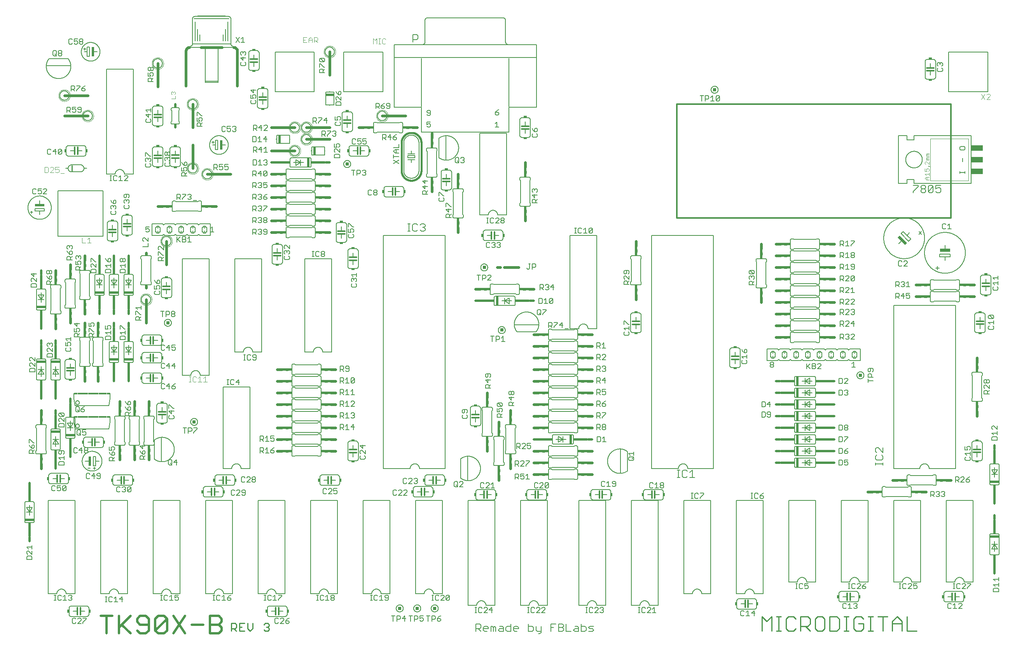
<source format=gto>
G75*
%MOIN*%
%OFA0B0*%
%FSLAX25Y25*%
%IPPOS*%
%LPD*%
%AMOC8*
5,1,8,0,0,1.08239X$1,22.5*
%
%ADD10C,0.02000*%
%ADD11C,0.01100*%
%ADD12C,0.00600*%
%ADD13C,0.01200*%
%ADD14R,0.09000X0.02500*%
%ADD15C,0.00500*%
%ADD16R,0.03000X0.01500*%
%ADD17R,0.01500X0.03000*%
%ADD18R,0.02500X0.09000*%
%ADD19R,0.02000X0.08000*%
%ADD20R,0.08000X0.02000*%
%ADD21R,0.12000X0.02000*%
%ADD22R,0.02000X0.12000*%
%ADD23R,0.02000X0.07000*%
%ADD24R,0.07000X0.02000*%
%ADD25C,0.01000*%
%ADD26C,0.00400*%
%ADD27C,0.00200*%
%ADD28R,0.03500X0.05000*%
%ADD29R,0.06500X0.05000*%
%ADD30C,0.00700*%
%ADD31C,0.00800*%
%ADD32C,0.02400*%
%ADD33R,0.02400X0.01000*%
%ADD34R,0.02000X0.01500*%
%ADD35R,0.07000X0.01500*%
%ADD36R,0.03400X0.02400*%
%ADD37R,0.02400X0.03400*%
%ADD38R,0.01000X0.02000*%
%ADD39R,0.02600X0.02600*%
%ADD40C,0.01600*%
%ADD41R,0.02000X0.01000*%
D10*
X0083600Y0026113D02*
X0093609Y0026113D01*
X0088604Y0026113D02*
X0088604Y0011100D01*
X0099253Y0011100D02*
X0099253Y0026113D01*
X0101755Y0018606D02*
X0109262Y0011100D01*
X0114907Y0013602D02*
X0117409Y0011100D01*
X0122413Y0011100D01*
X0124915Y0013602D01*
X0124915Y0023611D01*
X0122413Y0026113D01*
X0117409Y0026113D01*
X0114907Y0023611D01*
X0114907Y0021109D01*
X0117409Y0018606D01*
X0124915Y0018606D01*
X0130560Y0013602D02*
X0140569Y0023611D01*
X0140569Y0013602D01*
X0138067Y0011100D01*
X0133062Y0011100D01*
X0130560Y0013602D01*
X0130560Y0023611D01*
X0133062Y0026113D01*
X0138067Y0026113D01*
X0140569Y0023611D01*
X0146213Y0026113D02*
X0156222Y0011100D01*
X0161867Y0018606D02*
X0171875Y0018606D01*
X0177520Y0018606D02*
X0185027Y0018606D01*
X0187529Y0016104D01*
X0187529Y0013602D01*
X0185027Y0011100D01*
X0177520Y0011100D01*
X0177520Y0026113D01*
X0185027Y0026113D01*
X0187529Y0023611D01*
X0187529Y0021109D01*
X0185027Y0018606D01*
X0156222Y0026113D02*
X0146213Y0011100D01*
X0109262Y0026113D02*
X0099253Y0016104D01*
X0022600Y0090100D02*
X0022600Y0093600D01*
X0022600Y0136600D02*
X0022600Y0140100D01*
X0045100Y0152600D02*
X0045100Y0156100D01*
X0057600Y0162600D02*
X0057600Y0166100D01*
X0045100Y0199100D02*
X0045100Y0202600D01*
X0057600Y0209100D02*
X0057600Y0212600D01*
X0045100Y0212600D02*
X0045100Y0216100D01*
X0032600Y0216100D02*
X0032600Y0212600D01*
X0095100Y0227600D02*
X0095100Y0231100D01*
X0107600Y0231100D02*
X0107600Y0227600D01*
X0045100Y0259100D02*
X0045100Y0262600D01*
X0032600Y0262600D02*
X0032600Y0259100D01*
X0032600Y0272600D02*
X0032600Y0276100D01*
X0082600Y0285100D02*
X0082600Y0288600D01*
X0095100Y0288600D02*
X0095100Y0285100D01*
X0095100Y0277600D02*
X0095100Y0274100D01*
X0107600Y0274100D02*
X0107600Y0277600D01*
X0107600Y0285100D02*
X0107600Y0288600D01*
X0107600Y0331600D02*
X0107600Y0335100D01*
X0095100Y0335100D02*
X0095100Y0331600D01*
X0082600Y0331600D02*
X0082600Y0335100D01*
X0032600Y0322600D02*
X0032600Y0319100D01*
X0230100Y0415100D02*
X0233600Y0415100D01*
X0276600Y0415100D02*
X0280100Y0415100D01*
X0147600Y0445100D02*
X0147600Y0447100D01*
X0147600Y0463100D02*
X0147600Y0465100D01*
X0405100Y0296350D02*
X0408600Y0296350D01*
X0451600Y0296350D02*
X0455100Y0296350D01*
X0455100Y0177600D02*
X0458600Y0177600D01*
X0501600Y0177600D02*
X0505100Y0177600D01*
X0662600Y0177600D02*
X0666100Y0177600D01*
X0666100Y0167600D02*
X0662600Y0167600D01*
X0662600Y0157600D02*
X0666100Y0157600D01*
X0666100Y0187600D02*
X0662600Y0187600D01*
X0662600Y0197600D02*
X0666100Y0197600D01*
X0666100Y0207600D02*
X0662600Y0207600D01*
X0662600Y0217600D02*
X0666100Y0217600D01*
X0666100Y0227600D02*
X0662600Y0227600D01*
X0709100Y0227600D02*
X0712600Y0227600D01*
X0712600Y0217600D02*
X0709100Y0217600D01*
X0709100Y0207600D02*
X0712600Y0207600D01*
X0712600Y0197600D02*
X0709100Y0197600D01*
X0709100Y0187600D02*
X0712600Y0187600D01*
X0712600Y0177600D02*
X0709100Y0177600D01*
X0709100Y0167600D02*
X0712600Y0167600D01*
X0712600Y0157600D02*
X0709100Y0157600D01*
X0850100Y0169100D02*
X0850100Y0172600D01*
X0850100Y0126100D02*
X0850100Y0122600D01*
X0850100Y0112600D02*
X0850100Y0109100D01*
X0850100Y0066100D02*
X0850100Y0062600D01*
D11*
X0783230Y0013150D02*
X0774956Y0013150D01*
X0774956Y0025561D01*
X0770799Y0021424D02*
X0770799Y0013150D01*
X0770799Y0019355D02*
X0762526Y0019355D01*
X0762526Y0021424D02*
X0766662Y0025561D01*
X0770799Y0021424D01*
X0762526Y0021424D02*
X0762526Y0013150D01*
X0754232Y0013150D02*
X0754232Y0025561D01*
X0750095Y0025561D02*
X0758369Y0025561D01*
X0745945Y0025561D02*
X0741808Y0025561D01*
X0743876Y0025561D02*
X0743876Y0013150D01*
X0741808Y0013150D02*
X0745945Y0013150D01*
X0737651Y0015218D02*
X0737651Y0019355D01*
X0733514Y0019355D01*
X0729377Y0015218D02*
X0731446Y0013150D01*
X0735583Y0013150D01*
X0737651Y0015218D01*
X0729377Y0015218D02*
X0729377Y0023492D01*
X0731446Y0025561D01*
X0735583Y0025561D01*
X0737651Y0023492D01*
X0725227Y0025561D02*
X0721090Y0025561D01*
X0723159Y0025561D02*
X0723159Y0013150D01*
X0725227Y0013150D02*
X0721090Y0013150D01*
X0716933Y0015218D02*
X0716933Y0023492D01*
X0714865Y0025561D01*
X0708660Y0025561D01*
X0708660Y0013150D01*
X0714865Y0013150D01*
X0716933Y0015218D01*
X0704503Y0015218D02*
X0704503Y0023492D01*
X0702434Y0025561D01*
X0698297Y0025561D01*
X0696229Y0023492D01*
X0696229Y0015218D01*
X0698297Y0013150D01*
X0702434Y0013150D01*
X0704503Y0015218D01*
X0692072Y0013150D02*
X0687935Y0017287D01*
X0690004Y0017287D02*
X0683798Y0017287D01*
X0683798Y0013150D02*
X0683798Y0025561D01*
X0690004Y0025561D01*
X0692072Y0023492D01*
X0692072Y0019355D01*
X0690004Y0017287D01*
X0679641Y0015218D02*
X0677573Y0013150D01*
X0673436Y0013150D01*
X0671368Y0015218D01*
X0671368Y0023492D01*
X0673436Y0025561D01*
X0677573Y0025561D01*
X0679641Y0023492D01*
X0667217Y0025561D02*
X0663081Y0025561D01*
X0665149Y0025561D02*
X0665149Y0013150D01*
X0663081Y0013150D02*
X0667217Y0013150D01*
X0658924Y0013150D02*
X0658924Y0025561D01*
X0654787Y0021424D01*
X0650650Y0025561D01*
X0650650Y0013150D01*
X0227979Y0014234D02*
X0226895Y0013150D01*
X0224726Y0013150D01*
X0223642Y0014234D01*
X0225810Y0016403D02*
X0226895Y0016403D01*
X0227979Y0015319D01*
X0227979Y0014234D01*
X0226895Y0016403D02*
X0227979Y0017487D01*
X0227979Y0018571D01*
X0226895Y0019656D01*
X0224726Y0019656D01*
X0223642Y0018571D01*
X0213983Y0019656D02*
X0213983Y0015319D01*
X0211814Y0013150D01*
X0209646Y0015319D01*
X0209646Y0019656D01*
X0206985Y0019656D02*
X0202648Y0019656D01*
X0202648Y0013150D01*
X0206985Y0013150D01*
X0204816Y0016403D02*
X0202648Y0016403D01*
X0199987Y0016403D02*
X0198903Y0015319D01*
X0195650Y0015319D01*
X0197819Y0015319D02*
X0199987Y0013150D01*
X0199987Y0016403D02*
X0199987Y0018571D01*
X0198903Y0019656D01*
X0195650Y0019656D01*
X0195650Y0013150D01*
D12*
X0226600Y0027600D02*
X0226600Y0032600D01*
X0226602Y0032687D01*
X0226608Y0032774D01*
X0226617Y0032861D01*
X0226630Y0032947D01*
X0226647Y0033033D01*
X0226668Y0033118D01*
X0226693Y0033201D01*
X0226721Y0033284D01*
X0226752Y0033365D01*
X0226787Y0033445D01*
X0226826Y0033523D01*
X0226868Y0033600D01*
X0226913Y0033675D01*
X0226962Y0033747D01*
X0227013Y0033818D01*
X0227068Y0033886D01*
X0227125Y0033951D01*
X0227186Y0034014D01*
X0227249Y0034075D01*
X0227314Y0034132D01*
X0227382Y0034187D01*
X0227453Y0034238D01*
X0227525Y0034287D01*
X0227600Y0034332D01*
X0227677Y0034374D01*
X0227755Y0034413D01*
X0227835Y0034448D01*
X0227916Y0034479D01*
X0227999Y0034507D01*
X0228082Y0034532D01*
X0228167Y0034553D01*
X0228253Y0034570D01*
X0228339Y0034583D01*
X0228426Y0034592D01*
X0228513Y0034598D01*
X0228600Y0034600D01*
X0241600Y0034600D01*
X0241687Y0034598D01*
X0241774Y0034592D01*
X0241861Y0034583D01*
X0241947Y0034570D01*
X0242033Y0034553D01*
X0242118Y0034532D01*
X0242201Y0034507D01*
X0242284Y0034479D01*
X0242365Y0034448D01*
X0242445Y0034413D01*
X0242523Y0034374D01*
X0242600Y0034332D01*
X0242675Y0034287D01*
X0242747Y0034238D01*
X0242818Y0034187D01*
X0242886Y0034132D01*
X0242951Y0034075D01*
X0243014Y0034014D01*
X0243075Y0033951D01*
X0243132Y0033886D01*
X0243187Y0033818D01*
X0243238Y0033747D01*
X0243287Y0033675D01*
X0243332Y0033600D01*
X0243374Y0033523D01*
X0243413Y0033445D01*
X0243448Y0033365D01*
X0243479Y0033284D01*
X0243507Y0033201D01*
X0243532Y0033118D01*
X0243553Y0033033D01*
X0243570Y0032947D01*
X0243583Y0032861D01*
X0243592Y0032774D01*
X0243598Y0032687D01*
X0243600Y0032600D01*
X0243600Y0027600D01*
X0243598Y0027513D01*
X0243592Y0027426D01*
X0243583Y0027339D01*
X0243570Y0027253D01*
X0243553Y0027167D01*
X0243532Y0027082D01*
X0243507Y0026999D01*
X0243479Y0026916D01*
X0243448Y0026835D01*
X0243413Y0026755D01*
X0243374Y0026677D01*
X0243332Y0026600D01*
X0243287Y0026525D01*
X0243238Y0026453D01*
X0243187Y0026382D01*
X0243132Y0026314D01*
X0243075Y0026249D01*
X0243014Y0026186D01*
X0242951Y0026125D01*
X0242886Y0026068D01*
X0242818Y0026013D01*
X0242747Y0025962D01*
X0242675Y0025913D01*
X0242600Y0025868D01*
X0242523Y0025826D01*
X0242445Y0025787D01*
X0242365Y0025752D01*
X0242284Y0025721D01*
X0242201Y0025693D01*
X0242118Y0025668D01*
X0242033Y0025647D01*
X0241947Y0025630D01*
X0241861Y0025617D01*
X0241774Y0025608D01*
X0241687Y0025602D01*
X0241600Y0025600D01*
X0228600Y0025600D01*
X0228513Y0025602D01*
X0228426Y0025608D01*
X0228339Y0025617D01*
X0228253Y0025630D01*
X0228167Y0025647D01*
X0228082Y0025668D01*
X0227999Y0025693D01*
X0227916Y0025721D01*
X0227835Y0025752D01*
X0227755Y0025787D01*
X0227677Y0025826D01*
X0227600Y0025868D01*
X0227525Y0025913D01*
X0227453Y0025962D01*
X0227382Y0026013D01*
X0227314Y0026068D01*
X0227249Y0026125D01*
X0227186Y0026186D01*
X0227125Y0026249D01*
X0227068Y0026314D01*
X0227013Y0026382D01*
X0226962Y0026453D01*
X0226913Y0026525D01*
X0226868Y0026600D01*
X0226826Y0026677D01*
X0226787Y0026755D01*
X0226752Y0026835D01*
X0226721Y0026916D01*
X0226693Y0026999D01*
X0226668Y0027082D01*
X0226647Y0027167D01*
X0226630Y0027253D01*
X0226617Y0027339D01*
X0226608Y0027426D01*
X0226602Y0027513D01*
X0226600Y0027600D01*
X0230100Y0030100D02*
X0233800Y0030100D01*
X0236300Y0030100D02*
X0240100Y0030100D01*
X0241600Y0045100D02*
X0234100Y0045100D01*
X0234098Y0045226D01*
X0234092Y0045351D01*
X0234082Y0045476D01*
X0234068Y0045601D01*
X0234051Y0045726D01*
X0234029Y0045850D01*
X0234004Y0045973D01*
X0233974Y0046095D01*
X0233941Y0046216D01*
X0233904Y0046336D01*
X0233864Y0046455D01*
X0233819Y0046572D01*
X0233771Y0046689D01*
X0233719Y0046803D01*
X0233664Y0046916D01*
X0233605Y0047027D01*
X0233543Y0047136D01*
X0233477Y0047243D01*
X0233408Y0047348D01*
X0233336Y0047451D01*
X0233261Y0047552D01*
X0233182Y0047650D01*
X0233100Y0047745D01*
X0233016Y0047838D01*
X0232928Y0047928D01*
X0232838Y0048016D01*
X0232745Y0048100D01*
X0232650Y0048182D01*
X0232552Y0048261D01*
X0232451Y0048336D01*
X0232348Y0048408D01*
X0232243Y0048477D01*
X0232136Y0048543D01*
X0232027Y0048605D01*
X0231916Y0048664D01*
X0231803Y0048719D01*
X0231689Y0048771D01*
X0231572Y0048819D01*
X0231455Y0048864D01*
X0231336Y0048904D01*
X0231216Y0048941D01*
X0231095Y0048974D01*
X0230973Y0049004D01*
X0230850Y0049029D01*
X0230726Y0049051D01*
X0230601Y0049068D01*
X0230476Y0049082D01*
X0230351Y0049092D01*
X0230226Y0049098D01*
X0230100Y0049100D01*
X0229974Y0049098D01*
X0229849Y0049092D01*
X0229724Y0049082D01*
X0229599Y0049068D01*
X0229474Y0049051D01*
X0229350Y0049029D01*
X0229227Y0049004D01*
X0229105Y0048974D01*
X0228984Y0048941D01*
X0228864Y0048904D01*
X0228745Y0048864D01*
X0228628Y0048819D01*
X0228511Y0048771D01*
X0228397Y0048719D01*
X0228284Y0048664D01*
X0228173Y0048605D01*
X0228064Y0048543D01*
X0227957Y0048477D01*
X0227852Y0048408D01*
X0227749Y0048336D01*
X0227648Y0048261D01*
X0227550Y0048182D01*
X0227455Y0048100D01*
X0227362Y0048016D01*
X0227272Y0047928D01*
X0227184Y0047838D01*
X0227100Y0047745D01*
X0227018Y0047650D01*
X0226939Y0047552D01*
X0226864Y0047451D01*
X0226792Y0047348D01*
X0226723Y0047243D01*
X0226657Y0047136D01*
X0226595Y0047027D01*
X0226536Y0046916D01*
X0226481Y0046803D01*
X0226429Y0046689D01*
X0226381Y0046572D01*
X0226336Y0046455D01*
X0226296Y0046336D01*
X0226259Y0046216D01*
X0226226Y0046095D01*
X0226196Y0045973D01*
X0226171Y0045850D01*
X0226149Y0045726D01*
X0226132Y0045601D01*
X0226118Y0045476D01*
X0226108Y0045351D01*
X0226102Y0045226D01*
X0226100Y0045100D01*
X0218600Y0045100D01*
X0218600Y0125100D01*
X0241600Y0125100D01*
X0241600Y0045100D01*
X0263600Y0045100D02*
X0271100Y0045100D01*
X0271102Y0045226D01*
X0271108Y0045351D01*
X0271118Y0045476D01*
X0271132Y0045601D01*
X0271149Y0045726D01*
X0271171Y0045850D01*
X0271196Y0045973D01*
X0271226Y0046095D01*
X0271259Y0046216D01*
X0271296Y0046336D01*
X0271336Y0046455D01*
X0271381Y0046572D01*
X0271429Y0046689D01*
X0271481Y0046803D01*
X0271536Y0046916D01*
X0271595Y0047027D01*
X0271657Y0047136D01*
X0271723Y0047243D01*
X0271792Y0047348D01*
X0271864Y0047451D01*
X0271939Y0047552D01*
X0272018Y0047650D01*
X0272100Y0047745D01*
X0272184Y0047838D01*
X0272272Y0047928D01*
X0272362Y0048016D01*
X0272455Y0048100D01*
X0272550Y0048182D01*
X0272648Y0048261D01*
X0272749Y0048336D01*
X0272852Y0048408D01*
X0272957Y0048477D01*
X0273064Y0048543D01*
X0273173Y0048605D01*
X0273284Y0048664D01*
X0273397Y0048719D01*
X0273511Y0048771D01*
X0273628Y0048819D01*
X0273745Y0048864D01*
X0273864Y0048904D01*
X0273984Y0048941D01*
X0274105Y0048974D01*
X0274227Y0049004D01*
X0274350Y0049029D01*
X0274474Y0049051D01*
X0274599Y0049068D01*
X0274724Y0049082D01*
X0274849Y0049092D01*
X0274974Y0049098D01*
X0275100Y0049100D01*
X0275226Y0049098D01*
X0275351Y0049092D01*
X0275476Y0049082D01*
X0275601Y0049068D01*
X0275726Y0049051D01*
X0275850Y0049029D01*
X0275973Y0049004D01*
X0276095Y0048974D01*
X0276216Y0048941D01*
X0276336Y0048904D01*
X0276455Y0048864D01*
X0276572Y0048819D01*
X0276689Y0048771D01*
X0276803Y0048719D01*
X0276916Y0048664D01*
X0277027Y0048605D01*
X0277136Y0048543D01*
X0277243Y0048477D01*
X0277348Y0048408D01*
X0277451Y0048336D01*
X0277552Y0048261D01*
X0277650Y0048182D01*
X0277745Y0048100D01*
X0277838Y0048016D01*
X0277928Y0047928D01*
X0278016Y0047838D01*
X0278100Y0047745D01*
X0278182Y0047650D01*
X0278261Y0047552D01*
X0278336Y0047451D01*
X0278408Y0047348D01*
X0278477Y0047243D01*
X0278543Y0047136D01*
X0278605Y0047027D01*
X0278664Y0046916D01*
X0278719Y0046803D01*
X0278771Y0046689D01*
X0278819Y0046572D01*
X0278864Y0046455D01*
X0278904Y0046336D01*
X0278941Y0046216D01*
X0278974Y0046095D01*
X0279004Y0045973D01*
X0279029Y0045850D01*
X0279051Y0045726D01*
X0279068Y0045601D01*
X0279082Y0045476D01*
X0279092Y0045351D01*
X0279098Y0045226D01*
X0279100Y0045100D01*
X0286600Y0045100D01*
X0286600Y0125100D01*
X0263600Y0125100D01*
X0263600Y0045100D01*
X0308600Y0045100D02*
X0316100Y0045100D01*
X0316102Y0045226D01*
X0316108Y0045351D01*
X0316118Y0045476D01*
X0316132Y0045601D01*
X0316149Y0045726D01*
X0316171Y0045850D01*
X0316196Y0045973D01*
X0316226Y0046095D01*
X0316259Y0046216D01*
X0316296Y0046336D01*
X0316336Y0046455D01*
X0316381Y0046572D01*
X0316429Y0046689D01*
X0316481Y0046803D01*
X0316536Y0046916D01*
X0316595Y0047027D01*
X0316657Y0047136D01*
X0316723Y0047243D01*
X0316792Y0047348D01*
X0316864Y0047451D01*
X0316939Y0047552D01*
X0317018Y0047650D01*
X0317100Y0047745D01*
X0317184Y0047838D01*
X0317272Y0047928D01*
X0317362Y0048016D01*
X0317455Y0048100D01*
X0317550Y0048182D01*
X0317648Y0048261D01*
X0317749Y0048336D01*
X0317852Y0048408D01*
X0317957Y0048477D01*
X0318064Y0048543D01*
X0318173Y0048605D01*
X0318284Y0048664D01*
X0318397Y0048719D01*
X0318511Y0048771D01*
X0318628Y0048819D01*
X0318745Y0048864D01*
X0318864Y0048904D01*
X0318984Y0048941D01*
X0319105Y0048974D01*
X0319227Y0049004D01*
X0319350Y0049029D01*
X0319474Y0049051D01*
X0319599Y0049068D01*
X0319724Y0049082D01*
X0319849Y0049092D01*
X0319974Y0049098D01*
X0320100Y0049100D01*
X0320226Y0049098D01*
X0320351Y0049092D01*
X0320476Y0049082D01*
X0320601Y0049068D01*
X0320726Y0049051D01*
X0320850Y0049029D01*
X0320973Y0049004D01*
X0321095Y0048974D01*
X0321216Y0048941D01*
X0321336Y0048904D01*
X0321455Y0048864D01*
X0321572Y0048819D01*
X0321689Y0048771D01*
X0321803Y0048719D01*
X0321916Y0048664D01*
X0322027Y0048605D01*
X0322136Y0048543D01*
X0322243Y0048477D01*
X0322348Y0048408D01*
X0322451Y0048336D01*
X0322552Y0048261D01*
X0322650Y0048182D01*
X0322745Y0048100D01*
X0322838Y0048016D01*
X0322928Y0047928D01*
X0323016Y0047838D01*
X0323100Y0047745D01*
X0323182Y0047650D01*
X0323261Y0047552D01*
X0323336Y0047451D01*
X0323408Y0047348D01*
X0323477Y0047243D01*
X0323543Y0047136D01*
X0323605Y0047027D01*
X0323664Y0046916D01*
X0323719Y0046803D01*
X0323771Y0046689D01*
X0323819Y0046572D01*
X0323864Y0046455D01*
X0323904Y0046336D01*
X0323941Y0046216D01*
X0323974Y0046095D01*
X0324004Y0045973D01*
X0324029Y0045850D01*
X0324051Y0045726D01*
X0324068Y0045601D01*
X0324082Y0045476D01*
X0324092Y0045351D01*
X0324098Y0045226D01*
X0324100Y0045100D01*
X0331600Y0045100D01*
X0331600Y0125100D01*
X0308600Y0125100D01*
X0308600Y0045100D01*
X0337100Y0032600D02*
X0337102Y0032709D01*
X0337108Y0032818D01*
X0337118Y0032926D01*
X0337132Y0033034D01*
X0337149Y0033142D01*
X0337171Y0033249D01*
X0337196Y0033355D01*
X0337226Y0033459D01*
X0337259Y0033563D01*
X0337296Y0033666D01*
X0337336Y0033767D01*
X0337380Y0033866D01*
X0337428Y0033964D01*
X0337480Y0034061D01*
X0337534Y0034155D01*
X0337592Y0034247D01*
X0337654Y0034337D01*
X0337719Y0034424D01*
X0337786Y0034510D01*
X0337857Y0034593D01*
X0337931Y0034673D01*
X0338008Y0034750D01*
X0338087Y0034825D01*
X0338169Y0034896D01*
X0338254Y0034965D01*
X0338341Y0035030D01*
X0338430Y0035093D01*
X0338522Y0035151D01*
X0338616Y0035207D01*
X0338711Y0035259D01*
X0338809Y0035308D01*
X0338908Y0035353D01*
X0339009Y0035395D01*
X0339111Y0035432D01*
X0339214Y0035466D01*
X0339319Y0035497D01*
X0339425Y0035523D01*
X0339531Y0035546D01*
X0339639Y0035564D01*
X0339747Y0035579D01*
X0339855Y0035590D01*
X0339964Y0035597D01*
X0340073Y0035600D01*
X0340182Y0035599D01*
X0340291Y0035594D01*
X0340399Y0035585D01*
X0340507Y0035572D01*
X0340615Y0035555D01*
X0340722Y0035535D01*
X0340828Y0035510D01*
X0340933Y0035482D01*
X0341037Y0035450D01*
X0341140Y0035414D01*
X0341242Y0035374D01*
X0341342Y0035331D01*
X0341440Y0035284D01*
X0341537Y0035234D01*
X0341631Y0035180D01*
X0341724Y0035122D01*
X0341815Y0035062D01*
X0341903Y0034998D01*
X0341989Y0034931D01*
X0342072Y0034861D01*
X0342153Y0034788D01*
X0342231Y0034712D01*
X0342306Y0034633D01*
X0342379Y0034551D01*
X0342448Y0034467D01*
X0342514Y0034381D01*
X0342577Y0034292D01*
X0342637Y0034201D01*
X0342694Y0034108D01*
X0342747Y0034013D01*
X0342796Y0033916D01*
X0342842Y0033817D01*
X0342884Y0033717D01*
X0342923Y0033615D01*
X0342958Y0033511D01*
X0342989Y0033407D01*
X0343017Y0033302D01*
X0343040Y0033195D01*
X0343060Y0033088D01*
X0343076Y0032980D01*
X0343088Y0032872D01*
X0343096Y0032763D01*
X0343100Y0032654D01*
X0343100Y0032546D01*
X0343096Y0032437D01*
X0343088Y0032328D01*
X0343076Y0032220D01*
X0343060Y0032112D01*
X0343040Y0032005D01*
X0343017Y0031898D01*
X0342989Y0031793D01*
X0342958Y0031689D01*
X0342923Y0031585D01*
X0342884Y0031483D01*
X0342842Y0031383D01*
X0342796Y0031284D01*
X0342747Y0031187D01*
X0342694Y0031092D01*
X0342637Y0030999D01*
X0342577Y0030908D01*
X0342514Y0030819D01*
X0342448Y0030733D01*
X0342379Y0030649D01*
X0342306Y0030567D01*
X0342231Y0030488D01*
X0342153Y0030412D01*
X0342072Y0030339D01*
X0341989Y0030269D01*
X0341903Y0030202D01*
X0341815Y0030138D01*
X0341724Y0030078D01*
X0341631Y0030020D01*
X0341537Y0029966D01*
X0341440Y0029916D01*
X0341342Y0029869D01*
X0341242Y0029826D01*
X0341140Y0029786D01*
X0341037Y0029750D01*
X0340933Y0029718D01*
X0340828Y0029690D01*
X0340722Y0029665D01*
X0340615Y0029645D01*
X0340507Y0029628D01*
X0340399Y0029615D01*
X0340291Y0029606D01*
X0340182Y0029601D01*
X0340073Y0029600D01*
X0339964Y0029603D01*
X0339855Y0029610D01*
X0339747Y0029621D01*
X0339639Y0029636D01*
X0339531Y0029654D01*
X0339425Y0029677D01*
X0339319Y0029703D01*
X0339214Y0029734D01*
X0339111Y0029768D01*
X0339009Y0029805D01*
X0338908Y0029847D01*
X0338809Y0029892D01*
X0338711Y0029941D01*
X0338616Y0029993D01*
X0338522Y0030049D01*
X0338430Y0030107D01*
X0338341Y0030170D01*
X0338254Y0030235D01*
X0338169Y0030304D01*
X0338087Y0030375D01*
X0338008Y0030450D01*
X0337931Y0030527D01*
X0337857Y0030607D01*
X0337786Y0030690D01*
X0337719Y0030776D01*
X0337654Y0030863D01*
X0337592Y0030953D01*
X0337534Y0031045D01*
X0337480Y0031139D01*
X0337428Y0031236D01*
X0337380Y0031334D01*
X0337336Y0031433D01*
X0337296Y0031534D01*
X0337259Y0031637D01*
X0337226Y0031741D01*
X0337196Y0031845D01*
X0337171Y0031951D01*
X0337149Y0032058D01*
X0337132Y0032166D01*
X0337118Y0032274D01*
X0337108Y0032382D01*
X0337102Y0032491D01*
X0337100Y0032600D01*
X0352100Y0032600D02*
X0352102Y0032709D01*
X0352108Y0032818D01*
X0352118Y0032926D01*
X0352132Y0033034D01*
X0352149Y0033142D01*
X0352171Y0033249D01*
X0352196Y0033355D01*
X0352226Y0033459D01*
X0352259Y0033563D01*
X0352296Y0033666D01*
X0352336Y0033767D01*
X0352380Y0033866D01*
X0352428Y0033964D01*
X0352480Y0034061D01*
X0352534Y0034155D01*
X0352592Y0034247D01*
X0352654Y0034337D01*
X0352719Y0034424D01*
X0352786Y0034510D01*
X0352857Y0034593D01*
X0352931Y0034673D01*
X0353008Y0034750D01*
X0353087Y0034825D01*
X0353169Y0034896D01*
X0353254Y0034965D01*
X0353341Y0035030D01*
X0353430Y0035093D01*
X0353522Y0035151D01*
X0353616Y0035207D01*
X0353711Y0035259D01*
X0353809Y0035308D01*
X0353908Y0035353D01*
X0354009Y0035395D01*
X0354111Y0035432D01*
X0354214Y0035466D01*
X0354319Y0035497D01*
X0354425Y0035523D01*
X0354531Y0035546D01*
X0354639Y0035564D01*
X0354747Y0035579D01*
X0354855Y0035590D01*
X0354964Y0035597D01*
X0355073Y0035600D01*
X0355182Y0035599D01*
X0355291Y0035594D01*
X0355399Y0035585D01*
X0355507Y0035572D01*
X0355615Y0035555D01*
X0355722Y0035535D01*
X0355828Y0035510D01*
X0355933Y0035482D01*
X0356037Y0035450D01*
X0356140Y0035414D01*
X0356242Y0035374D01*
X0356342Y0035331D01*
X0356440Y0035284D01*
X0356537Y0035234D01*
X0356631Y0035180D01*
X0356724Y0035122D01*
X0356815Y0035062D01*
X0356903Y0034998D01*
X0356989Y0034931D01*
X0357072Y0034861D01*
X0357153Y0034788D01*
X0357231Y0034712D01*
X0357306Y0034633D01*
X0357379Y0034551D01*
X0357448Y0034467D01*
X0357514Y0034381D01*
X0357577Y0034292D01*
X0357637Y0034201D01*
X0357694Y0034108D01*
X0357747Y0034013D01*
X0357796Y0033916D01*
X0357842Y0033817D01*
X0357884Y0033717D01*
X0357923Y0033615D01*
X0357958Y0033511D01*
X0357989Y0033407D01*
X0358017Y0033302D01*
X0358040Y0033195D01*
X0358060Y0033088D01*
X0358076Y0032980D01*
X0358088Y0032872D01*
X0358096Y0032763D01*
X0358100Y0032654D01*
X0358100Y0032546D01*
X0358096Y0032437D01*
X0358088Y0032328D01*
X0358076Y0032220D01*
X0358060Y0032112D01*
X0358040Y0032005D01*
X0358017Y0031898D01*
X0357989Y0031793D01*
X0357958Y0031689D01*
X0357923Y0031585D01*
X0357884Y0031483D01*
X0357842Y0031383D01*
X0357796Y0031284D01*
X0357747Y0031187D01*
X0357694Y0031092D01*
X0357637Y0030999D01*
X0357577Y0030908D01*
X0357514Y0030819D01*
X0357448Y0030733D01*
X0357379Y0030649D01*
X0357306Y0030567D01*
X0357231Y0030488D01*
X0357153Y0030412D01*
X0357072Y0030339D01*
X0356989Y0030269D01*
X0356903Y0030202D01*
X0356815Y0030138D01*
X0356724Y0030078D01*
X0356631Y0030020D01*
X0356537Y0029966D01*
X0356440Y0029916D01*
X0356342Y0029869D01*
X0356242Y0029826D01*
X0356140Y0029786D01*
X0356037Y0029750D01*
X0355933Y0029718D01*
X0355828Y0029690D01*
X0355722Y0029665D01*
X0355615Y0029645D01*
X0355507Y0029628D01*
X0355399Y0029615D01*
X0355291Y0029606D01*
X0355182Y0029601D01*
X0355073Y0029600D01*
X0354964Y0029603D01*
X0354855Y0029610D01*
X0354747Y0029621D01*
X0354639Y0029636D01*
X0354531Y0029654D01*
X0354425Y0029677D01*
X0354319Y0029703D01*
X0354214Y0029734D01*
X0354111Y0029768D01*
X0354009Y0029805D01*
X0353908Y0029847D01*
X0353809Y0029892D01*
X0353711Y0029941D01*
X0353616Y0029993D01*
X0353522Y0030049D01*
X0353430Y0030107D01*
X0353341Y0030170D01*
X0353254Y0030235D01*
X0353169Y0030304D01*
X0353087Y0030375D01*
X0353008Y0030450D01*
X0352931Y0030527D01*
X0352857Y0030607D01*
X0352786Y0030690D01*
X0352719Y0030776D01*
X0352654Y0030863D01*
X0352592Y0030953D01*
X0352534Y0031045D01*
X0352480Y0031139D01*
X0352428Y0031236D01*
X0352380Y0031334D01*
X0352336Y0031433D01*
X0352296Y0031534D01*
X0352259Y0031637D01*
X0352226Y0031741D01*
X0352196Y0031845D01*
X0352171Y0031951D01*
X0352149Y0032058D01*
X0352132Y0032166D01*
X0352118Y0032274D01*
X0352108Y0032382D01*
X0352102Y0032491D01*
X0352100Y0032600D01*
X0353600Y0045100D02*
X0361100Y0045100D01*
X0361102Y0045226D01*
X0361108Y0045351D01*
X0361118Y0045476D01*
X0361132Y0045601D01*
X0361149Y0045726D01*
X0361171Y0045850D01*
X0361196Y0045973D01*
X0361226Y0046095D01*
X0361259Y0046216D01*
X0361296Y0046336D01*
X0361336Y0046455D01*
X0361381Y0046572D01*
X0361429Y0046689D01*
X0361481Y0046803D01*
X0361536Y0046916D01*
X0361595Y0047027D01*
X0361657Y0047136D01*
X0361723Y0047243D01*
X0361792Y0047348D01*
X0361864Y0047451D01*
X0361939Y0047552D01*
X0362018Y0047650D01*
X0362100Y0047745D01*
X0362184Y0047838D01*
X0362272Y0047928D01*
X0362362Y0048016D01*
X0362455Y0048100D01*
X0362550Y0048182D01*
X0362648Y0048261D01*
X0362749Y0048336D01*
X0362852Y0048408D01*
X0362957Y0048477D01*
X0363064Y0048543D01*
X0363173Y0048605D01*
X0363284Y0048664D01*
X0363397Y0048719D01*
X0363511Y0048771D01*
X0363628Y0048819D01*
X0363745Y0048864D01*
X0363864Y0048904D01*
X0363984Y0048941D01*
X0364105Y0048974D01*
X0364227Y0049004D01*
X0364350Y0049029D01*
X0364474Y0049051D01*
X0364599Y0049068D01*
X0364724Y0049082D01*
X0364849Y0049092D01*
X0364974Y0049098D01*
X0365100Y0049100D01*
X0365226Y0049098D01*
X0365351Y0049092D01*
X0365476Y0049082D01*
X0365601Y0049068D01*
X0365726Y0049051D01*
X0365850Y0049029D01*
X0365973Y0049004D01*
X0366095Y0048974D01*
X0366216Y0048941D01*
X0366336Y0048904D01*
X0366455Y0048864D01*
X0366572Y0048819D01*
X0366689Y0048771D01*
X0366803Y0048719D01*
X0366916Y0048664D01*
X0367027Y0048605D01*
X0367136Y0048543D01*
X0367243Y0048477D01*
X0367348Y0048408D01*
X0367451Y0048336D01*
X0367552Y0048261D01*
X0367650Y0048182D01*
X0367745Y0048100D01*
X0367838Y0048016D01*
X0367928Y0047928D01*
X0368016Y0047838D01*
X0368100Y0047745D01*
X0368182Y0047650D01*
X0368261Y0047552D01*
X0368336Y0047451D01*
X0368408Y0047348D01*
X0368477Y0047243D01*
X0368543Y0047136D01*
X0368605Y0047027D01*
X0368664Y0046916D01*
X0368719Y0046803D01*
X0368771Y0046689D01*
X0368819Y0046572D01*
X0368864Y0046455D01*
X0368904Y0046336D01*
X0368941Y0046216D01*
X0368974Y0046095D01*
X0369004Y0045973D01*
X0369029Y0045850D01*
X0369051Y0045726D01*
X0369068Y0045601D01*
X0369082Y0045476D01*
X0369092Y0045351D01*
X0369098Y0045226D01*
X0369100Y0045100D01*
X0376600Y0045100D01*
X0376600Y0125100D01*
X0353600Y0125100D01*
X0353600Y0045100D01*
X0367100Y0032600D02*
X0367102Y0032709D01*
X0367108Y0032818D01*
X0367118Y0032926D01*
X0367132Y0033034D01*
X0367149Y0033142D01*
X0367171Y0033249D01*
X0367196Y0033355D01*
X0367226Y0033459D01*
X0367259Y0033563D01*
X0367296Y0033666D01*
X0367336Y0033767D01*
X0367380Y0033866D01*
X0367428Y0033964D01*
X0367480Y0034061D01*
X0367534Y0034155D01*
X0367592Y0034247D01*
X0367654Y0034337D01*
X0367719Y0034424D01*
X0367786Y0034510D01*
X0367857Y0034593D01*
X0367931Y0034673D01*
X0368008Y0034750D01*
X0368087Y0034825D01*
X0368169Y0034896D01*
X0368254Y0034965D01*
X0368341Y0035030D01*
X0368430Y0035093D01*
X0368522Y0035151D01*
X0368616Y0035207D01*
X0368711Y0035259D01*
X0368809Y0035308D01*
X0368908Y0035353D01*
X0369009Y0035395D01*
X0369111Y0035432D01*
X0369214Y0035466D01*
X0369319Y0035497D01*
X0369425Y0035523D01*
X0369531Y0035546D01*
X0369639Y0035564D01*
X0369747Y0035579D01*
X0369855Y0035590D01*
X0369964Y0035597D01*
X0370073Y0035600D01*
X0370182Y0035599D01*
X0370291Y0035594D01*
X0370399Y0035585D01*
X0370507Y0035572D01*
X0370615Y0035555D01*
X0370722Y0035535D01*
X0370828Y0035510D01*
X0370933Y0035482D01*
X0371037Y0035450D01*
X0371140Y0035414D01*
X0371242Y0035374D01*
X0371342Y0035331D01*
X0371440Y0035284D01*
X0371537Y0035234D01*
X0371631Y0035180D01*
X0371724Y0035122D01*
X0371815Y0035062D01*
X0371903Y0034998D01*
X0371989Y0034931D01*
X0372072Y0034861D01*
X0372153Y0034788D01*
X0372231Y0034712D01*
X0372306Y0034633D01*
X0372379Y0034551D01*
X0372448Y0034467D01*
X0372514Y0034381D01*
X0372577Y0034292D01*
X0372637Y0034201D01*
X0372694Y0034108D01*
X0372747Y0034013D01*
X0372796Y0033916D01*
X0372842Y0033817D01*
X0372884Y0033717D01*
X0372923Y0033615D01*
X0372958Y0033511D01*
X0372989Y0033407D01*
X0373017Y0033302D01*
X0373040Y0033195D01*
X0373060Y0033088D01*
X0373076Y0032980D01*
X0373088Y0032872D01*
X0373096Y0032763D01*
X0373100Y0032654D01*
X0373100Y0032546D01*
X0373096Y0032437D01*
X0373088Y0032328D01*
X0373076Y0032220D01*
X0373060Y0032112D01*
X0373040Y0032005D01*
X0373017Y0031898D01*
X0372989Y0031793D01*
X0372958Y0031689D01*
X0372923Y0031585D01*
X0372884Y0031483D01*
X0372842Y0031383D01*
X0372796Y0031284D01*
X0372747Y0031187D01*
X0372694Y0031092D01*
X0372637Y0030999D01*
X0372577Y0030908D01*
X0372514Y0030819D01*
X0372448Y0030733D01*
X0372379Y0030649D01*
X0372306Y0030567D01*
X0372231Y0030488D01*
X0372153Y0030412D01*
X0372072Y0030339D01*
X0371989Y0030269D01*
X0371903Y0030202D01*
X0371815Y0030138D01*
X0371724Y0030078D01*
X0371631Y0030020D01*
X0371537Y0029966D01*
X0371440Y0029916D01*
X0371342Y0029869D01*
X0371242Y0029826D01*
X0371140Y0029786D01*
X0371037Y0029750D01*
X0370933Y0029718D01*
X0370828Y0029690D01*
X0370722Y0029665D01*
X0370615Y0029645D01*
X0370507Y0029628D01*
X0370399Y0029615D01*
X0370291Y0029606D01*
X0370182Y0029601D01*
X0370073Y0029600D01*
X0369964Y0029603D01*
X0369855Y0029610D01*
X0369747Y0029621D01*
X0369639Y0029636D01*
X0369531Y0029654D01*
X0369425Y0029677D01*
X0369319Y0029703D01*
X0369214Y0029734D01*
X0369111Y0029768D01*
X0369009Y0029805D01*
X0368908Y0029847D01*
X0368809Y0029892D01*
X0368711Y0029941D01*
X0368616Y0029993D01*
X0368522Y0030049D01*
X0368430Y0030107D01*
X0368341Y0030170D01*
X0368254Y0030235D01*
X0368169Y0030304D01*
X0368087Y0030375D01*
X0368008Y0030450D01*
X0367931Y0030527D01*
X0367857Y0030607D01*
X0367786Y0030690D01*
X0367719Y0030776D01*
X0367654Y0030863D01*
X0367592Y0030953D01*
X0367534Y0031045D01*
X0367480Y0031139D01*
X0367428Y0031236D01*
X0367380Y0031334D01*
X0367336Y0031433D01*
X0367296Y0031534D01*
X0367259Y0031637D01*
X0367226Y0031741D01*
X0367196Y0031845D01*
X0367171Y0031951D01*
X0367149Y0032058D01*
X0367132Y0032166D01*
X0367118Y0032274D01*
X0367108Y0032382D01*
X0367102Y0032491D01*
X0367100Y0032600D01*
X0398600Y0035100D02*
X0406100Y0035100D01*
X0406102Y0035226D01*
X0406108Y0035351D01*
X0406118Y0035476D01*
X0406132Y0035601D01*
X0406149Y0035726D01*
X0406171Y0035850D01*
X0406196Y0035973D01*
X0406226Y0036095D01*
X0406259Y0036216D01*
X0406296Y0036336D01*
X0406336Y0036455D01*
X0406381Y0036572D01*
X0406429Y0036689D01*
X0406481Y0036803D01*
X0406536Y0036916D01*
X0406595Y0037027D01*
X0406657Y0037136D01*
X0406723Y0037243D01*
X0406792Y0037348D01*
X0406864Y0037451D01*
X0406939Y0037552D01*
X0407018Y0037650D01*
X0407100Y0037745D01*
X0407184Y0037838D01*
X0407272Y0037928D01*
X0407362Y0038016D01*
X0407455Y0038100D01*
X0407550Y0038182D01*
X0407648Y0038261D01*
X0407749Y0038336D01*
X0407852Y0038408D01*
X0407957Y0038477D01*
X0408064Y0038543D01*
X0408173Y0038605D01*
X0408284Y0038664D01*
X0408397Y0038719D01*
X0408511Y0038771D01*
X0408628Y0038819D01*
X0408745Y0038864D01*
X0408864Y0038904D01*
X0408984Y0038941D01*
X0409105Y0038974D01*
X0409227Y0039004D01*
X0409350Y0039029D01*
X0409474Y0039051D01*
X0409599Y0039068D01*
X0409724Y0039082D01*
X0409849Y0039092D01*
X0409974Y0039098D01*
X0410100Y0039100D01*
X0410226Y0039098D01*
X0410351Y0039092D01*
X0410476Y0039082D01*
X0410601Y0039068D01*
X0410726Y0039051D01*
X0410850Y0039029D01*
X0410973Y0039004D01*
X0411095Y0038974D01*
X0411216Y0038941D01*
X0411336Y0038904D01*
X0411455Y0038864D01*
X0411572Y0038819D01*
X0411689Y0038771D01*
X0411803Y0038719D01*
X0411916Y0038664D01*
X0412027Y0038605D01*
X0412136Y0038543D01*
X0412243Y0038477D01*
X0412348Y0038408D01*
X0412451Y0038336D01*
X0412552Y0038261D01*
X0412650Y0038182D01*
X0412745Y0038100D01*
X0412838Y0038016D01*
X0412928Y0037928D01*
X0413016Y0037838D01*
X0413100Y0037745D01*
X0413182Y0037650D01*
X0413261Y0037552D01*
X0413336Y0037451D01*
X0413408Y0037348D01*
X0413477Y0037243D01*
X0413543Y0037136D01*
X0413605Y0037027D01*
X0413664Y0036916D01*
X0413719Y0036803D01*
X0413771Y0036689D01*
X0413819Y0036572D01*
X0413864Y0036455D01*
X0413904Y0036336D01*
X0413941Y0036216D01*
X0413974Y0036095D01*
X0414004Y0035973D01*
X0414029Y0035850D01*
X0414051Y0035726D01*
X0414068Y0035601D01*
X0414082Y0035476D01*
X0414092Y0035351D01*
X0414098Y0035226D01*
X0414100Y0035100D01*
X0421600Y0035100D01*
X0421600Y0125100D01*
X0398600Y0125100D01*
X0398600Y0035100D01*
X0405400Y0019305D02*
X0408603Y0019305D01*
X0409670Y0018238D01*
X0409670Y0016103D01*
X0408603Y0015035D01*
X0405400Y0015035D01*
X0405400Y0012900D02*
X0405400Y0019305D01*
X0407535Y0015035D02*
X0409670Y0012900D01*
X0411845Y0013968D02*
X0411845Y0016103D01*
X0412913Y0017170D01*
X0415048Y0017170D01*
X0416116Y0016103D01*
X0416116Y0015035D01*
X0411845Y0015035D01*
X0411845Y0013968D02*
X0412913Y0012900D01*
X0415048Y0012900D01*
X0418291Y0012900D02*
X0418291Y0017170D01*
X0419359Y0017170D01*
X0420426Y0016103D01*
X0421494Y0017170D01*
X0422561Y0016103D01*
X0422561Y0012900D01*
X0420426Y0012900D02*
X0420426Y0016103D01*
X0424736Y0013968D02*
X0425804Y0015035D01*
X0429007Y0015035D01*
X0429007Y0016103D02*
X0429007Y0012900D01*
X0425804Y0012900D01*
X0424736Y0013968D01*
X0425804Y0017170D02*
X0427939Y0017170D01*
X0429007Y0016103D01*
X0431182Y0016103D02*
X0432250Y0017170D01*
X0435452Y0017170D01*
X0435452Y0019305D02*
X0435452Y0012900D01*
X0432250Y0012900D01*
X0431182Y0013968D01*
X0431182Y0016103D01*
X0437627Y0016103D02*
X0438695Y0017170D01*
X0440830Y0017170D01*
X0441898Y0016103D01*
X0441898Y0015035D01*
X0437627Y0015035D01*
X0437627Y0013968D02*
X0437627Y0016103D01*
X0437627Y0013968D02*
X0438695Y0012900D01*
X0440830Y0012900D01*
X0450518Y0012900D02*
X0450518Y0019305D01*
X0450518Y0017170D02*
X0453721Y0017170D01*
X0454789Y0016103D01*
X0454789Y0013968D01*
X0453721Y0012900D01*
X0450518Y0012900D01*
X0456964Y0013968D02*
X0456964Y0017170D01*
X0456964Y0013968D02*
X0458032Y0012900D01*
X0461234Y0012900D01*
X0461234Y0011832D02*
X0460167Y0010765D01*
X0459099Y0010765D01*
X0461234Y0011832D02*
X0461234Y0017170D01*
X0469855Y0016103D02*
X0471990Y0016103D01*
X0469855Y0019305D02*
X0474125Y0019305D01*
X0476300Y0019305D02*
X0479503Y0019305D01*
X0480571Y0018238D01*
X0480571Y0017170D01*
X0479503Y0016103D01*
X0476300Y0016103D01*
X0476300Y0019305D02*
X0476300Y0012900D01*
X0479503Y0012900D01*
X0480571Y0013968D01*
X0480571Y0015035D01*
X0479503Y0016103D01*
X0482746Y0019305D02*
X0482746Y0012900D01*
X0487016Y0012900D01*
X0489191Y0013968D02*
X0490259Y0015035D01*
X0493462Y0015035D01*
X0493462Y0016103D02*
X0493462Y0012900D01*
X0490259Y0012900D01*
X0489191Y0013968D01*
X0490259Y0017170D02*
X0492394Y0017170D01*
X0493462Y0016103D01*
X0495637Y0017170D02*
X0498840Y0017170D01*
X0499907Y0016103D01*
X0499907Y0013968D01*
X0498840Y0012900D01*
X0495637Y0012900D01*
X0495637Y0019305D01*
X0502082Y0016103D02*
X0503150Y0017170D01*
X0506353Y0017170D01*
X0505285Y0015035D02*
X0503150Y0015035D01*
X0502082Y0016103D01*
X0502082Y0012900D02*
X0505285Y0012900D01*
X0506353Y0013968D01*
X0505285Y0015035D01*
X0509100Y0035100D02*
X0509098Y0035226D01*
X0509092Y0035351D01*
X0509082Y0035476D01*
X0509068Y0035601D01*
X0509051Y0035726D01*
X0509029Y0035850D01*
X0509004Y0035973D01*
X0508974Y0036095D01*
X0508941Y0036216D01*
X0508904Y0036336D01*
X0508864Y0036455D01*
X0508819Y0036572D01*
X0508771Y0036689D01*
X0508719Y0036803D01*
X0508664Y0036916D01*
X0508605Y0037027D01*
X0508543Y0037136D01*
X0508477Y0037243D01*
X0508408Y0037348D01*
X0508336Y0037451D01*
X0508261Y0037552D01*
X0508182Y0037650D01*
X0508100Y0037745D01*
X0508016Y0037838D01*
X0507928Y0037928D01*
X0507838Y0038016D01*
X0507745Y0038100D01*
X0507650Y0038182D01*
X0507552Y0038261D01*
X0507451Y0038336D01*
X0507348Y0038408D01*
X0507243Y0038477D01*
X0507136Y0038543D01*
X0507027Y0038605D01*
X0506916Y0038664D01*
X0506803Y0038719D01*
X0506689Y0038771D01*
X0506572Y0038819D01*
X0506455Y0038864D01*
X0506336Y0038904D01*
X0506216Y0038941D01*
X0506095Y0038974D01*
X0505973Y0039004D01*
X0505850Y0039029D01*
X0505726Y0039051D01*
X0505601Y0039068D01*
X0505476Y0039082D01*
X0505351Y0039092D01*
X0505226Y0039098D01*
X0505100Y0039100D01*
X0504974Y0039098D01*
X0504849Y0039092D01*
X0504724Y0039082D01*
X0504599Y0039068D01*
X0504474Y0039051D01*
X0504350Y0039029D01*
X0504227Y0039004D01*
X0504105Y0038974D01*
X0503984Y0038941D01*
X0503864Y0038904D01*
X0503745Y0038864D01*
X0503628Y0038819D01*
X0503511Y0038771D01*
X0503397Y0038719D01*
X0503284Y0038664D01*
X0503173Y0038605D01*
X0503064Y0038543D01*
X0502957Y0038477D01*
X0502852Y0038408D01*
X0502749Y0038336D01*
X0502648Y0038261D01*
X0502550Y0038182D01*
X0502455Y0038100D01*
X0502362Y0038016D01*
X0502272Y0037928D01*
X0502184Y0037838D01*
X0502100Y0037745D01*
X0502018Y0037650D01*
X0501939Y0037552D01*
X0501864Y0037451D01*
X0501792Y0037348D01*
X0501723Y0037243D01*
X0501657Y0037136D01*
X0501595Y0037027D01*
X0501536Y0036916D01*
X0501481Y0036803D01*
X0501429Y0036689D01*
X0501381Y0036572D01*
X0501336Y0036455D01*
X0501296Y0036336D01*
X0501259Y0036216D01*
X0501226Y0036095D01*
X0501196Y0035973D01*
X0501171Y0035850D01*
X0501149Y0035726D01*
X0501132Y0035601D01*
X0501118Y0035476D01*
X0501108Y0035351D01*
X0501102Y0035226D01*
X0501100Y0035100D01*
X0493600Y0035100D01*
X0493600Y0125100D01*
X0516600Y0125100D01*
X0516600Y0035100D01*
X0509100Y0035100D01*
X0538600Y0035100D02*
X0546100Y0035100D01*
X0546102Y0035226D01*
X0546108Y0035351D01*
X0546118Y0035476D01*
X0546132Y0035601D01*
X0546149Y0035726D01*
X0546171Y0035850D01*
X0546196Y0035973D01*
X0546226Y0036095D01*
X0546259Y0036216D01*
X0546296Y0036336D01*
X0546336Y0036455D01*
X0546381Y0036572D01*
X0546429Y0036689D01*
X0546481Y0036803D01*
X0546536Y0036916D01*
X0546595Y0037027D01*
X0546657Y0037136D01*
X0546723Y0037243D01*
X0546792Y0037348D01*
X0546864Y0037451D01*
X0546939Y0037552D01*
X0547018Y0037650D01*
X0547100Y0037745D01*
X0547184Y0037838D01*
X0547272Y0037928D01*
X0547362Y0038016D01*
X0547455Y0038100D01*
X0547550Y0038182D01*
X0547648Y0038261D01*
X0547749Y0038336D01*
X0547852Y0038408D01*
X0547957Y0038477D01*
X0548064Y0038543D01*
X0548173Y0038605D01*
X0548284Y0038664D01*
X0548397Y0038719D01*
X0548511Y0038771D01*
X0548628Y0038819D01*
X0548745Y0038864D01*
X0548864Y0038904D01*
X0548984Y0038941D01*
X0549105Y0038974D01*
X0549227Y0039004D01*
X0549350Y0039029D01*
X0549474Y0039051D01*
X0549599Y0039068D01*
X0549724Y0039082D01*
X0549849Y0039092D01*
X0549974Y0039098D01*
X0550100Y0039100D01*
X0550226Y0039098D01*
X0550351Y0039092D01*
X0550476Y0039082D01*
X0550601Y0039068D01*
X0550726Y0039051D01*
X0550850Y0039029D01*
X0550973Y0039004D01*
X0551095Y0038974D01*
X0551216Y0038941D01*
X0551336Y0038904D01*
X0551455Y0038864D01*
X0551572Y0038819D01*
X0551689Y0038771D01*
X0551803Y0038719D01*
X0551916Y0038664D01*
X0552027Y0038605D01*
X0552136Y0038543D01*
X0552243Y0038477D01*
X0552348Y0038408D01*
X0552451Y0038336D01*
X0552552Y0038261D01*
X0552650Y0038182D01*
X0552745Y0038100D01*
X0552838Y0038016D01*
X0552928Y0037928D01*
X0553016Y0037838D01*
X0553100Y0037745D01*
X0553182Y0037650D01*
X0553261Y0037552D01*
X0553336Y0037451D01*
X0553408Y0037348D01*
X0553477Y0037243D01*
X0553543Y0037136D01*
X0553605Y0037027D01*
X0553664Y0036916D01*
X0553719Y0036803D01*
X0553771Y0036689D01*
X0553819Y0036572D01*
X0553864Y0036455D01*
X0553904Y0036336D01*
X0553941Y0036216D01*
X0553974Y0036095D01*
X0554004Y0035973D01*
X0554029Y0035850D01*
X0554051Y0035726D01*
X0554068Y0035601D01*
X0554082Y0035476D01*
X0554092Y0035351D01*
X0554098Y0035226D01*
X0554100Y0035100D01*
X0561600Y0035100D01*
X0561600Y0125100D01*
X0538600Y0125100D01*
X0538600Y0035100D01*
X0583600Y0045100D02*
X0591100Y0045100D01*
X0591102Y0045226D01*
X0591108Y0045351D01*
X0591118Y0045476D01*
X0591132Y0045601D01*
X0591149Y0045726D01*
X0591171Y0045850D01*
X0591196Y0045973D01*
X0591226Y0046095D01*
X0591259Y0046216D01*
X0591296Y0046336D01*
X0591336Y0046455D01*
X0591381Y0046572D01*
X0591429Y0046689D01*
X0591481Y0046803D01*
X0591536Y0046916D01*
X0591595Y0047027D01*
X0591657Y0047136D01*
X0591723Y0047243D01*
X0591792Y0047348D01*
X0591864Y0047451D01*
X0591939Y0047552D01*
X0592018Y0047650D01*
X0592100Y0047745D01*
X0592184Y0047838D01*
X0592272Y0047928D01*
X0592362Y0048016D01*
X0592455Y0048100D01*
X0592550Y0048182D01*
X0592648Y0048261D01*
X0592749Y0048336D01*
X0592852Y0048408D01*
X0592957Y0048477D01*
X0593064Y0048543D01*
X0593173Y0048605D01*
X0593284Y0048664D01*
X0593397Y0048719D01*
X0593511Y0048771D01*
X0593628Y0048819D01*
X0593745Y0048864D01*
X0593864Y0048904D01*
X0593984Y0048941D01*
X0594105Y0048974D01*
X0594227Y0049004D01*
X0594350Y0049029D01*
X0594474Y0049051D01*
X0594599Y0049068D01*
X0594724Y0049082D01*
X0594849Y0049092D01*
X0594974Y0049098D01*
X0595100Y0049100D01*
X0595226Y0049098D01*
X0595351Y0049092D01*
X0595476Y0049082D01*
X0595601Y0049068D01*
X0595726Y0049051D01*
X0595850Y0049029D01*
X0595973Y0049004D01*
X0596095Y0048974D01*
X0596216Y0048941D01*
X0596336Y0048904D01*
X0596455Y0048864D01*
X0596572Y0048819D01*
X0596689Y0048771D01*
X0596803Y0048719D01*
X0596916Y0048664D01*
X0597027Y0048605D01*
X0597136Y0048543D01*
X0597243Y0048477D01*
X0597348Y0048408D01*
X0597451Y0048336D01*
X0597552Y0048261D01*
X0597650Y0048182D01*
X0597745Y0048100D01*
X0597838Y0048016D01*
X0597928Y0047928D01*
X0598016Y0047838D01*
X0598100Y0047745D01*
X0598182Y0047650D01*
X0598261Y0047552D01*
X0598336Y0047451D01*
X0598408Y0047348D01*
X0598477Y0047243D01*
X0598543Y0047136D01*
X0598605Y0047027D01*
X0598664Y0046916D01*
X0598719Y0046803D01*
X0598771Y0046689D01*
X0598819Y0046572D01*
X0598864Y0046455D01*
X0598904Y0046336D01*
X0598941Y0046216D01*
X0598974Y0046095D01*
X0599004Y0045973D01*
X0599029Y0045850D01*
X0599051Y0045726D01*
X0599068Y0045601D01*
X0599082Y0045476D01*
X0599092Y0045351D01*
X0599098Y0045226D01*
X0599100Y0045100D01*
X0606600Y0045100D01*
X0606600Y0125100D01*
X0583600Y0125100D01*
X0583600Y0045100D01*
X0628600Y0045100D02*
X0636100Y0045100D01*
X0636102Y0045226D01*
X0636108Y0045351D01*
X0636118Y0045476D01*
X0636132Y0045601D01*
X0636149Y0045726D01*
X0636171Y0045850D01*
X0636196Y0045973D01*
X0636226Y0046095D01*
X0636259Y0046216D01*
X0636296Y0046336D01*
X0636336Y0046455D01*
X0636381Y0046572D01*
X0636429Y0046689D01*
X0636481Y0046803D01*
X0636536Y0046916D01*
X0636595Y0047027D01*
X0636657Y0047136D01*
X0636723Y0047243D01*
X0636792Y0047348D01*
X0636864Y0047451D01*
X0636939Y0047552D01*
X0637018Y0047650D01*
X0637100Y0047745D01*
X0637184Y0047838D01*
X0637272Y0047928D01*
X0637362Y0048016D01*
X0637455Y0048100D01*
X0637550Y0048182D01*
X0637648Y0048261D01*
X0637749Y0048336D01*
X0637852Y0048408D01*
X0637957Y0048477D01*
X0638064Y0048543D01*
X0638173Y0048605D01*
X0638284Y0048664D01*
X0638397Y0048719D01*
X0638511Y0048771D01*
X0638628Y0048819D01*
X0638745Y0048864D01*
X0638864Y0048904D01*
X0638984Y0048941D01*
X0639105Y0048974D01*
X0639227Y0049004D01*
X0639350Y0049029D01*
X0639474Y0049051D01*
X0639599Y0049068D01*
X0639724Y0049082D01*
X0639849Y0049092D01*
X0639974Y0049098D01*
X0640100Y0049100D01*
X0640226Y0049098D01*
X0640351Y0049092D01*
X0640476Y0049082D01*
X0640601Y0049068D01*
X0640726Y0049051D01*
X0640850Y0049029D01*
X0640973Y0049004D01*
X0641095Y0048974D01*
X0641216Y0048941D01*
X0641336Y0048904D01*
X0641455Y0048864D01*
X0641572Y0048819D01*
X0641689Y0048771D01*
X0641803Y0048719D01*
X0641916Y0048664D01*
X0642027Y0048605D01*
X0642136Y0048543D01*
X0642243Y0048477D01*
X0642348Y0048408D01*
X0642451Y0048336D01*
X0642552Y0048261D01*
X0642650Y0048182D01*
X0642745Y0048100D01*
X0642838Y0048016D01*
X0642928Y0047928D01*
X0643016Y0047838D01*
X0643100Y0047745D01*
X0643182Y0047650D01*
X0643261Y0047552D01*
X0643336Y0047451D01*
X0643408Y0047348D01*
X0643477Y0047243D01*
X0643543Y0047136D01*
X0643605Y0047027D01*
X0643664Y0046916D01*
X0643719Y0046803D01*
X0643771Y0046689D01*
X0643819Y0046572D01*
X0643864Y0046455D01*
X0643904Y0046336D01*
X0643941Y0046216D01*
X0643974Y0046095D01*
X0644004Y0045973D01*
X0644029Y0045850D01*
X0644051Y0045726D01*
X0644068Y0045601D01*
X0644082Y0045476D01*
X0644092Y0045351D01*
X0644098Y0045226D01*
X0644100Y0045100D01*
X0651600Y0045100D01*
X0651600Y0125100D01*
X0628600Y0125100D01*
X0628600Y0045100D01*
X0631100Y0040850D02*
X0644100Y0040850D01*
X0644187Y0040848D01*
X0644274Y0040842D01*
X0644361Y0040833D01*
X0644447Y0040820D01*
X0644533Y0040803D01*
X0644618Y0040782D01*
X0644701Y0040757D01*
X0644784Y0040729D01*
X0644865Y0040698D01*
X0644945Y0040663D01*
X0645023Y0040624D01*
X0645100Y0040582D01*
X0645175Y0040537D01*
X0645247Y0040488D01*
X0645318Y0040437D01*
X0645386Y0040382D01*
X0645451Y0040325D01*
X0645514Y0040264D01*
X0645575Y0040201D01*
X0645632Y0040136D01*
X0645687Y0040068D01*
X0645738Y0039997D01*
X0645787Y0039925D01*
X0645832Y0039850D01*
X0645874Y0039773D01*
X0645913Y0039695D01*
X0645948Y0039615D01*
X0645979Y0039534D01*
X0646007Y0039451D01*
X0646032Y0039368D01*
X0646053Y0039283D01*
X0646070Y0039197D01*
X0646083Y0039111D01*
X0646092Y0039024D01*
X0646098Y0038937D01*
X0646100Y0038850D01*
X0646100Y0033850D01*
X0646098Y0033763D01*
X0646092Y0033676D01*
X0646083Y0033589D01*
X0646070Y0033503D01*
X0646053Y0033417D01*
X0646032Y0033332D01*
X0646007Y0033249D01*
X0645979Y0033166D01*
X0645948Y0033085D01*
X0645913Y0033005D01*
X0645874Y0032927D01*
X0645832Y0032850D01*
X0645787Y0032775D01*
X0645738Y0032703D01*
X0645687Y0032632D01*
X0645632Y0032564D01*
X0645575Y0032499D01*
X0645514Y0032436D01*
X0645451Y0032375D01*
X0645386Y0032318D01*
X0645318Y0032263D01*
X0645247Y0032212D01*
X0645175Y0032163D01*
X0645100Y0032118D01*
X0645023Y0032076D01*
X0644945Y0032037D01*
X0644865Y0032002D01*
X0644784Y0031971D01*
X0644701Y0031943D01*
X0644618Y0031918D01*
X0644533Y0031897D01*
X0644447Y0031880D01*
X0644361Y0031867D01*
X0644274Y0031858D01*
X0644187Y0031852D01*
X0644100Y0031850D01*
X0631100Y0031850D01*
X0631013Y0031852D01*
X0630926Y0031858D01*
X0630839Y0031867D01*
X0630753Y0031880D01*
X0630667Y0031897D01*
X0630582Y0031918D01*
X0630499Y0031943D01*
X0630416Y0031971D01*
X0630335Y0032002D01*
X0630255Y0032037D01*
X0630177Y0032076D01*
X0630100Y0032118D01*
X0630025Y0032163D01*
X0629953Y0032212D01*
X0629882Y0032263D01*
X0629814Y0032318D01*
X0629749Y0032375D01*
X0629686Y0032436D01*
X0629625Y0032499D01*
X0629568Y0032564D01*
X0629513Y0032632D01*
X0629462Y0032703D01*
X0629413Y0032775D01*
X0629368Y0032850D01*
X0629326Y0032927D01*
X0629287Y0033005D01*
X0629252Y0033085D01*
X0629221Y0033166D01*
X0629193Y0033249D01*
X0629168Y0033332D01*
X0629147Y0033417D01*
X0629130Y0033503D01*
X0629117Y0033589D01*
X0629108Y0033676D01*
X0629102Y0033763D01*
X0629100Y0033850D01*
X0629100Y0038850D01*
X0629102Y0038937D01*
X0629108Y0039024D01*
X0629117Y0039111D01*
X0629130Y0039197D01*
X0629147Y0039283D01*
X0629168Y0039368D01*
X0629193Y0039451D01*
X0629221Y0039534D01*
X0629252Y0039615D01*
X0629287Y0039695D01*
X0629326Y0039773D01*
X0629368Y0039850D01*
X0629413Y0039925D01*
X0629462Y0039997D01*
X0629513Y0040068D01*
X0629568Y0040136D01*
X0629625Y0040201D01*
X0629686Y0040264D01*
X0629749Y0040325D01*
X0629814Y0040382D01*
X0629882Y0040437D01*
X0629953Y0040488D01*
X0630025Y0040537D01*
X0630100Y0040582D01*
X0630177Y0040624D01*
X0630255Y0040663D01*
X0630335Y0040698D01*
X0630416Y0040729D01*
X0630499Y0040757D01*
X0630582Y0040782D01*
X0630667Y0040803D01*
X0630753Y0040820D01*
X0630839Y0040833D01*
X0630926Y0040842D01*
X0631013Y0040848D01*
X0631100Y0040850D01*
X0632600Y0036350D02*
X0636300Y0036350D01*
X0638800Y0036350D02*
X0642600Y0036350D01*
X0673600Y0055100D02*
X0681100Y0055100D01*
X0681102Y0055226D01*
X0681108Y0055351D01*
X0681118Y0055476D01*
X0681132Y0055601D01*
X0681149Y0055726D01*
X0681171Y0055850D01*
X0681196Y0055973D01*
X0681226Y0056095D01*
X0681259Y0056216D01*
X0681296Y0056336D01*
X0681336Y0056455D01*
X0681381Y0056572D01*
X0681429Y0056689D01*
X0681481Y0056803D01*
X0681536Y0056916D01*
X0681595Y0057027D01*
X0681657Y0057136D01*
X0681723Y0057243D01*
X0681792Y0057348D01*
X0681864Y0057451D01*
X0681939Y0057552D01*
X0682018Y0057650D01*
X0682100Y0057745D01*
X0682184Y0057838D01*
X0682272Y0057928D01*
X0682362Y0058016D01*
X0682455Y0058100D01*
X0682550Y0058182D01*
X0682648Y0058261D01*
X0682749Y0058336D01*
X0682852Y0058408D01*
X0682957Y0058477D01*
X0683064Y0058543D01*
X0683173Y0058605D01*
X0683284Y0058664D01*
X0683397Y0058719D01*
X0683511Y0058771D01*
X0683628Y0058819D01*
X0683745Y0058864D01*
X0683864Y0058904D01*
X0683984Y0058941D01*
X0684105Y0058974D01*
X0684227Y0059004D01*
X0684350Y0059029D01*
X0684474Y0059051D01*
X0684599Y0059068D01*
X0684724Y0059082D01*
X0684849Y0059092D01*
X0684974Y0059098D01*
X0685100Y0059100D01*
X0685226Y0059098D01*
X0685351Y0059092D01*
X0685476Y0059082D01*
X0685601Y0059068D01*
X0685726Y0059051D01*
X0685850Y0059029D01*
X0685973Y0059004D01*
X0686095Y0058974D01*
X0686216Y0058941D01*
X0686336Y0058904D01*
X0686455Y0058864D01*
X0686572Y0058819D01*
X0686689Y0058771D01*
X0686803Y0058719D01*
X0686916Y0058664D01*
X0687027Y0058605D01*
X0687136Y0058543D01*
X0687243Y0058477D01*
X0687348Y0058408D01*
X0687451Y0058336D01*
X0687552Y0058261D01*
X0687650Y0058182D01*
X0687745Y0058100D01*
X0687838Y0058016D01*
X0687928Y0057928D01*
X0688016Y0057838D01*
X0688100Y0057745D01*
X0688182Y0057650D01*
X0688261Y0057552D01*
X0688336Y0057451D01*
X0688408Y0057348D01*
X0688477Y0057243D01*
X0688543Y0057136D01*
X0688605Y0057027D01*
X0688664Y0056916D01*
X0688719Y0056803D01*
X0688771Y0056689D01*
X0688819Y0056572D01*
X0688864Y0056455D01*
X0688904Y0056336D01*
X0688941Y0056216D01*
X0688974Y0056095D01*
X0689004Y0055973D01*
X0689029Y0055850D01*
X0689051Y0055726D01*
X0689068Y0055601D01*
X0689082Y0055476D01*
X0689092Y0055351D01*
X0689098Y0055226D01*
X0689100Y0055100D01*
X0696600Y0055100D01*
X0696600Y0125100D01*
X0673600Y0125100D01*
X0673600Y0055100D01*
X0716600Y0045100D02*
X0716600Y0040100D01*
X0716602Y0040013D01*
X0716608Y0039926D01*
X0716617Y0039839D01*
X0716630Y0039753D01*
X0716647Y0039667D01*
X0716668Y0039582D01*
X0716693Y0039499D01*
X0716721Y0039416D01*
X0716752Y0039335D01*
X0716787Y0039255D01*
X0716826Y0039177D01*
X0716868Y0039100D01*
X0716913Y0039025D01*
X0716962Y0038953D01*
X0717013Y0038882D01*
X0717068Y0038814D01*
X0717125Y0038749D01*
X0717186Y0038686D01*
X0717249Y0038625D01*
X0717314Y0038568D01*
X0717382Y0038513D01*
X0717453Y0038462D01*
X0717525Y0038413D01*
X0717600Y0038368D01*
X0717677Y0038326D01*
X0717755Y0038287D01*
X0717835Y0038252D01*
X0717916Y0038221D01*
X0717999Y0038193D01*
X0718082Y0038168D01*
X0718167Y0038147D01*
X0718253Y0038130D01*
X0718339Y0038117D01*
X0718426Y0038108D01*
X0718513Y0038102D01*
X0718600Y0038100D01*
X0731600Y0038100D01*
X0731687Y0038102D01*
X0731774Y0038108D01*
X0731861Y0038117D01*
X0731947Y0038130D01*
X0732033Y0038147D01*
X0732118Y0038168D01*
X0732201Y0038193D01*
X0732284Y0038221D01*
X0732365Y0038252D01*
X0732445Y0038287D01*
X0732523Y0038326D01*
X0732600Y0038368D01*
X0732675Y0038413D01*
X0732747Y0038462D01*
X0732818Y0038513D01*
X0732886Y0038568D01*
X0732951Y0038625D01*
X0733014Y0038686D01*
X0733075Y0038749D01*
X0733132Y0038814D01*
X0733187Y0038882D01*
X0733238Y0038953D01*
X0733287Y0039025D01*
X0733332Y0039100D01*
X0733374Y0039177D01*
X0733413Y0039255D01*
X0733448Y0039335D01*
X0733479Y0039416D01*
X0733507Y0039499D01*
X0733532Y0039582D01*
X0733553Y0039667D01*
X0733570Y0039753D01*
X0733583Y0039839D01*
X0733592Y0039926D01*
X0733598Y0040013D01*
X0733600Y0040100D01*
X0733600Y0045100D01*
X0733598Y0045187D01*
X0733592Y0045274D01*
X0733583Y0045361D01*
X0733570Y0045447D01*
X0733553Y0045533D01*
X0733532Y0045618D01*
X0733507Y0045701D01*
X0733479Y0045784D01*
X0733448Y0045865D01*
X0733413Y0045945D01*
X0733374Y0046023D01*
X0733332Y0046100D01*
X0733287Y0046175D01*
X0733238Y0046247D01*
X0733187Y0046318D01*
X0733132Y0046386D01*
X0733075Y0046451D01*
X0733014Y0046514D01*
X0732951Y0046575D01*
X0732886Y0046632D01*
X0732818Y0046687D01*
X0732747Y0046738D01*
X0732675Y0046787D01*
X0732600Y0046832D01*
X0732523Y0046874D01*
X0732445Y0046913D01*
X0732365Y0046948D01*
X0732284Y0046979D01*
X0732201Y0047007D01*
X0732118Y0047032D01*
X0732033Y0047053D01*
X0731947Y0047070D01*
X0731861Y0047083D01*
X0731774Y0047092D01*
X0731687Y0047098D01*
X0731600Y0047100D01*
X0718600Y0047100D01*
X0718513Y0047098D01*
X0718426Y0047092D01*
X0718339Y0047083D01*
X0718253Y0047070D01*
X0718167Y0047053D01*
X0718082Y0047032D01*
X0717999Y0047007D01*
X0717916Y0046979D01*
X0717835Y0046948D01*
X0717755Y0046913D01*
X0717677Y0046874D01*
X0717600Y0046832D01*
X0717525Y0046787D01*
X0717453Y0046738D01*
X0717382Y0046687D01*
X0717314Y0046632D01*
X0717249Y0046575D01*
X0717186Y0046514D01*
X0717125Y0046451D01*
X0717068Y0046386D01*
X0717013Y0046318D01*
X0716962Y0046247D01*
X0716913Y0046175D01*
X0716868Y0046100D01*
X0716826Y0046023D01*
X0716787Y0045945D01*
X0716752Y0045865D01*
X0716721Y0045784D01*
X0716693Y0045701D01*
X0716668Y0045618D01*
X0716647Y0045533D01*
X0716630Y0045447D01*
X0716617Y0045361D01*
X0716608Y0045274D01*
X0716602Y0045187D01*
X0716600Y0045100D01*
X0720100Y0042600D02*
X0723800Y0042600D01*
X0726300Y0042600D02*
X0730100Y0042600D01*
X0734100Y0055100D02*
X0734098Y0055226D01*
X0734092Y0055351D01*
X0734082Y0055476D01*
X0734068Y0055601D01*
X0734051Y0055726D01*
X0734029Y0055850D01*
X0734004Y0055973D01*
X0733974Y0056095D01*
X0733941Y0056216D01*
X0733904Y0056336D01*
X0733864Y0056455D01*
X0733819Y0056572D01*
X0733771Y0056689D01*
X0733719Y0056803D01*
X0733664Y0056916D01*
X0733605Y0057027D01*
X0733543Y0057136D01*
X0733477Y0057243D01*
X0733408Y0057348D01*
X0733336Y0057451D01*
X0733261Y0057552D01*
X0733182Y0057650D01*
X0733100Y0057745D01*
X0733016Y0057838D01*
X0732928Y0057928D01*
X0732838Y0058016D01*
X0732745Y0058100D01*
X0732650Y0058182D01*
X0732552Y0058261D01*
X0732451Y0058336D01*
X0732348Y0058408D01*
X0732243Y0058477D01*
X0732136Y0058543D01*
X0732027Y0058605D01*
X0731916Y0058664D01*
X0731803Y0058719D01*
X0731689Y0058771D01*
X0731572Y0058819D01*
X0731455Y0058864D01*
X0731336Y0058904D01*
X0731216Y0058941D01*
X0731095Y0058974D01*
X0730973Y0059004D01*
X0730850Y0059029D01*
X0730726Y0059051D01*
X0730601Y0059068D01*
X0730476Y0059082D01*
X0730351Y0059092D01*
X0730226Y0059098D01*
X0730100Y0059100D01*
X0729974Y0059098D01*
X0729849Y0059092D01*
X0729724Y0059082D01*
X0729599Y0059068D01*
X0729474Y0059051D01*
X0729350Y0059029D01*
X0729227Y0059004D01*
X0729105Y0058974D01*
X0728984Y0058941D01*
X0728864Y0058904D01*
X0728745Y0058864D01*
X0728628Y0058819D01*
X0728511Y0058771D01*
X0728397Y0058719D01*
X0728284Y0058664D01*
X0728173Y0058605D01*
X0728064Y0058543D01*
X0727957Y0058477D01*
X0727852Y0058408D01*
X0727749Y0058336D01*
X0727648Y0058261D01*
X0727550Y0058182D01*
X0727455Y0058100D01*
X0727362Y0058016D01*
X0727272Y0057928D01*
X0727184Y0057838D01*
X0727100Y0057745D01*
X0727018Y0057650D01*
X0726939Y0057552D01*
X0726864Y0057451D01*
X0726792Y0057348D01*
X0726723Y0057243D01*
X0726657Y0057136D01*
X0726595Y0057027D01*
X0726536Y0056916D01*
X0726481Y0056803D01*
X0726429Y0056689D01*
X0726381Y0056572D01*
X0726336Y0056455D01*
X0726296Y0056336D01*
X0726259Y0056216D01*
X0726226Y0056095D01*
X0726196Y0055973D01*
X0726171Y0055850D01*
X0726149Y0055726D01*
X0726132Y0055601D01*
X0726118Y0055476D01*
X0726108Y0055351D01*
X0726102Y0055226D01*
X0726100Y0055100D01*
X0718600Y0055100D01*
X0718600Y0125100D01*
X0741600Y0125100D01*
X0741600Y0055100D01*
X0734100Y0055100D01*
X0763600Y0055100D02*
X0771100Y0055100D01*
X0771102Y0055226D01*
X0771108Y0055351D01*
X0771118Y0055476D01*
X0771132Y0055601D01*
X0771149Y0055726D01*
X0771171Y0055850D01*
X0771196Y0055973D01*
X0771226Y0056095D01*
X0771259Y0056216D01*
X0771296Y0056336D01*
X0771336Y0056455D01*
X0771381Y0056572D01*
X0771429Y0056689D01*
X0771481Y0056803D01*
X0771536Y0056916D01*
X0771595Y0057027D01*
X0771657Y0057136D01*
X0771723Y0057243D01*
X0771792Y0057348D01*
X0771864Y0057451D01*
X0771939Y0057552D01*
X0772018Y0057650D01*
X0772100Y0057745D01*
X0772184Y0057838D01*
X0772272Y0057928D01*
X0772362Y0058016D01*
X0772455Y0058100D01*
X0772550Y0058182D01*
X0772648Y0058261D01*
X0772749Y0058336D01*
X0772852Y0058408D01*
X0772957Y0058477D01*
X0773064Y0058543D01*
X0773173Y0058605D01*
X0773284Y0058664D01*
X0773397Y0058719D01*
X0773511Y0058771D01*
X0773628Y0058819D01*
X0773745Y0058864D01*
X0773864Y0058904D01*
X0773984Y0058941D01*
X0774105Y0058974D01*
X0774227Y0059004D01*
X0774350Y0059029D01*
X0774474Y0059051D01*
X0774599Y0059068D01*
X0774724Y0059082D01*
X0774849Y0059092D01*
X0774974Y0059098D01*
X0775100Y0059100D01*
X0775226Y0059098D01*
X0775351Y0059092D01*
X0775476Y0059082D01*
X0775601Y0059068D01*
X0775726Y0059051D01*
X0775850Y0059029D01*
X0775973Y0059004D01*
X0776095Y0058974D01*
X0776216Y0058941D01*
X0776336Y0058904D01*
X0776455Y0058864D01*
X0776572Y0058819D01*
X0776689Y0058771D01*
X0776803Y0058719D01*
X0776916Y0058664D01*
X0777027Y0058605D01*
X0777136Y0058543D01*
X0777243Y0058477D01*
X0777348Y0058408D01*
X0777451Y0058336D01*
X0777552Y0058261D01*
X0777650Y0058182D01*
X0777745Y0058100D01*
X0777838Y0058016D01*
X0777928Y0057928D01*
X0778016Y0057838D01*
X0778100Y0057745D01*
X0778182Y0057650D01*
X0778261Y0057552D01*
X0778336Y0057451D01*
X0778408Y0057348D01*
X0778477Y0057243D01*
X0778543Y0057136D01*
X0778605Y0057027D01*
X0778664Y0056916D01*
X0778719Y0056803D01*
X0778771Y0056689D01*
X0778819Y0056572D01*
X0778864Y0056455D01*
X0778904Y0056336D01*
X0778941Y0056216D01*
X0778974Y0056095D01*
X0779004Y0055973D01*
X0779029Y0055850D01*
X0779051Y0055726D01*
X0779068Y0055601D01*
X0779082Y0055476D01*
X0779092Y0055351D01*
X0779098Y0055226D01*
X0779100Y0055100D01*
X0786600Y0055100D01*
X0786600Y0125100D01*
X0763600Y0125100D01*
X0763600Y0055100D01*
X0806600Y0045100D02*
X0806600Y0040100D01*
X0806602Y0040013D01*
X0806608Y0039926D01*
X0806617Y0039839D01*
X0806630Y0039753D01*
X0806647Y0039667D01*
X0806668Y0039582D01*
X0806693Y0039499D01*
X0806721Y0039416D01*
X0806752Y0039335D01*
X0806787Y0039255D01*
X0806826Y0039177D01*
X0806868Y0039100D01*
X0806913Y0039025D01*
X0806962Y0038953D01*
X0807013Y0038882D01*
X0807068Y0038814D01*
X0807125Y0038749D01*
X0807186Y0038686D01*
X0807249Y0038625D01*
X0807314Y0038568D01*
X0807382Y0038513D01*
X0807453Y0038462D01*
X0807525Y0038413D01*
X0807600Y0038368D01*
X0807677Y0038326D01*
X0807755Y0038287D01*
X0807835Y0038252D01*
X0807916Y0038221D01*
X0807999Y0038193D01*
X0808082Y0038168D01*
X0808167Y0038147D01*
X0808253Y0038130D01*
X0808339Y0038117D01*
X0808426Y0038108D01*
X0808513Y0038102D01*
X0808600Y0038100D01*
X0821600Y0038100D01*
X0821687Y0038102D01*
X0821774Y0038108D01*
X0821861Y0038117D01*
X0821947Y0038130D01*
X0822033Y0038147D01*
X0822118Y0038168D01*
X0822201Y0038193D01*
X0822284Y0038221D01*
X0822365Y0038252D01*
X0822445Y0038287D01*
X0822523Y0038326D01*
X0822600Y0038368D01*
X0822675Y0038413D01*
X0822747Y0038462D01*
X0822818Y0038513D01*
X0822886Y0038568D01*
X0822951Y0038625D01*
X0823014Y0038686D01*
X0823075Y0038749D01*
X0823132Y0038814D01*
X0823187Y0038882D01*
X0823238Y0038953D01*
X0823287Y0039025D01*
X0823332Y0039100D01*
X0823374Y0039177D01*
X0823413Y0039255D01*
X0823448Y0039335D01*
X0823479Y0039416D01*
X0823507Y0039499D01*
X0823532Y0039582D01*
X0823553Y0039667D01*
X0823570Y0039753D01*
X0823583Y0039839D01*
X0823592Y0039926D01*
X0823598Y0040013D01*
X0823600Y0040100D01*
X0823600Y0045100D01*
X0823598Y0045187D01*
X0823592Y0045274D01*
X0823583Y0045361D01*
X0823570Y0045447D01*
X0823553Y0045533D01*
X0823532Y0045618D01*
X0823507Y0045701D01*
X0823479Y0045784D01*
X0823448Y0045865D01*
X0823413Y0045945D01*
X0823374Y0046023D01*
X0823332Y0046100D01*
X0823287Y0046175D01*
X0823238Y0046247D01*
X0823187Y0046318D01*
X0823132Y0046386D01*
X0823075Y0046451D01*
X0823014Y0046514D01*
X0822951Y0046575D01*
X0822886Y0046632D01*
X0822818Y0046687D01*
X0822747Y0046738D01*
X0822675Y0046787D01*
X0822600Y0046832D01*
X0822523Y0046874D01*
X0822445Y0046913D01*
X0822365Y0046948D01*
X0822284Y0046979D01*
X0822201Y0047007D01*
X0822118Y0047032D01*
X0822033Y0047053D01*
X0821947Y0047070D01*
X0821861Y0047083D01*
X0821774Y0047092D01*
X0821687Y0047098D01*
X0821600Y0047100D01*
X0808600Y0047100D01*
X0808513Y0047098D01*
X0808426Y0047092D01*
X0808339Y0047083D01*
X0808253Y0047070D01*
X0808167Y0047053D01*
X0808082Y0047032D01*
X0807999Y0047007D01*
X0807916Y0046979D01*
X0807835Y0046948D01*
X0807755Y0046913D01*
X0807677Y0046874D01*
X0807600Y0046832D01*
X0807525Y0046787D01*
X0807453Y0046738D01*
X0807382Y0046687D01*
X0807314Y0046632D01*
X0807249Y0046575D01*
X0807186Y0046514D01*
X0807125Y0046451D01*
X0807068Y0046386D01*
X0807013Y0046318D01*
X0806962Y0046247D01*
X0806913Y0046175D01*
X0806868Y0046100D01*
X0806826Y0046023D01*
X0806787Y0045945D01*
X0806752Y0045865D01*
X0806721Y0045784D01*
X0806693Y0045701D01*
X0806668Y0045618D01*
X0806647Y0045533D01*
X0806630Y0045447D01*
X0806617Y0045361D01*
X0806608Y0045274D01*
X0806602Y0045187D01*
X0806600Y0045100D01*
X0810100Y0042600D02*
X0813800Y0042600D01*
X0816300Y0042600D02*
X0820100Y0042600D01*
X0824100Y0055100D02*
X0824098Y0055226D01*
X0824092Y0055351D01*
X0824082Y0055476D01*
X0824068Y0055601D01*
X0824051Y0055726D01*
X0824029Y0055850D01*
X0824004Y0055973D01*
X0823974Y0056095D01*
X0823941Y0056216D01*
X0823904Y0056336D01*
X0823864Y0056455D01*
X0823819Y0056572D01*
X0823771Y0056689D01*
X0823719Y0056803D01*
X0823664Y0056916D01*
X0823605Y0057027D01*
X0823543Y0057136D01*
X0823477Y0057243D01*
X0823408Y0057348D01*
X0823336Y0057451D01*
X0823261Y0057552D01*
X0823182Y0057650D01*
X0823100Y0057745D01*
X0823016Y0057838D01*
X0822928Y0057928D01*
X0822838Y0058016D01*
X0822745Y0058100D01*
X0822650Y0058182D01*
X0822552Y0058261D01*
X0822451Y0058336D01*
X0822348Y0058408D01*
X0822243Y0058477D01*
X0822136Y0058543D01*
X0822027Y0058605D01*
X0821916Y0058664D01*
X0821803Y0058719D01*
X0821689Y0058771D01*
X0821572Y0058819D01*
X0821455Y0058864D01*
X0821336Y0058904D01*
X0821216Y0058941D01*
X0821095Y0058974D01*
X0820973Y0059004D01*
X0820850Y0059029D01*
X0820726Y0059051D01*
X0820601Y0059068D01*
X0820476Y0059082D01*
X0820351Y0059092D01*
X0820226Y0059098D01*
X0820100Y0059100D01*
X0819974Y0059098D01*
X0819849Y0059092D01*
X0819724Y0059082D01*
X0819599Y0059068D01*
X0819474Y0059051D01*
X0819350Y0059029D01*
X0819227Y0059004D01*
X0819105Y0058974D01*
X0818984Y0058941D01*
X0818864Y0058904D01*
X0818745Y0058864D01*
X0818628Y0058819D01*
X0818511Y0058771D01*
X0818397Y0058719D01*
X0818284Y0058664D01*
X0818173Y0058605D01*
X0818064Y0058543D01*
X0817957Y0058477D01*
X0817852Y0058408D01*
X0817749Y0058336D01*
X0817648Y0058261D01*
X0817550Y0058182D01*
X0817455Y0058100D01*
X0817362Y0058016D01*
X0817272Y0057928D01*
X0817184Y0057838D01*
X0817100Y0057745D01*
X0817018Y0057650D01*
X0816939Y0057552D01*
X0816864Y0057451D01*
X0816792Y0057348D01*
X0816723Y0057243D01*
X0816657Y0057136D01*
X0816595Y0057027D01*
X0816536Y0056916D01*
X0816481Y0056803D01*
X0816429Y0056689D01*
X0816381Y0056572D01*
X0816336Y0056455D01*
X0816296Y0056336D01*
X0816259Y0056216D01*
X0816226Y0056095D01*
X0816196Y0055973D01*
X0816171Y0055850D01*
X0816149Y0055726D01*
X0816132Y0055601D01*
X0816118Y0055476D01*
X0816108Y0055351D01*
X0816102Y0055226D01*
X0816100Y0055100D01*
X0808600Y0055100D01*
X0808600Y0125100D01*
X0831600Y0125100D01*
X0831600Y0055100D01*
X0824100Y0055100D01*
X0847100Y0078600D02*
X0853100Y0078600D01*
X0853160Y0078602D01*
X0853221Y0078607D01*
X0853280Y0078616D01*
X0853339Y0078629D01*
X0853398Y0078645D01*
X0853455Y0078665D01*
X0853510Y0078688D01*
X0853565Y0078715D01*
X0853617Y0078744D01*
X0853668Y0078777D01*
X0853717Y0078813D01*
X0853763Y0078851D01*
X0853807Y0078893D01*
X0853849Y0078937D01*
X0853887Y0078983D01*
X0853923Y0079032D01*
X0853956Y0079083D01*
X0853985Y0079135D01*
X0854012Y0079190D01*
X0854035Y0079245D01*
X0854055Y0079302D01*
X0854071Y0079361D01*
X0854084Y0079420D01*
X0854093Y0079479D01*
X0854098Y0079540D01*
X0854100Y0079600D01*
X0854100Y0095600D01*
X0854098Y0095660D01*
X0854093Y0095721D01*
X0854084Y0095780D01*
X0854071Y0095839D01*
X0854055Y0095898D01*
X0854035Y0095955D01*
X0854012Y0096010D01*
X0853985Y0096065D01*
X0853956Y0096117D01*
X0853923Y0096168D01*
X0853887Y0096217D01*
X0853849Y0096263D01*
X0853807Y0096307D01*
X0853763Y0096349D01*
X0853717Y0096387D01*
X0853668Y0096423D01*
X0853617Y0096456D01*
X0853565Y0096485D01*
X0853510Y0096512D01*
X0853455Y0096535D01*
X0853398Y0096555D01*
X0853339Y0096571D01*
X0853280Y0096584D01*
X0853221Y0096593D01*
X0853160Y0096598D01*
X0853100Y0096600D01*
X0847100Y0096600D01*
X0847040Y0096598D01*
X0846979Y0096593D01*
X0846920Y0096584D01*
X0846861Y0096571D01*
X0846802Y0096555D01*
X0846745Y0096535D01*
X0846690Y0096512D01*
X0846635Y0096485D01*
X0846583Y0096456D01*
X0846532Y0096423D01*
X0846483Y0096387D01*
X0846437Y0096349D01*
X0846393Y0096307D01*
X0846351Y0096263D01*
X0846313Y0096217D01*
X0846277Y0096168D01*
X0846244Y0096117D01*
X0846215Y0096065D01*
X0846188Y0096010D01*
X0846165Y0095955D01*
X0846145Y0095898D01*
X0846129Y0095839D01*
X0846116Y0095780D01*
X0846107Y0095721D01*
X0846102Y0095660D01*
X0846100Y0095600D01*
X0846100Y0079600D01*
X0846102Y0079540D01*
X0846107Y0079479D01*
X0846116Y0079420D01*
X0846129Y0079361D01*
X0846145Y0079302D01*
X0846165Y0079245D01*
X0846188Y0079190D01*
X0846215Y0079135D01*
X0846244Y0079083D01*
X0846277Y0079032D01*
X0846313Y0078983D01*
X0846351Y0078937D01*
X0846393Y0078893D01*
X0846437Y0078851D01*
X0846483Y0078813D01*
X0846532Y0078777D01*
X0846583Y0078744D01*
X0846635Y0078715D01*
X0846690Y0078688D01*
X0846745Y0078665D01*
X0846802Y0078645D01*
X0846861Y0078629D01*
X0846920Y0078616D01*
X0846979Y0078607D01*
X0847040Y0078602D01*
X0847100Y0078600D01*
X0850100Y0081600D02*
X0850100Y0087600D01*
X0847600Y0087600D01*
X0850100Y0087600D02*
X0852600Y0087600D01*
X0850100Y0087600D02*
X0852600Y0083600D01*
X0847600Y0083600D01*
X0850100Y0087600D01*
X0850100Y0090100D01*
X0778850Y0129100D02*
X0778850Y0136100D01*
X0778848Y0136160D01*
X0778843Y0136221D01*
X0778834Y0136280D01*
X0778821Y0136339D01*
X0778805Y0136398D01*
X0778785Y0136455D01*
X0778762Y0136510D01*
X0778735Y0136565D01*
X0778706Y0136617D01*
X0778673Y0136668D01*
X0778637Y0136717D01*
X0778599Y0136763D01*
X0778557Y0136807D01*
X0778513Y0136849D01*
X0778467Y0136887D01*
X0778418Y0136923D01*
X0778367Y0136956D01*
X0778315Y0136985D01*
X0778260Y0137012D01*
X0778205Y0137035D01*
X0778148Y0137055D01*
X0778089Y0137071D01*
X0778030Y0137084D01*
X0777971Y0137093D01*
X0777910Y0137098D01*
X0777850Y0137100D01*
X0776350Y0137100D01*
X0775850Y0136600D01*
X0756850Y0136600D01*
X0756350Y0137100D01*
X0754850Y0137100D01*
X0754790Y0137098D01*
X0754729Y0137093D01*
X0754670Y0137084D01*
X0754611Y0137071D01*
X0754552Y0137055D01*
X0754495Y0137035D01*
X0754440Y0137012D01*
X0754385Y0136985D01*
X0754333Y0136956D01*
X0754282Y0136923D01*
X0754233Y0136887D01*
X0754187Y0136849D01*
X0754143Y0136807D01*
X0754101Y0136763D01*
X0754063Y0136717D01*
X0754027Y0136668D01*
X0753994Y0136617D01*
X0753965Y0136565D01*
X0753938Y0136510D01*
X0753915Y0136455D01*
X0753895Y0136398D01*
X0753879Y0136339D01*
X0753866Y0136280D01*
X0753857Y0136221D01*
X0753852Y0136160D01*
X0753850Y0136100D01*
X0753850Y0129100D01*
X0753852Y0129040D01*
X0753857Y0128979D01*
X0753866Y0128920D01*
X0753879Y0128861D01*
X0753895Y0128802D01*
X0753915Y0128745D01*
X0753938Y0128690D01*
X0753965Y0128635D01*
X0753994Y0128583D01*
X0754027Y0128532D01*
X0754063Y0128483D01*
X0754101Y0128437D01*
X0754143Y0128393D01*
X0754187Y0128351D01*
X0754233Y0128313D01*
X0754282Y0128277D01*
X0754333Y0128244D01*
X0754385Y0128215D01*
X0754440Y0128188D01*
X0754495Y0128165D01*
X0754552Y0128145D01*
X0754611Y0128129D01*
X0754670Y0128116D01*
X0754729Y0128107D01*
X0754790Y0128102D01*
X0754850Y0128100D01*
X0756350Y0128100D01*
X0756850Y0128600D01*
X0775850Y0128600D01*
X0776350Y0128100D01*
X0777850Y0128100D01*
X0777910Y0128102D01*
X0777971Y0128107D01*
X0778030Y0128116D01*
X0778089Y0128129D01*
X0778148Y0128145D01*
X0778205Y0128165D01*
X0778260Y0128188D01*
X0778315Y0128215D01*
X0778367Y0128244D01*
X0778418Y0128277D01*
X0778467Y0128313D01*
X0778513Y0128351D01*
X0778557Y0128393D01*
X0778599Y0128437D01*
X0778637Y0128483D01*
X0778673Y0128532D01*
X0778706Y0128583D01*
X0778735Y0128635D01*
X0778762Y0128690D01*
X0778785Y0128745D01*
X0778805Y0128802D01*
X0778821Y0128861D01*
X0778834Y0128920D01*
X0778843Y0128979D01*
X0778848Y0129040D01*
X0778850Y0129100D01*
X0777600Y0138100D02*
X0776100Y0138100D01*
X0776040Y0138102D01*
X0775979Y0138107D01*
X0775920Y0138116D01*
X0775861Y0138129D01*
X0775802Y0138145D01*
X0775745Y0138165D01*
X0775690Y0138188D01*
X0775635Y0138215D01*
X0775583Y0138244D01*
X0775532Y0138277D01*
X0775483Y0138313D01*
X0775437Y0138351D01*
X0775393Y0138393D01*
X0775351Y0138437D01*
X0775313Y0138483D01*
X0775277Y0138532D01*
X0775244Y0138583D01*
X0775215Y0138635D01*
X0775188Y0138690D01*
X0775165Y0138745D01*
X0775145Y0138802D01*
X0775129Y0138861D01*
X0775116Y0138920D01*
X0775107Y0138979D01*
X0775102Y0139040D01*
X0775100Y0139100D01*
X0775100Y0146100D01*
X0775102Y0146160D01*
X0775107Y0146221D01*
X0775116Y0146280D01*
X0775129Y0146339D01*
X0775145Y0146398D01*
X0775165Y0146455D01*
X0775188Y0146510D01*
X0775215Y0146565D01*
X0775244Y0146617D01*
X0775277Y0146668D01*
X0775313Y0146717D01*
X0775351Y0146763D01*
X0775393Y0146807D01*
X0775437Y0146849D01*
X0775483Y0146887D01*
X0775532Y0146923D01*
X0775583Y0146956D01*
X0775635Y0146985D01*
X0775690Y0147012D01*
X0775745Y0147035D01*
X0775802Y0147055D01*
X0775861Y0147071D01*
X0775920Y0147084D01*
X0775979Y0147093D01*
X0776040Y0147098D01*
X0776100Y0147100D01*
X0777600Y0147100D01*
X0778100Y0146600D01*
X0797100Y0146600D01*
X0797600Y0147100D01*
X0799100Y0147100D01*
X0799160Y0147098D01*
X0799221Y0147093D01*
X0799280Y0147084D01*
X0799339Y0147071D01*
X0799398Y0147055D01*
X0799455Y0147035D01*
X0799510Y0147012D01*
X0799565Y0146985D01*
X0799617Y0146956D01*
X0799668Y0146923D01*
X0799717Y0146887D01*
X0799763Y0146849D01*
X0799807Y0146807D01*
X0799849Y0146763D01*
X0799887Y0146717D01*
X0799923Y0146668D01*
X0799956Y0146617D01*
X0799985Y0146565D01*
X0800012Y0146510D01*
X0800035Y0146455D01*
X0800055Y0146398D01*
X0800071Y0146339D01*
X0800084Y0146280D01*
X0800093Y0146221D01*
X0800098Y0146160D01*
X0800100Y0146100D01*
X0800100Y0139100D01*
X0800098Y0139040D01*
X0800093Y0138979D01*
X0800084Y0138920D01*
X0800071Y0138861D01*
X0800055Y0138802D01*
X0800035Y0138745D01*
X0800012Y0138690D01*
X0799985Y0138635D01*
X0799956Y0138583D01*
X0799923Y0138532D01*
X0799887Y0138483D01*
X0799849Y0138437D01*
X0799807Y0138393D01*
X0799763Y0138351D01*
X0799717Y0138313D01*
X0799668Y0138277D01*
X0799617Y0138244D01*
X0799565Y0138215D01*
X0799510Y0138188D01*
X0799455Y0138165D01*
X0799398Y0138145D01*
X0799339Y0138129D01*
X0799280Y0138116D01*
X0799221Y0138107D01*
X0799160Y0138102D01*
X0799100Y0138100D01*
X0797600Y0138100D01*
X0797100Y0138600D01*
X0778100Y0138600D01*
X0777600Y0138100D01*
X0786100Y0152600D02*
X0763600Y0152600D01*
X0763600Y0292600D01*
X0816600Y0292600D01*
X0816600Y0152600D01*
X0794100Y0152600D01*
X0794098Y0152726D01*
X0794092Y0152851D01*
X0794082Y0152976D01*
X0794068Y0153101D01*
X0794051Y0153226D01*
X0794029Y0153350D01*
X0794004Y0153473D01*
X0793974Y0153595D01*
X0793941Y0153716D01*
X0793904Y0153836D01*
X0793864Y0153955D01*
X0793819Y0154072D01*
X0793771Y0154189D01*
X0793719Y0154303D01*
X0793664Y0154416D01*
X0793605Y0154527D01*
X0793543Y0154636D01*
X0793477Y0154743D01*
X0793408Y0154848D01*
X0793336Y0154951D01*
X0793261Y0155052D01*
X0793182Y0155150D01*
X0793100Y0155245D01*
X0793016Y0155338D01*
X0792928Y0155428D01*
X0792838Y0155516D01*
X0792745Y0155600D01*
X0792650Y0155682D01*
X0792552Y0155761D01*
X0792451Y0155836D01*
X0792348Y0155908D01*
X0792243Y0155977D01*
X0792136Y0156043D01*
X0792027Y0156105D01*
X0791916Y0156164D01*
X0791803Y0156219D01*
X0791689Y0156271D01*
X0791572Y0156319D01*
X0791455Y0156364D01*
X0791336Y0156404D01*
X0791216Y0156441D01*
X0791095Y0156474D01*
X0790973Y0156504D01*
X0790850Y0156529D01*
X0790726Y0156551D01*
X0790601Y0156568D01*
X0790476Y0156582D01*
X0790351Y0156592D01*
X0790226Y0156598D01*
X0790100Y0156600D01*
X0789974Y0156598D01*
X0789849Y0156592D01*
X0789724Y0156582D01*
X0789599Y0156568D01*
X0789474Y0156551D01*
X0789350Y0156529D01*
X0789227Y0156504D01*
X0789105Y0156474D01*
X0788984Y0156441D01*
X0788864Y0156404D01*
X0788745Y0156364D01*
X0788628Y0156319D01*
X0788511Y0156271D01*
X0788397Y0156219D01*
X0788284Y0156164D01*
X0788173Y0156105D01*
X0788064Y0156043D01*
X0787957Y0155977D01*
X0787852Y0155908D01*
X0787749Y0155836D01*
X0787648Y0155761D01*
X0787550Y0155682D01*
X0787455Y0155600D01*
X0787362Y0155516D01*
X0787272Y0155428D01*
X0787184Y0155338D01*
X0787100Y0155245D01*
X0787018Y0155150D01*
X0786939Y0155052D01*
X0786864Y0154951D01*
X0786792Y0154848D01*
X0786723Y0154743D01*
X0786657Y0154636D01*
X0786595Y0154527D01*
X0786536Y0154416D01*
X0786481Y0154303D01*
X0786429Y0154189D01*
X0786381Y0154072D01*
X0786336Y0153955D01*
X0786296Y0153836D01*
X0786259Y0153716D01*
X0786226Y0153595D01*
X0786196Y0153473D01*
X0786171Y0153350D01*
X0786149Y0153226D01*
X0786132Y0153101D01*
X0786118Y0152976D01*
X0786108Y0152851D01*
X0786102Y0152726D01*
X0786100Y0152600D01*
X0754550Y0155462D02*
X0754550Y0157597D01*
X0754550Y0156530D02*
X0748145Y0156530D01*
X0748145Y0157597D02*
X0748145Y0155462D01*
X0749212Y0159759D02*
X0753482Y0159759D01*
X0754550Y0160827D01*
X0754550Y0162962D01*
X0753482Y0164029D01*
X0754550Y0166204D02*
X0750280Y0170475D01*
X0749212Y0170475D01*
X0748145Y0169407D01*
X0748145Y0167272D01*
X0749212Y0166204D01*
X0749212Y0164029D02*
X0748145Y0162962D01*
X0748145Y0160827D01*
X0749212Y0159759D01*
X0754550Y0166204D02*
X0754550Y0170475D01*
X0696600Y0170600D02*
X0696600Y0164600D01*
X0696598Y0164540D01*
X0696593Y0164479D01*
X0696584Y0164420D01*
X0696571Y0164361D01*
X0696555Y0164302D01*
X0696535Y0164245D01*
X0696512Y0164190D01*
X0696485Y0164135D01*
X0696456Y0164083D01*
X0696423Y0164032D01*
X0696387Y0163983D01*
X0696349Y0163937D01*
X0696307Y0163893D01*
X0696263Y0163851D01*
X0696217Y0163813D01*
X0696168Y0163777D01*
X0696117Y0163744D01*
X0696065Y0163715D01*
X0696010Y0163688D01*
X0695955Y0163665D01*
X0695898Y0163645D01*
X0695839Y0163629D01*
X0695780Y0163616D01*
X0695721Y0163607D01*
X0695660Y0163602D01*
X0695600Y0163600D01*
X0679600Y0163600D01*
X0679540Y0163602D01*
X0679479Y0163607D01*
X0679420Y0163616D01*
X0679361Y0163629D01*
X0679302Y0163645D01*
X0679245Y0163665D01*
X0679190Y0163688D01*
X0679135Y0163715D01*
X0679083Y0163744D01*
X0679032Y0163777D01*
X0678983Y0163813D01*
X0678937Y0163851D01*
X0678893Y0163893D01*
X0678851Y0163937D01*
X0678813Y0163983D01*
X0678777Y0164032D01*
X0678744Y0164083D01*
X0678715Y0164135D01*
X0678688Y0164190D01*
X0678665Y0164245D01*
X0678645Y0164302D01*
X0678629Y0164361D01*
X0678616Y0164420D01*
X0678607Y0164479D01*
X0678602Y0164540D01*
X0678600Y0164600D01*
X0678600Y0170600D01*
X0678602Y0170660D01*
X0678607Y0170721D01*
X0678616Y0170780D01*
X0678629Y0170839D01*
X0678645Y0170898D01*
X0678665Y0170955D01*
X0678688Y0171010D01*
X0678715Y0171065D01*
X0678744Y0171117D01*
X0678777Y0171168D01*
X0678813Y0171217D01*
X0678851Y0171263D01*
X0678893Y0171307D01*
X0678937Y0171349D01*
X0678983Y0171387D01*
X0679032Y0171423D01*
X0679083Y0171456D01*
X0679135Y0171485D01*
X0679190Y0171512D01*
X0679245Y0171535D01*
X0679302Y0171555D01*
X0679361Y0171571D01*
X0679420Y0171584D01*
X0679479Y0171593D01*
X0679540Y0171598D01*
X0679600Y0171600D01*
X0695600Y0171600D01*
X0695660Y0171598D01*
X0695721Y0171593D01*
X0695780Y0171584D01*
X0695839Y0171571D01*
X0695898Y0171555D01*
X0695955Y0171535D01*
X0696010Y0171512D01*
X0696065Y0171485D01*
X0696117Y0171456D01*
X0696168Y0171423D01*
X0696217Y0171387D01*
X0696263Y0171349D01*
X0696307Y0171307D01*
X0696349Y0171263D01*
X0696387Y0171217D01*
X0696423Y0171168D01*
X0696456Y0171117D01*
X0696485Y0171065D01*
X0696512Y0171010D01*
X0696535Y0170955D01*
X0696555Y0170898D01*
X0696571Y0170839D01*
X0696584Y0170780D01*
X0696593Y0170721D01*
X0696598Y0170660D01*
X0696600Y0170600D01*
X0695600Y0173600D02*
X0679600Y0173600D01*
X0679540Y0173602D01*
X0679479Y0173607D01*
X0679420Y0173616D01*
X0679361Y0173629D01*
X0679302Y0173645D01*
X0679245Y0173665D01*
X0679190Y0173688D01*
X0679135Y0173715D01*
X0679083Y0173744D01*
X0679032Y0173777D01*
X0678983Y0173813D01*
X0678937Y0173851D01*
X0678893Y0173893D01*
X0678851Y0173937D01*
X0678813Y0173983D01*
X0678777Y0174032D01*
X0678744Y0174083D01*
X0678715Y0174135D01*
X0678688Y0174190D01*
X0678665Y0174245D01*
X0678645Y0174302D01*
X0678629Y0174361D01*
X0678616Y0174420D01*
X0678607Y0174479D01*
X0678602Y0174540D01*
X0678600Y0174600D01*
X0678600Y0180600D01*
X0678602Y0180660D01*
X0678607Y0180721D01*
X0678616Y0180780D01*
X0678629Y0180839D01*
X0678645Y0180898D01*
X0678665Y0180955D01*
X0678688Y0181010D01*
X0678715Y0181065D01*
X0678744Y0181117D01*
X0678777Y0181168D01*
X0678813Y0181217D01*
X0678851Y0181263D01*
X0678893Y0181307D01*
X0678937Y0181349D01*
X0678983Y0181387D01*
X0679032Y0181423D01*
X0679083Y0181456D01*
X0679135Y0181485D01*
X0679190Y0181512D01*
X0679245Y0181535D01*
X0679302Y0181555D01*
X0679361Y0181571D01*
X0679420Y0181584D01*
X0679479Y0181593D01*
X0679540Y0181598D01*
X0679600Y0181600D01*
X0695600Y0181600D01*
X0695660Y0181598D01*
X0695721Y0181593D01*
X0695780Y0181584D01*
X0695839Y0181571D01*
X0695898Y0181555D01*
X0695955Y0181535D01*
X0696010Y0181512D01*
X0696065Y0181485D01*
X0696117Y0181456D01*
X0696168Y0181423D01*
X0696217Y0181387D01*
X0696263Y0181349D01*
X0696307Y0181307D01*
X0696349Y0181263D01*
X0696387Y0181217D01*
X0696423Y0181168D01*
X0696456Y0181117D01*
X0696485Y0181065D01*
X0696512Y0181010D01*
X0696535Y0180955D01*
X0696555Y0180898D01*
X0696571Y0180839D01*
X0696584Y0180780D01*
X0696593Y0180721D01*
X0696598Y0180660D01*
X0696600Y0180600D01*
X0696600Y0174600D01*
X0696598Y0174540D01*
X0696593Y0174479D01*
X0696584Y0174420D01*
X0696571Y0174361D01*
X0696555Y0174302D01*
X0696535Y0174245D01*
X0696512Y0174190D01*
X0696485Y0174135D01*
X0696456Y0174083D01*
X0696423Y0174032D01*
X0696387Y0173983D01*
X0696349Y0173937D01*
X0696307Y0173893D01*
X0696263Y0173851D01*
X0696217Y0173813D01*
X0696168Y0173777D01*
X0696117Y0173744D01*
X0696065Y0173715D01*
X0696010Y0173688D01*
X0695955Y0173665D01*
X0695898Y0173645D01*
X0695839Y0173629D01*
X0695780Y0173616D01*
X0695721Y0173607D01*
X0695660Y0173602D01*
X0695600Y0173600D01*
X0691600Y0175100D02*
X0687600Y0177600D01*
X0687600Y0175100D01*
X0687600Y0177600D02*
X0687600Y0180100D01*
X0687600Y0177600D02*
X0691600Y0180100D01*
X0691600Y0175100D01*
X0693600Y0177600D02*
X0687600Y0177600D01*
X0685100Y0177600D01*
X0687600Y0170100D02*
X0687600Y0167600D01*
X0687600Y0165100D01*
X0687600Y0167600D02*
X0691600Y0170100D01*
X0691600Y0165100D01*
X0687600Y0167600D01*
X0693600Y0167600D01*
X0687600Y0167600D02*
X0685100Y0167600D01*
X0687600Y0160100D02*
X0687600Y0157600D01*
X0687600Y0155100D01*
X0687600Y0157600D02*
X0691600Y0160100D01*
X0691600Y0155100D01*
X0687600Y0157600D01*
X0693600Y0157600D01*
X0696600Y0160600D02*
X0696598Y0160660D01*
X0696593Y0160721D01*
X0696584Y0160780D01*
X0696571Y0160839D01*
X0696555Y0160898D01*
X0696535Y0160955D01*
X0696512Y0161010D01*
X0696485Y0161065D01*
X0696456Y0161117D01*
X0696423Y0161168D01*
X0696387Y0161217D01*
X0696349Y0161263D01*
X0696307Y0161307D01*
X0696263Y0161349D01*
X0696217Y0161387D01*
X0696168Y0161423D01*
X0696117Y0161456D01*
X0696065Y0161485D01*
X0696010Y0161512D01*
X0695955Y0161535D01*
X0695898Y0161555D01*
X0695839Y0161571D01*
X0695780Y0161584D01*
X0695721Y0161593D01*
X0695660Y0161598D01*
X0695600Y0161600D01*
X0679600Y0161600D01*
X0679540Y0161598D01*
X0679479Y0161593D01*
X0679420Y0161584D01*
X0679361Y0161571D01*
X0679302Y0161555D01*
X0679245Y0161535D01*
X0679190Y0161512D01*
X0679135Y0161485D01*
X0679083Y0161456D01*
X0679032Y0161423D01*
X0678983Y0161387D01*
X0678937Y0161349D01*
X0678893Y0161307D01*
X0678851Y0161263D01*
X0678813Y0161217D01*
X0678777Y0161168D01*
X0678744Y0161117D01*
X0678715Y0161065D01*
X0678688Y0161010D01*
X0678665Y0160955D01*
X0678645Y0160898D01*
X0678629Y0160839D01*
X0678616Y0160780D01*
X0678607Y0160721D01*
X0678602Y0160660D01*
X0678600Y0160600D01*
X0678600Y0154600D01*
X0678602Y0154540D01*
X0678607Y0154479D01*
X0678616Y0154420D01*
X0678629Y0154361D01*
X0678645Y0154302D01*
X0678665Y0154245D01*
X0678688Y0154190D01*
X0678715Y0154135D01*
X0678744Y0154083D01*
X0678777Y0154032D01*
X0678813Y0153983D01*
X0678851Y0153937D01*
X0678893Y0153893D01*
X0678937Y0153851D01*
X0678983Y0153813D01*
X0679032Y0153777D01*
X0679083Y0153744D01*
X0679135Y0153715D01*
X0679190Y0153688D01*
X0679245Y0153665D01*
X0679302Y0153645D01*
X0679361Y0153629D01*
X0679420Y0153616D01*
X0679479Y0153607D01*
X0679540Y0153602D01*
X0679600Y0153600D01*
X0695600Y0153600D01*
X0695660Y0153602D01*
X0695721Y0153607D01*
X0695780Y0153616D01*
X0695839Y0153629D01*
X0695898Y0153645D01*
X0695955Y0153665D01*
X0696010Y0153688D01*
X0696065Y0153715D01*
X0696117Y0153744D01*
X0696168Y0153777D01*
X0696217Y0153813D01*
X0696263Y0153851D01*
X0696307Y0153893D01*
X0696349Y0153937D01*
X0696387Y0153983D01*
X0696423Y0154032D01*
X0696456Y0154083D01*
X0696485Y0154135D01*
X0696512Y0154190D01*
X0696535Y0154245D01*
X0696555Y0154302D01*
X0696571Y0154361D01*
X0696584Y0154420D01*
X0696593Y0154479D01*
X0696598Y0154540D01*
X0696600Y0154600D01*
X0696600Y0160600D01*
X0687600Y0157600D02*
X0685100Y0157600D01*
X0679600Y0183600D02*
X0695600Y0183600D01*
X0695660Y0183602D01*
X0695721Y0183607D01*
X0695780Y0183616D01*
X0695839Y0183629D01*
X0695898Y0183645D01*
X0695955Y0183665D01*
X0696010Y0183688D01*
X0696065Y0183715D01*
X0696117Y0183744D01*
X0696168Y0183777D01*
X0696217Y0183813D01*
X0696263Y0183851D01*
X0696307Y0183893D01*
X0696349Y0183937D01*
X0696387Y0183983D01*
X0696423Y0184032D01*
X0696456Y0184083D01*
X0696485Y0184135D01*
X0696512Y0184190D01*
X0696535Y0184245D01*
X0696555Y0184302D01*
X0696571Y0184361D01*
X0696584Y0184420D01*
X0696593Y0184479D01*
X0696598Y0184540D01*
X0696600Y0184600D01*
X0696600Y0190600D01*
X0696598Y0190660D01*
X0696593Y0190721D01*
X0696584Y0190780D01*
X0696571Y0190839D01*
X0696555Y0190898D01*
X0696535Y0190955D01*
X0696512Y0191010D01*
X0696485Y0191065D01*
X0696456Y0191117D01*
X0696423Y0191168D01*
X0696387Y0191217D01*
X0696349Y0191263D01*
X0696307Y0191307D01*
X0696263Y0191349D01*
X0696217Y0191387D01*
X0696168Y0191423D01*
X0696117Y0191456D01*
X0696065Y0191485D01*
X0696010Y0191512D01*
X0695955Y0191535D01*
X0695898Y0191555D01*
X0695839Y0191571D01*
X0695780Y0191584D01*
X0695721Y0191593D01*
X0695660Y0191598D01*
X0695600Y0191600D01*
X0679600Y0191600D01*
X0679540Y0191598D01*
X0679479Y0191593D01*
X0679420Y0191584D01*
X0679361Y0191571D01*
X0679302Y0191555D01*
X0679245Y0191535D01*
X0679190Y0191512D01*
X0679135Y0191485D01*
X0679083Y0191456D01*
X0679032Y0191423D01*
X0678983Y0191387D01*
X0678937Y0191349D01*
X0678893Y0191307D01*
X0678851Y0191263D01*
X0678813Y0191217D01*
X0678777Y0191168D01*
X0678744Y0191117D01*
X0678715Y0191065D01*
X0678688Y0191010D01*
X0678665Y0190955D01*
X0678645Y0190898D01*
X0678629Y0190839D01*
X0678616Y0190780D01*
X0678607Y0190721D01*
X0678602Y0190660D01*
X0678600Y0190600D01*
X0678600Y0184600D01*
X0678602Y0184540D01*
X0678607Y0184479D01*
X0678616Y0184420D01*
X0678629Y0184361D01*
X0678645Y0184302D01*
X0678665Y0184245D01*
X0678688Y0184190D01*
X0678715Y0184135D01*
X0678744Y0184083D01*
X0678777Y0184032D01*
X0678813Y0183983D01*
X0678851Y0183937D01*
X0678893Y0183893D01*
X0678937Y0183851D01*
X0678983Y0183813D01*
X0679032Y0183777D01*
X0679083Y0183744D01*
X0679135Y0183715D01*
X0679190Y0183688D01*
X0679245Y0183665D01*
X0679302Y0183645D01*
X0679361Y0183629D01*
X0679420Y0183616D01*
X0679479Y0183607D01*
X0679540Y0183602D01*
X0679600Y0183600D01*
X0685100Y0187600D02*
X0687600Y0187600D01*
X0687600Y0185100D01*
X0687600Y0187600D02*
X0687600Y0190100D01*
X0687600Y0187600D02*
X0691600Y0190100D01*
X0691600Y0185100D01*
X0687600Y0187600D01*
X0693600Y0187600D01*
X0695600Y0193600D02*
X0679600Y0193600D01*
X0679540Y0193602D01*
X0679479Y0193607D01*
X0679420Y0193616D01*
X0679361Y0193629D01*
X0679302Y0193645D01*
X0679245Y0193665D01*
X0679190Y0193688D01*
X0679135Y0193715D01*
X0679083Y0193744D01*
X0679032Y0193777D01*
X0678983Y0193813D01*
X0678937Y0193851D01*
X0678893Y0193893D01*
X0678851Y0193937D01*
X0678813Y0193983D01*
X0678777Y0194032D01*
X0678744Y0194083D01*
X0678715Y0194135D01*
X0678688Y0194190D01*
X0678665Y0194245D01*
X0678645Y0194302D01*
X0678629Y0194361D01*
X0678616Y0194420D01*
X0678607Y0194479D01*
X0678602Y0194540D01*
X0678600Y0194600D01*
X0678600Y0200600D01*
X0678602Y0200660D01*
X0678607Y0200721D01*
X0678616Y0200780D01*
X0678629Y0200839D01*
X0678645Y0200898D01*
X0678665Y0200955D01*
X0678688Y0201010D01*
X0678715Y0201065D01*
X0678744Y0201117D01*
X0678777Y0201168D01*
X0678813Y0201217D01*
X0678851Y0201263D01*
X0678893Y0201307D01*
X0678937Y0201349D01*
X0678983Y0201387D01*
X0679032Y0201423D01*
X0679083Y0201456D01*
X0679135Y0201485D01*
X0679190Y0201512D01*
X0679245Y0201535D01*
X0679302Y0201555D01*
X0679361Y0201571D01*
X0679420Y0201584D01*
X0679479Y0201593D01*
X0679540Y0201598D01*
X0679600Y0201600D01*
X0695600Y0201600D01*
X0695660Y0201598D01*
X0695721Y0201593D01*
X0695780Y0201584D01*
X0695839Y0201571D01*
X0695898Y0201555D01*
X0695955Y0201535D01*
X0696010Y0201512D01*
X0696065Y0201485D01*
X0696117Y0201456D01*
X0696168Y0201423D01*
X0696217Y0201387D01*
X0696263Y0201349D01*
X0696307Y0201307D01*
X0696349Y0201263D01*
X0696387Y0201217D01*
X0696423Y0201168D01*
X0696456Y0201117D01*
X0696485Y0201065D01*
X0696512Y0201010D01*
X0696535Y0200955D01*
X0696555Y0200898D01*
X0696571Y0200839D01*
X0696584Y0200780D01*
X0696593Y0200721D01*
X0696598Y0200660D01*
X0696600Y0200600D01*
X0696600Y0194600D01*
X0696598Y0194540D01*
X0696593Y0194479D01*
X0696584Y0194420D01*
X0696571Y0194361D01*
X0696555Y0194302D01*
X0696535Y0194245D01*
X0696512Y0194190D01*
X0696485Y0194135D01*
X0696456Y0194083D01*
X0696423Y0194032D01*
X0696387Y0193983D01*
X0696349Y0193937D01*
X0696307Y0193893D01*
X0696263Y0193851D01*
X0696217Y0193813D01*
X0696168Y0193777D01*
X0696117Y0193744D01*
X0696065Y0193715D01*
X0696010Y0193688D01*
X0695955Y0193665D01*
X0695898Y0193645D01*
X0695839Y0193629D01*
X0695780Y0193616D01*
X0695721Y0193607D01*
X0695660Y0193602D01*
X0695600Y0193600D01*
X0691600Y0195100D02*
X0687600Y0197600D01*
X0687600Y0195100D01*
X0687600Y0197600D02*
X0687600Y0200100D01*
X0687600Y0197600D02*
X0691600Y0200100D01*
X0691600Y0195100D01*
X0693600Y0197600D02*
X0687600Y0197600D01*
X0685100Y0197600D01*
X0687600Y0205100D02*
X0687600Y0207600D01*
X0687600Y0210100D01*
X0687600Y0207600D02*
X0691600Y0210100D01*
X0691600Y0205100D01*
X0687600Y0207600D01*
X0693600Y0207600D01*
X0696600Y0210600D02*
X0696598Y0210660D01*
X0696593Y0210721D01*
X0696584Y0210780D01*
X0696571Y0210839D01*
X0696555Y0210898D01*
X0696535Y0210955D01*
X0696512Y0211010D01*
X0696485Y0211065D01*
X0696456Y0211117D01*
X0696423Y0211168D01*
X0696387Y0211217D01*
X0696349Y0211263D01*
X0696307Y0211307D01*
X0696263Y0211349D01*
X0696217Y0211387D01*
X0696168Y0211423D01*
X0696117Y0211456D01*
X0696065Y0211485D01*
X0696010Y0211512D01*
X0695955Y0211535D01*
X0695898Y0211555D01*
X0695839Y0211571D01*
X0695780Y0211584D01*
X0695721Y0211593D01*
X0695660Y0211598D01*
X0695600Y0211600D01*
X0679600Y0211600D01*
X0679540Y0211598D01*
X0679479Y0211593D01*
X0679420Y0211584D01*
X0679361Y0211571D01*
X0679302Y0211555D01*
X0679245Y0211535D01*
X0679190Y0211512D01*
X0679135Y0211485D01*
X0679083Y0211456D01*
X0679032Y0211423D01*
X0678983Y0211387D01*
X0678937Y0211349D01*
X0678893Y0211307D01*
X0678851Y0211263D01*
X0678813Y0211217D01*
X0678777Y0211168D01*
X0678744Y0211117D01*
X0678715Y0211065D01*
X0678688Y0211010D01*
X0678665Y0210955D01*
X0678645Y0210898D01*
X0678629Y0210839D01*
X0678616Y0210780D01*
X0678607Y0210721D01*
X0678602Y0210660D01*
X0678600Y0210600D01*
X0678600Y0204600D01*
X0678602Y0204540D01*
X0678607Y0204479D01*
X0678616Y0204420D01*
X0678629Y0204361D01*
X0678645Y0204302D01*
X0678665Y0204245D01*
X0678688Y0204190D01*
X0678715Y0204135D01*
X0678744Y0204083D01*
X0678777Y0204032D01*
X0678813Y0203983D01*
X0678851Y0203937D01*
X0678893Y0203893D01*
X0678937Y0203851D01*
X0678983Y0203813D01*
X0679032Y0203777D01*
X0679083Y0203744D01*
X0679135Y0203715D01*
X0679190Y0203688D01*
X0679245Y0203665D01*
X0679302Y0203645D01*
X0679361Y0203629D01*
X0679420Y0203616D01*
X0679479Y0203607D01*
X0679540Y0203602D01*
X0679600Y0203600D01*
X0695600Y0203600D01*
X0695660Y0203602D01*
X0695721Y0203607D01*
X0695780Y0203616D01*
X0695839Y0203629D01*
X0695898Y0203645D01*
X0695955Y0203665D01*
X0696010Y0203688D01*
X0696065Y0203715D01*
X0696117Y0203744D01*
X0696168Y0203777D01*
X0696217Y0203813D01*
X0696263Y0203851D01*
X0696307Y0203893D01*
X0696349Y0203937D01*
X0696387Y0203983D01*
X0696423Y0204032D01*
X0696456Y0204083D01*
X0696485Y0204135D01*
X0696512Y0204190D01*
X0696535Y0204245D01*
X0696555Y0204302D01*
X0696571Y0204361D01*
X0696584Y0204420D01*
X0696593Y0204479D01*
X0696598Y0204540D01*
X0696600Y0204600D01*
X0696600Y0210600D01*
X0695600Y0213600D02*
X0679600Y0213600D01*
X0679540Y0213602D01*
X0679479Y0213607D01*
X0679420Y0213616D01*
X0679361Y0213629D01*
X0679302Y0213645D01*
X0679245Y0213665D01*
X0679190Y0213688D01*
X0679135Y0213715D01*
X0679083Y0213744D01*
X0679032Y0213777D01*
X0678983Y0213813D01*
X0678937Y0213851D01*
X0678893Y0213893D01*
X0678851Y0213937D01*
X0678813Y0213983D01*
X0678777Y0214032D01*
X0678744Y0214083D01*
X0678715Y0214135D01*
X0678688Y0214190D01*
X0678665Y0214245D01*
X0678645Y0214302D01*
X0678629Y0214361D01*
X0678616Y0214420D01*
X0678607Y0214479D01*
X0678602Y0214540D01*
X0678600Y0214600D01*
X0678600Y0220600D01*
X0678602Y0220660D01*
X0678607Y0220721D01*
X0678616Y0220780D01*
X0678629Y0220839D01*
X0678645Y0220898D01*
X0678665Y0220955D01*
X0678688Y0221010D01*
X0678715Y0221065D01*
X0678744Y0221117D01*
X0678777Y0221168D01*
X0678813Y0221217D01*
X0678851Y0221263D01*
X0678893Y0221307D01*
X0678937Y0221349D01*
X0678983Y0221387D01*
X0679032Y0221423D01*
X0679083Y0221456D01*
X0679135Y0221485D01*
X0679190Y0221512D01*
X0679245Y0221535D01*
X0679302Y0221555D01*
X0679361Y0221571D01*
X0679420Y0221584D01*
X0679479Y0221593D01*
X0679540Y0221598D01*
X0679600Y0221600D01*
X0695600Y0221600D01*
X0695660Y0221598D01*
X0695721Y0221593D01*
X0695780Y0221584D01*
X0695839Y0221571D01*
X0695898Y0221555D01*
X0695955Y0221535D01*
X0696010Y0221512D01*
X0696065Y0221485D01*
X0696117Y0221456D01*
X0696168Y0221423D01*
X0696217Y0221387D01*
X0696263Y0221349D01*
X0696307Y0221307D01*
X0696349Y0221263D01*
X0696387Y0221217D01*
X0696423Y0221168D01*
X0696456Y0221117D01*
X0696485Y0221065D01*
X0696512Y0221010D01*
X0696535Y0220955D01*
X0696555Y0220898D01*
X0696571Y0220839D01*
X0696584Y0220780D01*
X0696593Y0220721D01*
X0696598Y0220660D01*
X0696600Y0220600D01*
X0696600Y0214600D01*
X0696598Y0214540D01*
X0696593Y0214479D01*
X0696584Y0214420D01*
X0696571Y0214361D01*
X0696555Y0214302D01*
X0696535Y0214245D01*
X0696512Y0214190D01*
X0696485Y0214135D01*
X0696456Y0214083D01*
X0696423Y0214032D01*
X0696387Y0213983D01*
X0696349Y0213937D01*
X0696307Y0213893D01*
X0696263Y0213851D01*
X0696217Y0213813D01*
X0696168Y0213777D01*
X0696117Y0213744D01*
X0696065Y0213715D01*
X0696010Y0213688D01*
X0695955Y0213665D01*
X0695898Y0213645D01*
X0695839Y0213629D01*
X0695780Y0213616D01*
X0695721Y0213607D01*
X0695660Y0213602D01*
X0695600Y0213600D01*
X0691600Y0215100D02*
X0687600Y0217600D01*
X0687600Y0215100D01*
X0687600Y0217600D02*
X0687600Y0220100D01*
X0687600Y0217600D02*
X0691600Y0220100D01*
X0691600Y0215100D01*
X0693600Y0217600D02*
X0687600Y0217600D01*
X0685100Y0217600D01*
X0687600Y0225100D02*
X0687600Y0227600D01*
X0687600Y0230100D01*
X0687600Y0227600D02*
X0691600Y0230100D01*
X0691600Y0225100D01*
X0687600Y0227600D01*
X0693600Y0227600D01*
X0696600Y0224600D02*
X0696598Y0224540D01*
X0696593Y0224479D01*
X0696584Y0224420D01*
X0696571Y0224361D01*
X0696555Y0224302D01*
X0696535Y0224245D01*
X0696512Y0224190D01*
X0696485Y0224135D01*
X0696456Y0224083D01*
X0696423Y0224032D01*
X0696387Y0223983D01*
X0696349Y0223937D01*
X0696307Y0223893D01*
X0696263Y0223851D01*
X0696217Y0223813D01*
X0696168Y0223777D01*
X0696117Y0223744D01*
X0696065Y0223715D01*
X0696010Y0223688D01*
X0695955Y0223665D01*
X0695898Y0223645D01*
X0695839Y0223629D01*
X0695780Y0223616D01*
X0695721Y0223607D01*
X0695660Y0223602D01*
X0695600Y0223600D01*
X0679600Y0223600D01*
X0679540Y0223602D01*
X0679479Y0223607D01*
X0679420Y0223616D01*
X0679361Y0223629D01*
X0679302Y0223645D01*
X0679245Y0223665D01*
X0679190Y0223688D01*
X0679135Y0223715D01*
X0679083Y0223744D01*
X0679032Y0223777D01*
X0678983Y0223813D01*
X0678937Y0223851D01*
X0678893Y0223893D01*
X0678851Y0223937D01*
X0678813Y0223983D01*
X0678777Y0224032D01*
X0678744Y0224083D01*
X0678715Y0224135D01*
X0678688Y0224190D01*
X0678665Y0224245D01*
X0678645Y0224302D01*
X0678629Y0224361D01*
X0678616Y0224420D01*
X0678607Y0224479D01*
X0678602Y0224540D01*
X0678600Y0224600D01*
X0678600Y0230600D01*
X0678602Y0230660D01*
X0678607Y0230721D01*
X0678616Y0230780D01*
X0678629Y0230839D01*
X0678645Y0230898D01*
X0678665Y0230955D01*
X0678688Y0231010D01*
X0678715Y0231065D01*
X0678744Y0231117D01*
X0678777Y0231168D01*
X0678813Y0231217D01*
X0678851Y0231263D01*
X0678893Y0231307D01*
X0678937Y0231349D01*
X0678983Y0231387D01*
X0679032Y0231423D01*
X0679083Y0231456D01*
X0679135Y0231485D01*
X0679190Y0231512D01*
X0679245Y0231535D01*
X0679302Y0231555D01*
X0679361Y0231571D01*
X0679420Y0231584D01*
X0679479Y0231593D01*
X0679540Y0231598D01*
X0679600Y0231600D01*
X0695600Y0231600D01*
X0695660Y0231598D01*
X0695721Y0231593D01*
X0695780Y0231584D01*
X0695839Y0231571D01*
X0695898Y0231555D01*
X0695955Y0231535D01*
X0696010Y0231512D01*
X0696065Y0231485D01*
X0696117Y0231456D01*
X0696168Y0231423D01*
X0696217Y0231387D01*
X0696263Y0231349D01*
X0696307Y0231307D01*
X0696349Y0231263D01*
X0696387Y0231217D01*
X0696423Y0231168D01*
X0696456Y0231117D01*
X0696485Y0231065D01*
X0696512Y0231010D01*
X0696535Y0230955D01*
X0696555Y0230898D01*
X0696571Y0230839D01*
X0696584Y0230780D01*
X0696593Y0230721D01*
X0696598Y0230660D01*
X0696600Y0230600D01*
X0696600Y0224600D01*
X0687600Y0227600D02*
X0685100Y0227600D01*
X0685100Y0207600D02*
X0687600Y0207600D01*
X0732100Y0232600D02*
X0732102Y0232709D01*
X0732108Y0232818D01*
X0732118Y0232926D01*
X0732132Y0233034D01*
X0732149Y0233142D01*
X0732171Y0233249D01*
X0732196Y0233355D01*
X0732226Y0233459D01*
X0732259Y0233563D01*
X0732296Y0233666D01*
X0732336Y0233767D01*
X0732380Y0233866D01*
X0732428Y0233964D01*
X0732480Y0234061D01*
X0732534Y0234155D01*
X0732592Y0234247D01*
X0732654Y0234337D01*
X0732719Y0234424D01*
X0732786Y0234510D01*
X0732857Y0234593D01*
X0732931Y0234673D01*
X0733008Y0234750D01*
X0733087Y0234825D01*
X0733169Y0234896D01*
X0733254Y0234965D01*
X0733341Y0235030D01*
X0733430Y0235093D01*
X0733522Y0235151D01*
X0733616Y0235207D01*
X0733711Y0235259D01*
X0733809Y0235308D01*
X0733908Y0235353D01*
X0734009Y0235395D01*
X0734111Y0235432D01*
X0734214Y0235466D01*
X0734319Y0235497D01*
X0734425Y0235523D01*
X0734531Y0235546D01*
X0734639Y0235564D01*
X0734747Y0235579D01*
X0734855Y0235590D01*
X0734964Y0235597D01*
X0735073Y0235600D01*
X0735182Y0235599D01*
X0735291Y0235594D01*
X0735399Y0235585D01*
X0735507Y0235572D01*
X0735615Y0235555D01*
X0735722Y0235535D01*
X0735828Y0235510D01*
X0735933Y0235482D01*
X0736037Y0235450D01*
X0736140Y0235414D01*
X0736242Y0235374D01*
X0736342Y0235331D01*
X0736440Y0235284D01*
X0736537Y0235234D01*
X0736631Y0235180D01*
X0736724Y0235122D01*
X0736815Y0235062D01*
X0736903Y0234998D01*
X0736989Y0234931D01*
X0737072Y0234861D01*
X0737153Y0234788D01*
X0737231Y0234712D01*
X0737306Y0234633D01*
X0737379Y0234551D01*
X0737448Y0234467D01*
X0737514Y0234381D01*
X0737577Y0234292D01*
X0737637Y0234201D01*
X0737694Y0234108D01*
X0737747Y0234013D01*
X0737796Y0233916D01*
X0737842Y0233817D01*
X0737884Y0233717D01*
X0737923Y0233615D01*
X0737958Y0233511D01*
X0737989Y0233407D01*
X0738017Y0233302D01*
X0738040Y0233195D01*
X0738060Y0233088D01*
X0738076Y0232980D01*
X0738088Y0232872D01*
X0738096Y0232763D01*
X0738100Y0232654D01*
X0738100Y0232546D01*
X0738096Y0232437D01*
X0738088Y0232328D01*
X0738076Y0232220D01*
X0738060Y0232112D01*
X0738040Y0232005D01*
X0738017Y0231898D01*
X0737989Y0231793D01*
X0737958Y0231689D01*
X0737923Y0231585D01*
X0737884Y0231483D01*
X0737842Y0231383D01*
X0737796Y0231284D01*
X0737747Y0231187D01*
X0737694Y0231092D01*
X0737637Y0230999D01*
X0737577Y0230908D01*
X0737514Y0230819D01*
X0737448Y0230733D01*
X0737379Y0230649D01*
X0737306Y0230567D01*
X0737231Y0230488D01*
X0737153Y0230412D01*
X0737072Y0230339D01*
X0736989Y0230269D01*
X0736903Y0230202D01*
X0736815Y0230138D01*
X0736724Y0230078D01*
X0736631Y0230020D01*
X0736537Y0229966D01*
X0736440Y0229916D01*
X0736342Y0229869D01*
X0736242Y0229826D01*
X0736140Y0229786D01*
X0736037Y0229750D01*
X0735933Y0229718D01*
X0735828Y0229690D01*
X0735722Y0229665D01*
X0735615Y0229645D01*
X0735507Y0229628D01*
X0735399Y0229615D01*
X0735291Y0229606D01*
X0735182Y0229601D01*
X0735073Y0229600D01*
X0734964Y0229603D01*
X0734855Y0229610D01*
X0734747Y0229621D01*
X0734639Y0229636D01*
X0734531Y0229654D01*
X0734425Y0229677D01*
X0734319Y0229703D01*
X0734214Y0229734D01*
X0734111Y0229768D01*
X0734009Y0229805D01*
X0733908Y0229847D01*
X0733809Y0229892D01*
X0733711Y0229941D01*
X0733616Y0229993D01*
X0733522Y0230049D01*
X0733430Y0230107D01*
X0733341Y0230170D01*
X0733254Y0230235D01*
X0733169Y0230304D01*
X0733087Y0230375D01*
X0733008Y0230450D01*
X0732931Y0230527D01*
X0732857Y0230607D01*
X0732786Y0230690D01*
X0732719Y0230776D01*
X0732654Y0230863D01*
X0732592Y0230953D01*
X0732534Y0231045D01*
X0732480Y0231139D01*
X0732428Y0231236D01*
X0732380Y0231334D01*
X0732336Y0231433D01*
X0732296Y0231534D01*
X0732259Y0231637D01*
X0732226Y0231741D01*
X0732196Y0231845D01*
X0732171Y0231951D01*
X0732149Y0232058D01*
X0732132Y0232166D01*
X0732118Y0232274D01*
X0732108Y0232382D01*
X0732102Y0232491D01*
X0732100Y0232600D01*
X0735100Y0245100D02*
X0726100Y0245100D01*
X0725100Y0246100D01*
X0724100Y0245100D01*
X0716100Y0245100D01*
X0715100Y0246100D01*
X0714100Y0245100D01*
X0706100Y0245100D01*
X0705100Y0246100D01*
X0704100Y0245100D01*
X0696100Y0245100D01*
X0695100Y0246100D01*
X0694100Y0245100D01*
X0686100Y0245100D01*
X0685100Y0246100D01*
X0684100Y0245100D01*
X0676100Y0245100D01*
X0675100Y0246100D01*
X0674100Y0245100D01*
X0666100Y0245100D01*
X0665100Y0246100D01*
X0664100Y0245100D01*
X0655100Y0245100D01*
X0655100Y0255100D01*
X0664100Y0255100D01*
X0665100Y0254100D01*
X0666100Y0255100D01*
X0674100Y0255100D01*
X0675100Y0254100D01*
X0676100Y0255100D01*
X0684100Y0255100D01*
X0685100Y0254100D01*
X0686100Y0255100D01*
X0694100Y0255100D01*
X0695100Y0254100D01*
X0696100Y0255100D01*
X0704100Y0255100D01*
X0705100Y0254100D01*
X0706100Y0255100D01*
X0714100Y0255100D01*
X0715100Y0254100D01*
X0716100Y0255100D01*
X0724100Y0255100D01*
X0725100Y0254100D01*
X0726100Y0255100D01*
X0735100Y0255100D01*
X0735100Y0245100D01*
X0732100Y0248100D02*
X0732100Y0252100D01*
X0731100Y0252100D01*
X0731100Y0253100D01*
X0729100Y0253100D01*
X0729100Y0252100D01*
X0728100Y0252100D01*
X0728100Y0248100D01*
X0729100Y0248100D01*
X0729100Y0247100D01*
X0731100Y0247100D01*
X0731100Y0248100D01*
X0732100Y0248100D01*
X0722100Y0248100D02*
X0722100Y0252100D01*
X0721100Y0252100D01*
X0721100Y0253100D01*
X0719100Y0253100D01*
X0719100Y0252100D01*
X0718100Y0252100D01*
X0718100Y0248100D01*
X0719100Y0248100D01*
X0719100Y0247100D01*
X0721100Y0247100D01*
X0721100Y0248100D01*
X0722100Y0248100D01*
X0712100Y0248100D02*
X0712100Y0252100D01*
X0711100Y0252100D01*
X0711100Y0253100D01*
X0709100Y0253100D01*
X0709100Y0252100D01*
X0708100Y0252100D01*
X0708100Y0248100D01*
X0709100Y0248100D01*
X0709100Y0247100D01*
X0711100Y0247100D01*
X0711100Y0248100D01*
X0712100Y0248100D01*
X0702100Y0248100D02*
X0702100Y0252100D01*
X0701100Y0252100D01*
X0701100Y0253100D01*
X0699100Y0253100D01*
X0699100Y0252100D01*
X0698100Y0252100D01*
X0698100Y0248100D01*
X0699100Y0248100D01*
X0699100Y0247100D01*
X0701100Y0247100D01*
X0701100Y0248100D01*
X0702100Y0248100D01*
X0692100Y0248100D02*
X0692100Y0252100D01*
X0691100Y0252100D01*
X0691100Y0253100D01*
X0689100Y0253100D01*
X0689100Y0252100D01*
X0688100Y0252100D01*
X0688100Y0248100D01*
X0689100Y0248100D01*
X0689100Y0247100D01*
X0691100Y0247100D01*
X0691100Y0248100D01*
X0692100Y0248100D01*
X0682100Y0248100D02*
X0682100Y0252100D01*
X0681100Y0252100D01*
X0681100Y0253100D01*
X0679100Y0253100D01*
X0679100Y0252100D01*
X0678100Y0252100D01*
X0678100Y0248100D01*
X0679100Y0248100D01*
X0679100Y0247100D01*
X0681100Y0247100D01*
X0681100Y0248100D01*
X0682100Y0248100D01*
X0672100Y0248100D02*
X0672100Y0252100D01*
X0671100Y0252100D01*
X0671100Y0253100D01*
X0669100Y0253100D01*
X0669100Y0252100D01*
X0668100Y0252100D01*
X0668100Y0248100D01*
X0669100Y0248100D01*
X0669100Y0247100D01*
X0671100Y0247100D01*
X0671100Y0248100D01*
X0672100Y0248100D01*
X0662100Y0248100D02*
X0662100Y0252100D01*
X0661100Y0252100D01*
X0661100Y0253100D01*
X0659100Y0253100D01*
X0659100Y0252100D01*
X0658100Y0252100D01*
X0658100Y0248100D01*
X0659100Y0248100D01*
X0659100Y0247100D01*
X0661100Y0247100D01*
X0661100Y0248100D01*
X0662100Y0248100D01*
X0675100Y0261600D02*
X0675100Y0268600D01*
X0675102Y0268660D01*
X0675107Y0268721D01*
X0675116Y0268780D01*
X0675129Y0268839D01*
X0675145Y0268898D01*
X0675165Y0268955D01*
X0675188Y0269010D01*
X0675215Y0269065D01*
X0675244Y0269117D01*
X0675277Y0269168D01*
X0675313Y0269217D01*
X0675351Y0269263D01*
X0675393Y0269307D01*
X0675437Y0269349D01*
X0675483Y0269387D01*
X0675532Y0269423D01*
X0675583Y0269456D01*
X0675635Y0269485D01*
X0675690Y0269512D01*
X0675745Y0269535D01*
X0675802Y0269555D01*
X0675861Y0269571D01*
X0675920Y0269584D01*
X0675979Y0269593D01*
X0676040Y0269598D01*
X0676100Y0269600D01*
X0677600Y0269600D01*
X0678100Y0269100D01*
X0697100Y0269100D01*
X0697600Y0269600D01*
X0699100Y0269600D01*
X0699160Y0269598D01*
X0699221Y0269593D01*
X0699280Y0269584D01*
X0699339Y0269571D01*
X0699398Y0269555D01*
X0699455Y0269535D01*
X0699510Y0269512D01*
X0699565Y0269485D01*
X0699617Y0269456D01*
X0699668Y0269423D01*
X0699717Y0269387D01*
X0699763Y0269349D01*
X0699807Y0269307D01*
X0699849Y0269263D01*
X0699887Y0269217D01*
X0699923Y0269168D01*
X0699956Y0269117D01*
X0699985Y0269065D01*
X0700012Y0269010D01*
X0700035Y0268955D01*
X0700055Y0268898D01*
X0700071Y0268839D01*
X0700084Y0268780D01*
X0700093Y0268721D01*
X0700098Y0268660D01*
X0700100Y0268600D01*
X0700100Y0261600D01*
X0700098Y0261540D01*
X0700093Y0261479D01*
X0700084Y0261420D01*
X0700071Y0261361D01*
X0700055Y0261302D01*
X0700035Y0261245D01*
X0700012Y0261190D01*
X0699985Y0261135D01*
X0699956Y0261083D01*
X0699923Y0261032D01*
X0699887Y0260983D01*
X0699849Y0260937D01*
X0699807Y0260893D01*
X0699763Y0260851D01*
X0699717Y0260813D01*
X0699668Y0260777D01*
X0699617Y0260744D01*
X0699565Y0260715D01*
X0699510Y0260688D01*
X0699455Y0260665D01*
X0699398Y0260645D01*
X0699339Y0260629D01*
X0699280Y0260616D01*
X0699221Y0260607D01*
X0699160Y0260602D01*
X0699100Y0260600D01*
X0697600Y0260600D01*
X0697100Y0261100D01*
X0678100Y0261100D01*
X0677600Y0260600D01*
X0676100Y0260600D01*
X0676040Y0260602D01*
X0675979Y0260607D01*
X0675920Y0260616D01*
X0675861Y0260629D01*
X0675802Y0260645D01*
X0675745Y0260665D01*
X0675690Y0260688D01*
X0675635Y0260715D01*
X0675583Y0260744D01*
X0675532Y0260777D01*
X0675483Y0260813D01*
X0675437Y0260851D01*
X0675393Y0260893D01*
X0675351Y0260937D01*
X0675313Y0260983D01*
X0675277Y0261032D01*
X0675244Y0261083D01*
X0675215Y0261135D01*
X0675188Y0261190D01*
X0675165Y0261245D01*
X0675145Y0261302D01*
X0675129Y0261361D01*
X0675116Y0261420D01*
X0675107Y0261479D01*
X0675102Y0261540D01*
X0675100Y0261600D01*
X0676100Y0270600D02*
X0677600Y0270600D01*
X0678100Y0271100D01*
X0697100Y0271100D01*
X0697600Y0270600D01*
X0699100Y0270600D01*
X0699160Y0270602D01*
X0699221Y0270607D01*
X0699280Y0270616D01*
X0699339Y0270629D01*
X0699398Y0270645D01*
X0699455Y0270665D01*
X0699510Y0270688D01*
X0699565Y0270715D01*
X0699617Y0270744D01*
X0699668Y0270777D01*
X0699717Y0270813D01*
X0699763Y0270851D01*
X0699807Y0270893D01*
X0699849Y0270937D01*
X0699887Y0270983D01*
X0699923Y0271032D01*
X0699956Y0271083D01*
X0699985Y0271135D01*
X0700012Y0271190D01*
X0700035Y0271245D01*
X0700055Y0271302D01*
X0700071Y0271361D01*
X0700084Y0271420D01*
X0700093Y0271479D01*
X0700098Y0271540D01*
X0700100Y0271600D01*
X0700100Y0278600D01*
X0700098Y0278660D01*
X0700093Y0278721D01*
X0700084Y0278780D01*
X0700071Y0278839D01*
X0700055Y0278898D01*
X0700035Y0278955D01*
X0700012Y0279010D01*
X0699985Y0279065D01*
X0699956Y0279117D01*
X0699923Y0279168D01*
X0699887Y0279217D01*
X0699849Y0279263D01*
X0699807Y0279307D01*
X0699763Y0279349D01*
X0699717Y0279387D01*
X0699668Y0279423D01*
X0699617Y0279456D01*
X0699565Y0279485D01*
X0699510Y0279512D01*
X0699455Y0279535D01*
X0699398Y0279555D01*
X0699339Y0279571D01*
X0699280Y0279584D01*
X0699221Y0279593D01*
X0699160Y0279598D01*
X0699100Y0279600D01*
X0697600Y0279600D01*
X0697100Y0279100D01*
X0678100Y0279100D01*
X0677600Y0279600D01*
X0676100Y0279600D01*
X0676040Y0279598D01*
X0675979Y0279593D01*
X0675920Y0279584D01*
X0675861Y0279571D01*
X0675802Y0279555D01*
X0675745Y0279535D01*
X0675690Y0279512D01*
X0675635Y0279485D01*
X0675583Y0279456D01*
X0675532Y0279423D01*
X0675483Y0279387D01*
X0675437Y0279349D01*
X0675393Y0279307D01*
X0675351Y0279263D01*
X0675313Y0279217D01*
X0675277Y0279168D01*
X0675244Y0279117D01*
X0675215Y0279065D01*
X0675188Y0279010D01*
X0675165Y0278955D01*
X0675145Y0278898D01*
X0675129Y0278839D01*
X0675116Y0278780D01*
X0675107Y0278721D01*
X0675102Y0278660D01*
X0675100Y0278600D01*
X0675100Y0271600D01*
X0675102Y0271540D01*
X0675107Y0271479D01*
X0675116Y0271420D01*
X0675129Y0271361D01*
X0675145Y0271302D01*
X0675165Y0271245D01*
X0675188Y0271190D01*
X0675215Y0271135D01*
X0675244Y0271083D01*
X0675277Y0271032D01*
X0675313Y0270983D01*
X0675351Y0270937D01*
X0675393Y0270893D01*
X0675437Y0270851D01*
X0675483Y0270813D01*
X0675532Y0270777D01*
X0675583Y0270744D01*
X0675635Y0270715D01*
X0675690Y0270688D01*
X0675745Y0270665D01*
X0675802Y0270645D01*
X0675861Y0270629D01*
X0675920Y0270616D01*
X0675979Y0270607D01*
X0676040Y0270602D01*
X0676100Y0270600D01*
X0676100Y0280600D02*
X0677600Y0280600D01*
X0678100Y0281100D01*
X0697100Y0281100D01*
X0697600Y0280600D01*
X0699100Y0280600D01*
X0699160Y0280602D01*
X0699221Y0280607D01*
X0699280Y0280616D01*
X0699339Y0280629D01*
X0699398Y0280645D01*
X0699455Y0280665D01*
X0699510Y0280688D01*
X0699565Y0280715D01*
X0699617Y0280744D01*
X0699668Y0280777D01*
X0699717Y0280813D01*
X0699763Y0280851D01*
X0699807Y0280893D01*
X0699849Y0280937D01*
X0699887Y0280983D01*
X0699923Y0281032D01*
X0699956Y0281083D01*
X0699985Y0281135D01*
X0700012Y0281190D01*
X0700035Y0281245D01*
X0700055Y0281302D01*
X0700071Y0281361D01*
X0700084Y0281420D01*
X0700093Y0281479D01*
X0700098Y0281540D01*
X0700100Y0281600D01*
X0700100Y0288600D01*
X0700098Y0288660D01*
X0700093Y0288721D01*
X0700084Y0288780D01*
X0700071Y0288839D01*
X0700055Y0288898D01*
X0700035Y0288955D01*
X0700012Y0289010D01*
X0699985Y0289065D01*
X0699956Y0289117D01*
X0699923Y0289168D01*
X0699887Y0289217D01*
X0699849Y0289263D01*
X0699807Y0289307D01*
X0699763Y0289349D01*
X0699717Y0289387D01*
X0699668Y0289423D01*
X0699617Y0289456D01*
X0699565Y0289485D01*
X0699510Y0289512D01*
X0699455Y0289535D01*
X0699398Y0289555D01*
X0699339Y0289571D01*
X0699280Y0289584D01*
X0699221Y0289593D01*
X0699160Y0289598D01*
X0699100Y0289600D01*
X0697600Y0289600D01*
X0697100Y0289100D01*
X0678100Y0289100D01*
X0677600Y0289600D01*
X0676100Y0289600D01*
X0676040Y0289598D01*
X0675979Y0289593D01*
X0675920Y0289584D01*
X0675861Y0289571D01*
X0675802Y0289555D01*
X0675745Y0289535D01*
X0675690Y0289512D01*
X0675635Y0289485D01*
X0675583Y0289456D01*
X0675532Y0289423D01*
X0675483Y0289387D01*
X0675437Y0289349D01*
X0675393Y0289307D01*
X0675351Y0289263D01*
X0675313Y0289217D01*
X0675277Y0289168D01*
X0675244Y0289117D01*
X0675215Y0289065D01*
X0675188Y0289010D01*
X0675165Y0288955D01*
X0675145Y0288898D01*
X0675129Y0288839D01*
X0675116Y0288780D01*
X0675107Y0288721D01*
X0675102Y0288660D01*
X0675100Y0288600D01*
X0675100Y0281600D01*
X0675102Y0281540D01*
X0675107Y0281479D01*
X0675116Y0281420D01*
X0675129Y0281361D01*
X0675145Y0281302D01*
X0675165Y0281245D01*
X0675188Y0281190D01*
X0675215Y0281135D01*
X0675244Y0281083D01*
X0675277Y0281032D01*
X0675313Y0280983D01*
X0675351Y0280937D01*
X0675393Y0280893D01*
X0675437Y0280851D01*
X0675483Y0280813D01*
X0675532Y0280777D01*
X0675583Y0280744D01*
X0675635Y0280715D01*
X0675690Y0280688D01*
X0675745Y0280665D01*
X0675802Y0280645D01*
X0675861Y0280629D01*
X0675920Y0280616D01*
X0675979Y0280607D01*
X0676040Y0280602D01*
X0676100Y0280600D01*
X0676100Y0290600D02*
X0677600Y0290600D01*
X0678100Y0291100D01*
X0697100Y0291100D01*
X0697600Y0290600D01*
X0699100Y0290600D01*
X0699160Y0290602D01*
X0699221Y0290607D01*
X0699280Y0290616D01*
X0699339Y0290629D01*
X0699398Y0290645D01*
X0699455Y0290665D01*
X0699510Y0290688D01*
X0699565Y0290715D01*
X0699617Y0290744D01*
X0699668Y0290777D01*
X0699717Y0290813D01*
X0699763Y0290851D01*
X0699807Y0290893D01*
X0699849Y0290937D01*
X0699887Y0290983D01*
X0699923Y0291032D01*
X0699956Y0291083D01*
X0699985Y0291135D01*
X0700012Y0291190D01*
X0700035Y0291245D01*
X0700055Y0291302D01*
X0700071Y0291361D01*
X0700084Y0291420D01*
X0700093Y0291479D01*
X0700098Y0291540D01*
X0700100Y0291600D01*
X0700100Y0298600D01*
X0700098Y0298660D01*
X0700093Y0298721D01*
X0700084Y0298780D01*
X0700071Y0298839D01*
X0700055Y0298898D01*
X0700035Y0298955D01*
X0700012Y0299010D01*
X0699985Y0299065D01*
X0699956Y0299117D01*
X0699923Y0299168D01*
X0699887Y0299217D01*
X0699849Y0299263D01*
X0699807Y0299307D01*
X0699763Y0299349D01*
X0699717Y0299387D01*
X0699668Y0299423D01*
X0699617Y0299456D01*
X0699565Y0299485D01*
X0699510Y0299512D01*
X0699455Y0299535D01*
X0699398Y0299555D01*
X0699339Y0299571D01*
X0699280Y0299584D01*
X0699221Y0299593D01*
X0699160Y0299598D01*
X0699100Y0299600D01*
X0697600Y0299600D01*
X0697100Y0299100D01*
X0678100Y0299100D01*
X0677600Y0299600D01*
X0676100Y0299600D01*
X0676040Y0299598D01*
X0675979Y0299593D01*
X0675920Y0299584D01*
X0675861Y0299571D01*
X0675802Y0299555D01*
X0675745Y0299535D01*
X0675690Y0299512D01*
X0675635Y0299485D01*
X0675583Y0299456D01*
X0675532Y0299423D01*
X0675483Y0299387D01*
X0675437Y0299349D01*
X0675393Y0299307D01*
X0675351Y0299263D01*
X0675313Y0299217D01*
X0675277Y0299168D01*
X0675244Y0299117D01*
X0675215Y0299065D01*
X0675188Y0299010D01*
X0675165Y0298955D01*
X0675145Y0298898D01*
X0675129Y0298839D01*
X0675116Y0298780D01*
X0675107Y0298721D01*
X0675102Y0298660D01*
X0675100Y0298600D01*
X0675100Y0291600D01*
X0675102Y0291540D01*
X0675107Y0291479D01*
X0675116Y0291420D01*
X0675129Y0291361D01*
X0675145Y0291302D01*
X0675165Y0291245D01*
X0675188Y0291190D01*
X0675215Y0291135D01*
X0675244Y0291083D01*
X0675277Y0291032D01*
X0675313Y0290983D01*
X0675351Y0290937D01*
X0675393Y0290893D01*
X0675437Y0290851D01*
X0675483Y0290813D01*
X0675532Y0290777D01*
X0675583Y0290744D01*
X0675635Y0290715D01*
X0675690Y0290688D01*
X0675745Y0290665D01*
X0675802Y0290645D01*
X0675861Y0290629D01*
X0675920Y0290616D01*
X0675979Y0290607D01*
X0676040Y0290602D01*
X0676100Y0290600D01*
X0676100Y0300600D02*
X0677600Y0300600D01*
X0678100Y0301100D01*
X0697100Y0301100D01*
X0697600Y0300600D01*
X0699100Y0300600D01*
X0699160Y0300602D01*
X0699221Y0300607D01*
X0699280Y0300616D01*
X0699339Y0300629D01*
X0699398Y0300645D01*
X0699455Y0300665D01*
X0699510Y0300688D01*
X0699565Y0300715D01*
X0699617Y0300744D01*
X0699668Y0300777D01*
X0699717Y0300813D01*
X0699763Y0300851D01*
X0699807Y0300893D01*
X0699849Y0300937D01*
X0699887Y0300983D01*
X0699923Y0301032D01*
X0699956Y0301083D01*
X0699985Y0301135D01*
X0700012Y0301190D01*
X0700035Y0301245D01*
X0700055Y0301302D01*
X0700071Y0301361D01*
X0700084Y0301420D01*
X0700093Y0301479D01*
X0700098Y0301540D01*
X0700100Y0301600D01*
X0700100Y0308600D01*
X0700098Y0308660D01*
X0700093Y0308721D01*
X0700084Y0308780D01*
X0700071Y0308839D01*
X0700055Y0308898D01*
X0700035Y0308955D01*
X0700012Y0309010D01*
X0699985Y0309065D01*
X0699956Y0309117D01*
X0699923Y0309168D01*
X0699887Y0309217D01*
X0699849Y0309263D01*
X0699807Y0309307D01*
X0699763Y0309349D01*
X0699717Y0309387D01*
X0699668Y0309423D01*
X0699617Y0309456D01*
X0699565Y0309485D01*
X0699510Y0309512D01*
X0699455Y0309535D01*
X0699398Y0309555D01*
X0699339Y0309571D01*
X0699280Y0309584D01*
X0699221Y0309593D01*
X0699160Y0309598D01*
X0699100Y0309600D01*
X0697600Y0309600D01*
X0697100Y0309100D01*
X0678100Y0309100D01*
X0677600Y0309600D01*
X0676100Y0309600D01*
X0676100Y0310600D02*
X0677600Y0310600D01*
X0678100Y0311100D01*
X0697100Y0311100D01*
X0697600Y0310600D01*
X0699100Y0310600D01*
X0699160Y0310602D01*
X0699221Y0310607D01*
X0699280Y0310616D01*
X0699339Y0310629D01*
X0699398Y0310645D01*
X0699455Y0310665D01*
X0699510Y0310688D01*
X0699565Y0310715D01*
X0699617Y0310744D01*
X0699668Y0310777D01*
X0699717Y0310813D01*
X0699763Y0310851D01*
X0699807Y0310893D01*
X0699849Y0310937D01*
X0699887Y0310983D01*
X0699923Y0311032D01*
X0699956Y0311083D01*
X0699985Y0311135D01*
X0700012Y0311190D01*
X0700035Y0311245D01*
X0700055Y0311302D01*
X0700071Y0311361D01*
X0700084Y0311420D01*
X0700093Y0311479D01*
X0700098Y0311540D01*
X0700100Y0311600D01*
X0700100Y0318600D01*
X0700098Y0318660D01*
X0700093Y0318721D01*
X0700084Y0318780D01*
X0700071Y0318839D01*
X0700055Y0318898D01*
X0700035Y0318955D01*
X0700012Y0319010D01*
X0699985Y0319065D01*
X0699956Y0319117D01*
X0699923Y0319168D01*
X0699887Y0319217D01*
X0699849Y0319263D01*
X0699807Y0319307D01*
X0699763Y0319349D01*
X0699717Y0319387D01*
X0699668Y0319423D01*
X0699617Y0319456D01*
X0699565Y0319485D01*
X0699510Y0319512D01*
X0699455Y0319535D01*
X0699398Y0319555D01*
X0699339Y0319571D01*
X0699280Y0319584D01*
X0699221Y0319593D01*
X0699160Y0319598D01*
X0699100Y0319600D01*
X0697600Y0319600D01*
X0697100Y0319100D01*
X0678100Y0319100D01*
X0677600Y0319600D01*
X0676100Y0319600D01*
X0676040Y0319598D01*
X0675979Y0319593D01*
X0675920Y0319584D01*
X0675861Y0319571D01*
X0675802Y0319555D01*
X0675745Y0319535D01*
X0675690Y0319512D01*
X0675635Y0319485D01*
X0675583Y0319456D01*
X0675532Y0319423D01*
X0675483Y0319387D01*
X0675437Y0319349D01*
X0675393Y0319307D01*
X0675351Y0319263D01*
X0675313Y0319217D01*
X0675277Y0319168D01*
X0675244Y0319117D01*
X0675215Y0319065D01*
X0675188Y0319010D01*
X0675165Y0318955D01*
X0675145Y0318898D01*
X0675129Y0318839D01*
X0675116Y0318780D01*
X0675107Y0318721D01*
X0675102Y0318660D01*
X0675100Y0318600D01*
X0675100Y0311600D01*
X0675102Y0311540D01*
X0675107Y0311479D01*
X0675116Y0311420D01*
X0675129Y0311361D01*
X0675145Y0311302D01*
X0675165Y0311245D01*
X0675188Y0311190D01*
X0675215Y0311135D01*
X0675244Y0311083D01*
X0675277Y0311032D01*
X0675313Y0310983D01*
X0675351Y0310937D01*
X0675393Y0310893D01*
X0675437Y0310851D01*
X0675483Y0310813D01*
X0675532Y0310777D01*
X0675583Y0310744D01*
X0675635Y0310715D01*
X0675690Y0310688D01*
X0675745Y0310665D01*
X0675802Y0310645D01*
X0675861Y0310629D01*
X0675920Y0310616D01*
X0675979Y0310607D01*
X0676040Y0310602D01*
X0676100Y0310600D01*
X0676100Y0309600D02*
X0676040Y0309598D01*
X0675979Y0309593D01*
X0675920Y0309584D01*
X0675861Y0309571D01*
X0675802Y0309555D01*
X0675745Y0309535D01*
X0675690Y0309512D01*
X0675635Y0309485D01*
X0675583Y0309456D01*
X0675532Y0309423D01*
X0675483Y0309387D01*
X0675437Y0309349D01*
X0675393Y0309307D01*
X0675351Y0309263D01*
X0675313Y0309217D01*
X0675277Y0309168D01*
X0675244Y0309117D01*
X0675215Y0309065D01*
X0675188Y0309010D01*
X0675165Y0308955D01*
X0675145Y0308898D01*
X0675129Y0308839D01*
X0675116Y0308780D01*
X0675107Y0308721D01*
X0675102Y0308660D01*
X0675100Y0308600D01*
X0675100Y0301600D01*
X0675102Y0301540D01*
X0675107Y0301479D01*
X0675116Y0301420D01*
X0675129Y0301361D01*
X0675145Y0301302D01*
X0675165Y0301245D01*
X0675188Y0301190D01*
X0675215Y0301135D01*
X0675244Y0301083D01*
X0675277Y0301032D01*
X0675313Y0300983D01*
X0675351Y0300937D01*
X0675393Y0300893D01*
X0675437Y0300851D01*
X0675483Y0300813D01*
X0675532Y0300777D01*
X0675583Y0300744D01*
X0675635Y0300715D01*
X0675690Y0300688D01*
X0675745Y0300665D01*
X0675802Y0300645D01*
X0675861Y0300629D01*
X0675920Y0300616D01*
X0675979Y0300607D01*
X0676040Y0300602D01*
X0676100Y0300600D01*
X0654600Y0308600D02*
X0654600Y0310100D01*
X0654100Y0310600D01*
X0654100Y0329600D01*
X0654600Y0330100D01*
X0654600Y0331600D01*
X0654598Y0331660D01*
X0654593Y0331721D01*
X0654584Y0331780D01*
X0654571Y0331839D01*
X0654555Y0331898D01*
X0654535Y0331955D01*
X0654512Y0332010D01*
X0654485Y0332065D01*
X0654456Y0332117D01*
X0654423Y0332168D01*
X0654387Y0332217D01*
X0654349Y0332263D01*
X0654307Y0332307D01*
X0654263Y0332349D01*
X0654217Y0332387D01*
X0654168Y0332423D01*
X0654117Y0332456D01*
X0654065Y0332485D01*
X0654010Y0332512D01*
X0653955Y0332535D01*
X0653898Y0332555D01*
X0653839Y0332571D01*
X0653780Y0332584D01*
X0653721Y0332593D01*
X0653660Y0332598D01*
X0653600Y0332600D01*
X0646600Y0332600D01*
X0646540Y0332598D01*
X0646479Y0332593D01*
X0646420Y0332584D01*
X0646361Y0332571D01*
X0646302Y0332555D01*
X0646245Y0332535D01*
X0646190Y0332512D01*
X0646135Y0332485D01*
X0646083Y0332456D01*
X0646032Y0332423D01*
X0645983Y0332387D01*
X0645937Y0332349D01*
X0645893Y0332307D01*
X0645851Y0332263D01*
X0645813Y0332217D01*
X0645777Y0332168D01*
X0645744Y0332117D01*
X0645715Y0332065D01*
X0645688Y0332010D01*
X0645665Y0331955D01*
X0645645Y0331898D01*
X0645629Y0331839D01*
X0645616Y0331780D01*
X0645607Y0331721D01*
X0645602Y0331660D01*
X0645600Y0331600D01*
X0645600Y0330100D01*
X0646100Y0329600D01*
X0646100Y0310600D01*
X0645600Y0310100D01*
X0645600Y0308600D01*
X0645602Y0308540D01*
X0645607Y0308479D01*
X0645616Y0308420D01*
X0645629Y0308361D01*
X0645645Y0308302D01*
X0645665Y0308245D01*
X0645688Y0308190D01*
X0645715Y0308135D01*
X0645744Y0308083D01*
X0645777Y0308032D01*
X0645813Y0307983D01*
X0645851Y0307937D01*
X0645893Y0307893D01*
X0645937Y0307851D01*
X0645983Y0307813D01*
X0646032Y0307777D01*
X0646083Y0307744D01*
X0646135Y0307715D01*
X0646190Y0307688D01*
X0646245Y0307665D01*
X0646302Y0307645D01*
X0646361Y0307629D01*
X0646420Y0307616D01*
X0646479Y0307607D01*
X0646540Y0307602D01*
X0646600Y0307600D01*
X0653600Y0307600D01*
X0653660Y0307602D01*
X0653721Y0307607D01*
X0653780Y0307616D01*
X0653839Y0307629D01*
X0653898Y0307645D01*
X0653955Y0307665D01*
X0654010Y0307688D01*
X0654065Y0307715D01*
X0654117Y0307744D01*
X0654168Y0307777D01*
X0654217Y0307813D01*
X0654263Y0307851D01*
X0654307Y0307893D01*
X0654349Y0307937D01*
X0654387Y0307983D01*
X0654423Y0308032D01*
X0654456Y0308083D01*
X0654485Y0308135D01*
X0654512Y0308190D01*
X0654535Y0308245D01*
X0654555Y0308302D01*
X0654571Y0308361D01*
X0654584Y0308420D01*
X0654593Y0308479D01*
X0654598Y0308540D01*
X0654600Y0308600D01*
X0675100Y0321600D02*
X0675100Y0328600D01*
X0675102Y0328660D01*
X0675107Y0328721D01*
X0675116Y0328780D01*
X0675129Y0328839D01*
X0675145Y0328898D01*
X0675165Y0328955D01*
X0675188Y0329010D01*
X0675215Y0329065D01*
X0675244Y0329117D01*
X0675277Y0329168D01*
X0675313Y0329217D01*
X0675351Y0329263D01*
X0675393Y0329307D01*
X0675437Y0329349D01*
X0675483Y0329387D01*
X0675532Y0329423D01*
X0675583Y0329456D01*
X0675635Y0329485D01*
X0675690Y0329512D01*
X0675745Y0329535D01*
X0675802Y0329555D01*
X0675861Y0329571D01*
X0675920Y0329584D01*
X0675979Y0329593D01*
X0676040Y0329598D01*
X0676100Y0329600D01*
X0677600Y0329600D01*
X0678100Y0329100D01*
X0697100Y0329100D01*
X0697600Y0329600D01*
X0699100Y0329600D01*
X0699160Y0329598D01*
X0699221Y0329593D01*
X0699280Y0329584D01*
X0699339Y0329571D01*
X0699398Y0329555D01*
X0699455Y0329535D01*
X0699510Y0329512D01*
X0699565Y0329485D01*
X0699617Y0329456D01*
X0699668Y0329423D01*
X0699717Y0329387D01*
X0699763Y0329349D01*
X0699807Y0329307D01*
X0699849Y0329263D01*
X0699887Y0329217D01*
X0699923Y0329168D01*
X0699956Y0329117D01*
X0699985Y0329065D01*
X0700012Y0329010D01*
X0700035Y0328955D01*
X0700055Y0328898D01*
X0700071Y0328839D01*
X0700084Y0328780D01*
X0700093Y0328721D01*
X0700098Y0328660D01*
X0700100Y0328600D01*
X0700100Y0321600D01*
X0700098Y0321540D01*
X0700093Y0321479D01*
X0700084Y0321420D01*
X0700071Y0321361D01*
X0700055Y0321302D01*
X0700035Y0321245D01*
X0700012Y0321190D01*
X0699985Y0321135D01*
X0699956Y0321083D01*
X0699923Y0321032D01*
X0699887Y0320983D01*
X0699849Y0320937D01*
X0699807Y0320893D01*
X0699763Y0320851D01*
X0699717Y0320813D01*
X0699668Y0320777D01*
X0699617Y0320744D01*
X0699565Y0320715D01*
X0699510Y0320688D01*
X0699455Y0320665D01*
X0699398Y0320645D01*
X0699339Y0320629D01*
X0699280Y0320616D01*
X0699221Y0320607D01*
X0699160Y0320602D01*
X0699100Y0320600D01*
X0697600Y0320600D01*
X0697100Y0321100D01*
X0678100Y0321100D01*
X0677600Y0320600D01*
X0676100Y0320600D01*
X0676040Y0320602D01*
X0675979Y0320607D01*
X0675920Y0320616D01*
X0675861Y0320629D01*
X0675802Y0320645D01*
X0675745Y0320665D01*
X0675690Y0320688D01*
X0675635Y0320715D01*
X0675583Y0320744D01*
X0675532Y0320777D01*
X0675483Y0320813D01*
X0675437Y0320851D01*
X0675393Y0320893D01*
X0675351Y0320937D01*
X0675313Y0320983D01*
X0675277Y0321032D01*
X0675244Y0321083D01*
X0675215Y0321135D01*
X0675188Y0321190D01*
X0675165Y0321245D01*
X0675145Y0321302D01*
X0675129Y0321361D01*
X0675116Y0321420D01*
X0675107Y0321479D01*
X0675102Y0321540D01*
X0675100Y0321600D01*
X0676100Y0330600D02*
X0677600Y0330600D01*
X0678100Y0331100D01*
X0697100Y0331100D01*
X0697600Y0330600D01*
X0699100Y0330600D01*
X0699160Y0330602D01*
X0699221Y0330607D01*
X0699280Y0330616D01*
X0699339Y0330629D01*
X0699398Y0330645D01*
X0699455Y0330665D01*
X0699510Y0330688D01*
X0699565Y0330715D01*
X0699617Y0330744D01*
X0699668Y0330777D01*
X0699717Y0330813D01*
X0699763Y0330851D01*
X0699807Y0330893D01*
X0699849Y0330937D01*
X0699887Y0330983D01*
X0699923Y0331032D01*
X0699956Y0331083D01*
X0699985Y0331135D01*
X0700012Y0331190D01*
X0700035Y0331245D01*
X0700055Y0331302D01*
X0700071Y0331361D01*
X0700084Y0331420D01*
X0700093Y0331479D01*
X0700098Y0331540D01*
X0700100Y0331600D01*
X0700100Y0338600D01*
X0700098Y0338660D01*
X0700093Y0338721D01*
X0700084Y0338780D01*
X0700071Y0338839D01*
X0700055Y0338898D01*
X0700035Y0338955D01*
X0700012Y0339010D01*
X0699985Y0339065D01*
X0699956Y0339117D01*
X0699923Y0339168D01*
X0699887Y0339217D01*
X0699849Y0339263D01*
X0699807Y0339307D01*
X0699763Y0339349D01*
X0699717Y0339387D01*
X0699668Y0339423D01*
X0699617Y0339456D01*
X0699565Y0339485D01*
X0699510Y0339512D01*
X0699455Y0339535D01*
X0699398Y0339555D01*
X0699339Y0339571D01*
X0699280Y0339584D01*
X0699221Y0339593D01*
X0699160Y0339598D01*
X0699100Y0339600D01*
X0697600Y0339600D01*
X0697100Y0339100D01*
X0678100Y0339100D01*
X0677600Y0339600D01*
X0676100Y0339600D01*
X0676040Y0339598D01*
X0675979Y0339593D01*
X0675920Y0339584D01*
X0675861Y0339571D01*
X0675802Y0339555D01*
X0675745Y0339535D01*
X0675690Y0339512D01*
X0675635Y0339485D01*
X0675583Y0339456D01*
X0675532Y0339423D01*
X0675483Y0339387D01*
X0675437Y0339349D01*
X0675393Y0339307D01*
X0675351Y0339263D01*
X0675313Y0339217D01*
X0675277Y0339168D01*
X0675244Y0339117D01*
X0675215Y0339065D01*
X0675188Y0339010D01*
X0675165Y0338955D01*
X0675145Y0338898D01*
X0675129Y0338839D01*
X0675116Y0338780D01*
X0675107Y0338721D01*
X0675102Y0338660D01*
X0675100Y0338600D01*
X0675100Y0331600D01*
X0675102Y0331540D01*
X0675107Y0331479D01*
X0675116Y0331420D01*
X0675129Y0331361D01*
X0675145Y0331302D01*
X0675165Y0331245D01*
X0675188Y0331190D01*
X0675215Y0331135D01*
X0675244Y0331083D01*
X0675277Y0331032D01*
X0675313Y0330983D01*
X0675351Y0330937D01*
X0675393Y0330893D01*
X0675437Y0330851D01*
X0675483Y0330813D01*
X0675532Y0330777D01*
X0675583Y0330744D01*
X0675635Y0330715D01*
X0675690Y0330688D01*
X0675745Y0330665D01*
X0675802Y0330645D01*
X0675861Y0330629D01*
X0675920Y0330616D01*
X0675979Y0330607D01*
X0676040Y0330602D01*
X0676100Y0330600D01*
X0676100Y0340600D02*
X0677600Y0340600D01*
X0678100Y0341100D01*
X0697100Y0341100D01*
X0697600Y0340600D01*
X0699100Y0340600D01*
X0699160Y0340602D01*
X0699221Y0340607D01*
X0699280Y0340616D01*
X0699339Y0340629D01*
X0699398Y0340645D01*
X0699455Y0340665D01*
X0699510Y0340688D01*
X0699565Y0340715D01*
X0699617Y0340744D01*
X0699668Y0340777D01*
X0699717Y0340813D01*
X0699763Y0340851D01*
X0699807Y0340893D01*
X0699849Y0340937D01*
X0699887Y0340983D01*
X0699923Y0341032D01*
X0699956Y0341083D01*
X0699985Y0341135D01*
X0700012Y0341190D01*
X0700035Y0341245D01*
X0700055Y0341302D01*
X0700071Y0341361D01*
X0700084Y0341420D01*
X0700093Y0341479D01*
X0700098Y0341540D01*
X0700100Y0341600D01*
X0700100Y0348600D01*
X0700098Y0348660D01*
X0700093Y0348721D01*
X0700084Y0348780D01*
X0700071Y0348839D01*
X0700055Y0348898D01*
X0700035Y0348955D01*
X0700012Y0349010D01*
X0699985Y0349065D01*
X0699956Y0349117D01*
X0699923Y0349168D01*
X0699887Y0349217D01*
X0699849Y0349263D01*
X0699807Y0349307D01*
X0699763Y0349349D01*
X0699717Y0349387D01*
X0699668Y0349423D01*
X0699617Y0349456D01*
X0699565Y0349485D01*
X0699510Y0349512D01*
X0699455Y0349535D01*
X0699398Y0349555D01*
X0699339Y0349571D01*
X0699280Y0349584D01*
X0699221Y0349593D01*
X0699160Y0349598D01*
X0699100Y0349600D01*
X0697600Y0349600D01*
X0697100Y0349100D01*
X0678100Y0349100D01*
X0677600Y0349600D01*
X0676100Y0349600D01*
X0676040Y0349598D01*
X0675979Y0349593D01*
X0675920Y0349584D01*
X0675861Y0349571D01*
X0675802Y0349555D01*
X0675745Y0349535D01*
X0675690Y0349512D01*
X0675635Y0349485D01*
X0675583Y0349456D01*
X0675532Y0349423D01*
X0675483Y0349387D01*
X0675437Y0349349D01*
X0675393Y0349307D01*
X0675351Y0349263D01*
X0675313Y0349217D01*
X0675277Y0349168D01*
X0675244Y0349117D01*
X0675215Y0349065D01*
X0675188Y0349010D01*
X0675165Y0348955D01*
X0675145Y0348898D01*
X0675129Y0348839D01*
X0675116Y0348780D01*
X0675107Y0348721D01*
X0675102Y0348660D01*
X0675100Y0348600D01*
X0675100Y0341600D01*
X0675102Y0341540D01*
X0675107Y0341479D01*
X0675116Y0341420D01*
X0675129Y0341361D01*
X0675145Y0341302D01*
X0675165Y0341245D01*
X0675188Y0341190D01*
X0675215Y0341135D01*
X0675244Y0341083D01*
X0675277Y0341032D01*
X0675313Y0340983D01*
X0675351Y0340937D01*
X0675393Y0340893D01*
X0675437Y0340851D01*
X0675483Y0340813D01*
X0675532Y0340777D01*
X0675583Y0340744D01*
X0675635Y0340715D01*
X0675690Y0340688D01*
X0675745Y0340665D01*
X0675802Y0340645D01*
X0675861Y0340629D01*
X0675920Y0340616D01*
X0675979Y0340607D01*
X0676040Y0340602D01*
X0676100Y0340600D01*
X0609100Y0352600D02*
X0556100Y0352600D01*
X0556100Y0152600D01*
X0579100Y0152600D01*
X0579218Y0151305D02*
X0579218Y0144900D01*
X0580285Y0144900D02*
X0578150Y0144900D01*
X0582447Y0145968D02*
X0583515Y0144900D01*
X0585650Y0144900D01*
X0586717Y0145968D01*
X0588892Y0144900D02*
X0593163Y0144900D01*
X0591028Y0144900D02*
X0591028Y0151305D01*
X0588892Y0149170D01*
X0586717Y0150238D02*
X0585650Y0151305D01*
X0583515Y0151305D01*
X0582447Y0150238D01*
X0582447Y0145968D01*
X0580285Y0151305D02*
X0578150Y0151305D01*
X0579100Y0152600D02*
X0579102Y0152726D01*
X0579108Y0152851D01*
X0579118Y0152976D01*
X0579132Y0153101D01*
X0579149Y0153226D01*
X0579171Y0153350D01*
X0579196Y0153473D01*
X0579226Y0153595D01*
X0579259Y0153716D01*
X0579296Y0153836D01*
X0579336Y0153955D01*
X0579381Y0154072D01*
X0579429Y0154189D01*
X0579481Y0154303D01*
X0579536Y0154416D01*
X0579595Y0154527D01*
X0579657Y0154636D01*
X0579723Y0154743D01*
X0579792Y0154848D01*
X0579864Y0154951D01*
X0579939Y0155052D01*
X0580018Y0155150D01*
X0580100Y0155245D01*
X0580184Y0155338D01*
X0580272Y0155428D01*
X0580362Y0155516D01*
X0580455Y0155600D01*
X0580550Y0155682D01*
X0580648Y0155761D01*
X0580749Y0155836D01*
X0580852Y0155908D01*
X0580957Y0155977D01*
X0581064Y0156043D01*
X0581173Y0156105D01*
X0581284Y0156164D01*
X0581397Y0156219D01*
X0581511Y0156271D01*
X0581628Y0156319D01*
X0581745Y0156364D01*
X0581864Y0156404D01*
X0581984Y0156441D01*
X0582105Y0156474D01*
X0582227Y0156504D01*
X0582350Y0156529D01*
X0582474Y0156551D01*
X0582599Y0156568D01*
X0582724Y0156582D01*
X0582849Y0156592D01*
X0582974Y0156598D01*
X0583100Y0156600D01*
X0583226Y0156598D01*
X0583351Y0156592D01*
X0583476Y0156582D01*
X0583601Y0156568D01*
X0583726Y0156551D01*
X0583850Y0156529D01*
X0583973Y0156504D01*
X0584095Y0156474D01*
X0584216Y0156441D01*
X0584336Y0156404D01*
X0584455Y0156364D01*
X0584572Y0156319D01*
X0584689Y0156271D01*
X0584803Y0156219D01*
X0584916Y0156164D01*
X0585027Y0156105D01*
X0585136Y0156043D01*
X0585243Y0155977D01*
X0585348Y0155908D01*
X0585451Y0155836D01*
X0585552Y0155761D01*
X0585650Y0155682D01*
X0585745Y0155600D01*
X0585838Y0155516D01*
X0585928Y0155428D01*
X0586016Y0155338D01*
X0586100Y0155245D01*
X0586182Y0155150D01*
X0586261Y0155052D01*
X0586336Y0154951D01*
X0586408Y0154848D01*
X0586477Y0154743D01*
X0586543Y0154636D01*
X0586605Y0154527D01*
X0586664Y0154416D01*
X0586719Y0154303D01*
X0586771Y0154189D01*
X0586819Y0154072D01*
X0586864Y0153955D01*
X0586904Y0153836D01*
X0586941Y0153716D01*
X0586974Y0153595D01*
X0587004Y0153473D01*
X0587029Y0153350D01*
X0587051Y0153226D01*
X0587068Y0153101D01*
X0587082Y0152976D01*
X0587092Y0152851D01*
X0587098Y0152726D01*
X0587100Y0152600D01*
X0609100Y0152600D01*
X0609100Y0352600D01*
X0547100Y0334100D02*
X0547100Y0332600D01*
X0546600Y0332100D01*
X0546600Y0313100D01*
X0547100Y0312600D01*
X0547100Y0311100D01*
X0547098Y0311040D01*
X0547093Y0310979D01*
X0547084Y0310920D01*
X0547071Y0310861D01*
X0547055Y0310802D01*
X0547035Y0310745D01*
X0547012Y0310690D01*
X0546985Y0310635D01*
X0546956Y0310583D01*
X0546923Y0310532D01*
X0546887Y0310483D01*
X0546849Y0310437D01*
X0546807Y0310393D01*
X0546763Y0310351D01*
X0546717Y0310313D01*
X0546668Y0310277D01*
X0546617Y0310244D01*
X0546565Y0310215D01*
X0546510Y0310188D01*
X0546455Y0310165D01*
X0546398Y0310145D01*
X0546339Y0310129D01*
X0546280Y0310116D01*
X0546221Y0310107D01*
X0546160Y0310102D01*
X0546100Y0310100D01*
X0539100Y0310100D01*
X0539040Y0310102D01*
X0538979Y0310107D01*
X0538920Y0310116D01*
X0538861Y0310129D01*
X0538802Y0310145D01*
X0538745Y0310165D01*
X0538690Y0310188D01*
X0538635Y0310215D01*
X0538583Y0310244D01*
X0538532Y0310277D01*
X0538483Y0310313D01*
X0538437Y0310351D01*
X0538393Y0310393D01*
X0538351Y0310437D01*
X0538313Y0310483D01*
X0538277Y0310532D01*
X0538244Y0310583D01*
X0538215Y0310635D01*
X0538188Y0310690D01*
X0538165Y0310745D01*
X0538145Y0310802D01*
X0538129Y0310861D01*
X0538116Y0310920D01*
X0538107Y0310979D01*
X0538102Y0311040D01*
X0538100Y0311100D01*
X0538100Y0312600D01*
X0538600Y0313100D01*
X0538600Y0332100D01*
X0538100Y0332600D01*
X0538100Y0334100D01*
X0538102Y0334160D01*
X0538107Y0334221D01*
X0538116Y0334280D01*
X0538129Y0334339D01*
X0538145Y0334398D01*
X0538165Y0334455D01*
X0538188Y0334510D01*
X0538215Y0334565D01*
X0538244Y0334617D01*
X0538277Y0334668D01*
X0538313Y0334717D01*
X0538351Y0334763D01*
X0538393Y0334807D01*
X0538437Y0334849D01*
X0538483Y0334887D01*
X0538532Y0334923D01*
X0538583Y0334956D01*
X0538635Y0334985D01*
X0538690Y0335012D01*
X0538745Y0335035D01*
X0538802Y0335055D01*
X0538861Y0335071D01*
X0538920Y0335084D01*
X0538979Y0335093D01*
X0539040Y0335098D01*
X0539100Y0335100D01*
X0546100Y0335100D01*
X0546160Y0335098D01*
X0546221Y0335093D01*
X0546280Y0335084D01*
X0546339Y0335071D01*
X0546398Y0335055D01*
X0546455Y0335035D01*
X0546510Y0335012D01*
X0546565Y0334985D01*
X0546617Y0334956D01*
X0546668Y0334923D01*
X0546717Y0334887D01*
X0546763Y0334849D01*
X0546807Y0334807D01*
X0546849Y0334763D01*
X0546887Y0334717D01*
X0546923Y0334668D01*
X0546956Y0334617D01*
X0546985Y0334565D01*
X0547012Y0334510D01*
X0547035Y0334455D01*
X0547055Y0334398D01*
X0547071Y0334339D01*
X0547084Y0334280D01*
X0547093Y0334221D01*
X0547098Y0334160D01*
X0547100Y0334100D01*
X0509100Y0352600D02*
X0486100Y0352600D01*
X0486100Y0272600D01*
X0493600Y0272600D01*
X0492600Y0271100D02*
X0492600Y0264100D01*
X0492598Y0264040D01*
X0492593Y0263979D01*
X0492584Y0263920D01*
X0492571Y0263861D01*
X0492555Y0263802D01*
X0492535Y0263745D01*
X0492512Y0263690D01*
X0492485Y0263635D01*
X0492456Y0263583D01*
X0492423Y0263532D01*
X0492387Y0263483D01*
X0492349Y0263437D01*
X0492307Y0263393D01*
X0492263Y0263351D01*
X0492217Y0263313D01*
X0492168Y0263277D01*
X0492117Y0263244D01*
X0492065Y0263215D01*
X0492010Y0263188D01*
X0491955Y0263165D01*
X0491898Y0263145D01*
X0491839Y0263129D01*
X0491780Y0263116D01*
X0491721Y0263107D01*
X0491660Y0263102D01*
X0491600Y0263100D01*
X0490100Y0263100D01*
X0489600Y0263600D01*
X0470600Y0263600D01*
X0470100Y0263100D01*
X0468600Y0263100D01*
X0468540Y0263102D01*
X0468479Y0263107D01*
X0468420Y0263116D01*
X0468361Y0263129D01*
X0468302Y0263145D01*
X0468245Y0263165D01*
X0468190Y0263188D01*
X0468135Y0263215D01*
X0468083Y0263244D01*
X0468032Y0263277D01*
X0467983Y0263313D01*
X0467937Y0263351D01*
X0467893Y0263393D01*
X0467851Y0263437D01*
X0467813Y0263483D01*
X0467777Y0263532D01*
X0467744Y0263583D01*
X0467715Y0263635D01*
X0467688Y0263690D01*
X0467665Y0263745D01*
X0467645Y0263802D01*
X0467629Y0263861D01*
X0467616Y0263920D01*
X0467607Y0263979D01*
X0467602Y0264040D01*
X0467600Y0264100D01*
X0467600Y0271100D01*
X0467602Y0271160D01*
X0467607Y0271221D01*
X0467616Y0271280D01*
X0467629Y0271339D01*
X0467645Y0271398D01*
X0467665Y0271455D01*
X0467688Y0271510D01*
X0467715Y0271565D01*
X0467744Y0271617D01*
X0467777Y0271668D01*
X0467813Y0271717D01*
X0467851Y0271763D01*
X0467893Y0271807D01*
X0467937Y0271849D01*
X0467983Y0271887D01*
X0468032Y0271923D01*
X0468083Y0271956D01*
X0468135Y0271985D01*
X0468190Y0272012D01*
X0468245Y0272035D01*
X0468302Y0272055D01*
X0468361Y0272071D01*
X0468420Y0272084D01*
X0468479Y0272093D01*
X0468540Y0272098D01*
X0468600Y0272100D01*
X0470100Y0272100D01*
X0470600Y0271600D01*
X0489600Y0271600D01*
X0490100Y0272100D01*
X0491600Y0272100D01*
X0491660Y0272098D01*
X0491721Y0272093D01*
X0491780Y0272084D01*
X0491839Y0272071D01*
X0491898Y0272055D01*
X0491955Y0272035D01*
X0492010Y0272012D01*
X0492065Y0271985D01*
X0492117Y0271956D01*
X0492168Y0271923D01*
X0492217Y0271887D01*
X0492263Y0271849D01*
X0492307Y0271807D01*
X0492349Y0271763D01*
X0492387Y0271717D01*
X0492423Y0271668D01*
X0492456Y0271617D01*
X0492485Y0271565D01*
X0492512Y0271510D01*
X0492535Y0271455D01*
X0492555Y0271398D01*
X0492571Y0271339D01*
X0492584Y0271280D01*
X0492593Y0271221D01*
X0492598Y0271160D01*
X0492600Y0271100D01*
X0493600Y0272600D02*
X0493602Y0272726D01*
X0493608Y0272851D01*
X0493618Y0272976D01*
X0493632Y0273101D01*
X0493649Y0273226D01*
X0493671Y0273350D01*
X0493696Y0273473D01*
X0493726Y0273595D01*
X0493759Y0273716D01*
X0493796Y0273836D01*
X0493836Y0273955D01*
X0493881Y0274072D01*
X0493929Y0274189D01*
X0493981Y0274303D01*
X0494036Y0274416D01*
X0494095Y0274527D01*
X0494157Y0274636D01*
X0494223Y0274743D01*
X0494292Y0274848D01*
X0494364Y0274951D01*
X0494439Y0275052D01*
X0494518Y0275150D01*
X0494600Y0275245D01*
X0494684Y0275338D01*
X0494772Y0275428D01*
X0494862Y0275516D01*
X0494955Y0275600D01*
X0495050Y0275682D01*
X0495148Y0275761D01*
X0495249Y0275836D01*
X0495352Y0275908D01*
X0495457Y0275977D01*
X0495564Y0276043D01*
X0495673Y0276105D01*
X0495784Y0276164D01*
X0495897Y0276219D01*
X0496011Y0276271D01*
X0496128Y0276319D01*
X0496245Y0276364D01*
X0496364Y0276404D01*
X0496484Y0276441D01*
X0496605Y0276474D01*
X0496727Y0276504D01*
X0496850Y0276529D01*
X0496974Y0276551D01*
X0497099Y0276568D01*
X0497224Y0276582D01*
X0497349Y0276592D01*
X0497474Y0276598D01*
X0497600Y0276600D01*
X0497726Y0276598D01*
X0497851Y0276592D01*
X0497976Y0276582D01*
X0498101Y0276568D01*
X0498226Y0276551D01*
X0498350Y0276529D01*
X0498473Y0276504D01*
X0498595Y0276474D01*
X0498716Y0276441D01*
X0498836Y0276404D01*
X0498955Y0276364D01*
X0499072Y0276319D01*
X0499189Y0276271D01*
X0499303Y0276219D01*
X0499416Y0276164D01*
X0499527Y0276105D01*
X0499636Y0276043D01*
X0499743Y0275977D01*
X0499848Y0275908D01*
X0499951Y0275836D01*
X0500052Y0275761D01*
X0500150Y0275682D01*
X0500245Y0275600D01*
X0500338Y0275516D01*
X0500428Y0275428D01*
X0500516Y0275338D01*
X0500600Y0275245D01*
X0500682Y0275150D01*
X0500761Y0275052D01*
X0500836Y0274951D01*
X0500908Y0274848D01*
X0500977Y0274743D01*
X0501043Y0274636D01*
X0501105Y0274527D01*
X0501164Y0274416D01*
X0501219Y0274303D01*
X0501271Y0274189D01*
X0501319Y0274072D01*
X0501364Y0273955D01*
X0501404Y0273836D01*
X0501441Y0273716D01*
X0501474Y0273595D01*
X0501504Y0273473D01*
X0501529Y0273350D01*
X0501551Y0273226D01*
X0501568Y0273101D01*
X0501582Y0272976D01*
X0501592Y0272851D01*
X0501598Y0272726D01*
X0501600Y0272600D01*
X0509100Y0272600D01*
X0509100Y0352600D01*
X0452100Y0378600D02*
X0452100Y0380100D01*
X0451600Y0380600D01*
X0451600Y0399600D01*
X0452100Y0400100D01*
X0452100Y0401600D01*
X0452098Y0401660D01*
X0452093Y0401721D01*
X0452084Y0401780D01*
X0452071Y0401839D01*
X0452055Y0401898D01*
X0452035Y0401955D01*
X0452012Y0402010D01*
X0451985Y0402065D01*
X0451956Y0402117D01*
X0451923Y0402168D01*
X0451887Y0402217D01*
X0451849Y0402263D01*
X0451807Y0402307D01*
X0451763Y0402349D01*
X0451717Y0402387D01*
X0451668Y0402423D01*
X0451617Y0402456D01*
X0451565Y0402485D01*
X0451510Y0402512D01*
X0451455Y0402535D01*
X0451398Y0402555D01*
X0451339Y0402571D01*
X0451280Y0402584D01*
X0451221Y0402593D01*
X0451160Y0402598D01*
X0451100Y0402600D01*
X0444100Y0402600D01*
X0444040Y0402598D01*
X0443979Y0402593D01*
X0443920Y0402584D01*
X0443861Y0402571D01*
X0443802Y0402555D01*
X0443745Y0402535D01*
X0443690Y0402512D01*
X0443635Y0402485D01*
X0443583Y0402456D01*
X0443532Y0402423D01*
X0443483Y0402387D01*
X0443437Y0402349D01*
X0443393Y0402307D01*
X0443351Y0402263D01*
X0443313Y0402217D01*
X0443277Y0402168D01*
X0443244Y0402117D01*
X0443215Y0402065D01*
X0443188Y0402010D01*
X0443165Y0401955D01*
X0443145Y0401898D01*
X0443129Y0401839D01*
X0443116Y0401780D01*
X0443107Y0401721D01*
X0443102Y0401660D01*
X0443100Y0401600D01*
X0443100Y0400100D01*
X0443600Y0399600D01*
X0443600Y0380600D01*
X0443100Y0380100D01*
X0443100Y0378600D01*
X0443102Y0378540D01*
X0443107Y0378479D01*
X0443116Y0378420D01*
X0443129Y0378361D01*
X0443145Y0378302D01*
X0443165Y0378245D01*
X0443188Y0378190D01*
X0443215Y0378135D01*
X0443244Y0378083D01*
X0443277Y0378032D01*
X0443313Y0377983D01*
X0443351Y0377937D01*
X0443393Y0377893D01*
X0443437Y0377851D01*
X0443483Y0377813D01*
X0443532Y0377777D01*
X0443583Y0377744D01*
X0443635Y0377715D01*
X0443690Y0377688D01*
X0443745Y0377665D01*
X0443802Y0377645D01*
X0443861Y0377629D01*
X0443920Y0377616D01*
X0443979Y0377607D01*
X0444040Y0377602D01*
X0444100Y0377600D01*
X0451100Y0377600D01*
X0451160Y0377602D01*
X0451221Y0377607D01*
X0451280Y0377616D01*
X0451339Y0377629D01*
X0451398Y0377645D01*
X0451455Y0377665D01*
X0451510Y0377688D01*
X0451565Y0377715D01*
X0451617Y0377744D01*
X0451668Y0377777D01*
X0451717Y0377813D01*
X0451763Y0377851D01*
X0451807Y0377893D01*
X0451849Y0377937D01*
X0451887Y0377983D01*
X0451923Y0378032D01*
X0451956Y0378083D01*
X0451985Y0378135D01*
X0452012Y0378190D01*
X0452035Y0378245D01*
X0452055Y0378302D01*
X0452071Y0378361D01*
X0452084Y0378420D01*
X0452093Y0378479D01*
X0452098Y0378540D01*
X0452100Y0378600D01*
X0431600Y0370100D02*
X0424100Y0370100D01*
X0424098Y0370226D01*
X0424092Y0370351D01*
X0424082Y0370476D01*
X0424068Y0370601D01*
X0424051Y0370726D01*
X0424029Y0370850D01*
X0424004Y0370973D01*
X0423974Y0371095D01*
X0423941Y0371216D01*
X0423904Y0371336D01*
X0423864Y0371455D01*
X0423819Y0371572D01*
X0423771Y0371689D01*
X0423719Y0371803D01*
X0423664Y0371916D01*
X0423605Y0372027D01*
X0423543Y0372136D01*
X0423477Y0372243D01*
X0423408Y0372348D01*
X0423336Y0372451D01*
X0423261Y0372552D01*
X0423182Y0372650D01*
X0423100Y0372745D01*
X0423016Y0372838D01*
X0422928Y0372928D01*
X0422838Y0373016D01*
X0422745Y0373100D01*
X0422650Y0373182D01*
X0422552Y0373261D01*
X0422451Y0373336D01*
X0422348Y0373408D01*
X0422243Y0373477D01*
X0422136Y0373543D01*
X0422027Y0373605D01*
X0421916Y0373664D01*
X0421803Y0373719D01*
X0421689Y0373771D01*
X0421572Y0373819D01*
X0421455Y0373864D01*
X0421336Y0373904D01*
X0421216Y0373941D01*
X0421095Y0373974D01*
X0420973Y0374004D01*
X0420850Y0374029D01*
X0420726Y0374051D01*
X0420601Y0374068D01*
X0420476Y0374082D01*
X0420351Y0374092D01*
X0420226Y0374098D01*
X0420100Y0374100D01*
X0419974Y0374098D01*
X0419849Y0374092D01*
X0419724Y0374082D01*
X0419599Y0374068D01*
X0419474Y0374051D01*
X0419350Y0374029D01*
X0419227Y0374004D01*
X0419105Y0373974D01*
X0418984Y0373941D01*
X0418864Y0373904D01*
X0418745Y0373864D01*
X0418628Y0373819D01*
X0418511Y0373771D01*
X0418397Y0373719D01*
X0418284Y0373664D01*
X0418173Y0373605D01*
X0418064Y0373543D01*
X0417957Y0373477D01*
X0417852Y0373408D01*
X0417749Y0373336D01*
X0417648Y0373261D01*
X0417550Y0373182D01*
X0417455Y0373100D01*
X0417362Y0373016D01*
X0417272Y0372928D01*
X0417184Y0372838D01*
X0417100Y0372745D01*
X0417018Y0372650D01*
X0416939Y0372552D01*
X0416864Y0372451D01*
X0416792Y0372348D01*
X0416723Y0372243D01*
X0416657Y0372136D01*
X0416595Y0372027D01*
X0416536Y0371916D01*
X0416481Y0371803D01*
X0416429Y0371689D01*
X0416381Y0371572D01*
X0416336Y0371455D01*
X0416296Y0371336D01*
X0416259Y0371216D01*
X0416226Y0371095D01*
X0416196Y0370973D01*
X0416171Y0370850D01*
X0416149Y0370726D01*
X0416132Y0370601D01*
X0416118Y0370476D01*
X0416108Y0370351D01*
X0416102Y0370226D01*
X0416100Y0370100D01*
X0408600Y0370100D01*
X0408600Y0440100D01*
X0431600Y0440100D01*
X0431600Y0370100D01*
X0426600Y0357100D02*
X0413600Y0357100D01*
X0413513Y0357098D01*
X0413426Y0357092D01*
X0413339Y0357083D01*
X0413253Y0357070D01*
X0413167Y0357053D01*
X0413082Y0357032D01*
X0412999Y0357007D01*
X0412916Y0356979D01*
X0412835Y0356948D01*
X0412755Y0356913D01*
X0412677Y0356874D01*
X0412600Y0356832D01*
X0412525Y0356787D01*
X0412453Y0356738D01*
X0412382Y0356687D01*
X0412314Y0356632D01*
X0412249Y0356575D01*
X0412186Y0356514D01*
X0412125Y0356451D01*
X0412068Y0356386D01*
X0412013Y0356318D01*
X0411962Y0356247D01*
X0411913Y0356175D01*
X0411868Y0356100D01*
X0411826Y0356023D01*
X0411787Y0355945D01*
X0411752Y0355865D01*
X0411721Y0355784D01*
X0411693Y0355701D01*
X0411668Y0355618D01*
X0411647Y0355533D01*
X0411630Y0355447D01*
X0411617Y0355361D01*
X0411608Y0355274D01*
X0411602Y0355187D01*
X0411600Y0355100D01*
X0411600Y0350100D01*
X0411602Y0350013D01*
X0411608Y0349926D01*
X0411617Y0349839D01*
X0411630Y0349753D01*
X0411647Y0349667D01*
X0411668Y0349582D01*
X0411693Y0349499D01*
X0411721Y0349416D01*
X0411752Y0349335D01*
X0411787Y0349255D01*
X0411826Y0349177D01*
X0411868Y0349100D01*
X0411913Y0349025D01*
X0411962Y0348953D01*
X0412013Y0348882D01*
X0412068Y0348814D01*
X0412125Y0348749D01*
X0412186Y0348686D01*
X0412249Y0348625D01*
X0412314Y0348568D01*
X0412382Y0348513D01*
X0412453Y0348462D01*
X0412525Y0348413D01*
X0412600Y0348368D01*
X0412677Y0348326D01*
X0412755Y0348287D01*
X0412835Y0348252D01*
X0412916Y0348221D01*
X0412999Y0348193D01*
X0413082Y0348168D01*
X0413167Y0348147D01*
X0413253Y0348130D01*
X0413339Y0348117D01*
X0413426Y0348108D01*
X0413513Y0348102D01*
X0413600Y0348100D01*
X0426600Y0348100D01*
X0426687Y0348102D01*
X0426774Y0348108D01*
X0426861Y0348117D01*
X0426947Y0348130D01*
X0427033Y0348147D01*
X0427118Y0348168D01*
X0427201Y0348193D01*
X0427284Y0348221D01*
X0427365Y0348252D01*
X0427445Y0348287D01*
X0427523Y0348326D01*
X0427600Y0348368D01*
X0427675Y0348413D01*
X0427747Y0348462D01*
X0427818Y0348513D01*
X0427886Y0348568D01*
X0427951Y0348625D01*
X0428014Y0348686D01*
X0428075Y0348749D01*
X0428132Y0348814D01*
X0428187Y0348882D01*
X0428238Y0348953D01*
X0428287Y0349025D01*
X0428332Y0349100D01*
X0428374Y0349177D01*
X0428413Y0349255D01*
X0428448Y0349335D01*
X0428479Y0349416D01*
X0428507Y0349499D01*
X0428532Y0349582D01*
X0428553Y0349667D01*
X0428570Y0349753D01*
X0428583Y0349839D01*
X0428592Y0349926D01*
X0428598Y0350013D01*
X0428600Y0350100D01*
X0428600Y0355100D01*
X0428598Y0355187D01*
X0428592Y0355274D01*
X0428583Y0355361D01*
X0428570Y0355447D01*
X0428553Y0355533D01*
X0428532Y0355618D01*
X0428507Y0355701D01*
X0428479Y0355784D01*
X0428448Y0355865D01*
X0428413Y0355945D01*
X0428374Y0356023D01*
X0428332Y0356100D01*
X0428287Y0356175D01*
X0428238Y0356247D01*
X0428187Y0356318D01*
X0428132Y0356386D01*
X0428075Y0356451D01*
X0428014Y0356514D01*
X0427951Y0356575D01*
X0427886Y0356632D01*
X0427818Y0356687D01*
X0427747Y0356738D01*
X0427675Y0356787D01*
X0427600Y0356832D01*
X0427523Y0356874D01*
X0427445Y0356913D01*
X0427365Y0356948D01*
X0427284Y0356979D01*
X0427201Y0357007D01*
X0427118Y0357032D01*
X0427033Y0357053D01*
X0426947Y0357070D01*
X0426861Y0357083D01*
X0426774Y0357092D01*
X0426687Y0357098D01*
X0426600Y0357100D01*
X0425100Y0352600D02*
X0421300Y0352600D01*
X0418800Y0352600D02*
X0415100Y0352600D01*
X0394600Y0368600D02*
X0394600Y0370100D01*
X0394100Y0370600D01*
X0394100Y0389600D01*
X0394600Y0390100D01*
X0394600Y0391600D01*
X0394598Y0391660D01*
X0394593Y0391721D01*
X0394584Y0391780D01*
X0394571Y0391839D01*
X0394555Y0391898D01*
X0394535Y0391955D01*
X0394512Y0392010D01*
X0394485Y0392065D01*
X0394456Y0392117D01*
X0394423Y0392168D01*
X0394387Y0392217D01*
X0394349Y0392263D01*
X0394307Y0392307D01*
X0394263Y0392349D01*
X0394217Y0392387D01*
X0394168Y0392423D01*
X0394117Y0392456D01*
X0394065Y0392485D01*
X0394010Y0392512D01*
X0393955Y0392535D01*
X0393898Y0392555D01*
X0393839Y0392571D01*
X0393780Y0392584D01*
X0393721Y0392593D01*
X0393660Y0392598D01*
X0393600Y0392600D01*
X0386600Y0392600D01*
X0386540Y0392598D01*
X0386479Y0392593D01*
X0386420Y0392584D01*
X0386361Y0392571D01*
X0386302Y0392555D01*
X0386245Y0392535D01*
X0386190Y0392512D01*
X0386135Y0392485D01*
X0386083Y0392456D01*
X0386032Y0392423D01*
X0385983Y0392387D01*
X0385937Y0392349D01*
X0385893Y0392307D01*
X0385851Y0392263D01*
X0385813Y0392217D01*
X0385777Y0392168D01*
X0385744Y0392117D01*
X0385715Y0392065D01*
X0385688Y0392010D01*
X0385665Y0391955D01*
X0385645Y0391898D01*
X0385629Y0391839D01*
X0385616Y0391780D01*
X0385607Y0391721D01*
X0385602Y0391660D01*
X0385600Y0391600D01*
X0385600Y0390100D01*
X0386100Y0389600D01*
X0386100Y0370600D01*
X0385600Y0370100D01*
X0385600Y0368600D01*
X0385602Y0368540D01*
X0385607Y0368479D01*
X0385616Y0368420D01*
X0385629Y0368361D01*
X0385645Y0368302D01*
X0385665Y0368245D01*
X0385688Y0368190D01*
X0385715Y0368135D01*
X0385744Y0368083D01*
X0385777Y0368032D01*
X0385813Y0367983D01*
X0385851Y0367937D01*
X0385893Y0367893D01*
X0385937Y0367851D01*
X0385983Y0367813D01*
X0386032Y0367777D01*
X0386083Y0367744D01*
X0386135Y0367715D01*
X0386190Y0367688D01*
X0386245Y0367665D01*
X0386302Y0367645D01*
X0386361Y0367629D01*
X0386420Y0367616D01*
X0386479Y0367607D01*
X0386540Y0367602D01*
X0386600Y0367600D01*
X0393600Y0367600D01*
X0393660Y0367602D01*
X0393721Y0367607D01*
X0393780Y0367616D01*
X0393839Y0367629D01*
X0393898Y0367645D01*
X0393955Y0367665D01*
X0394010Y0367688D01*
X0394065Y0367715D01*
X0394117Y0367744D01*
X0394168Y0367777D01*
X0394217Y0367813D01*
X0394263Y0367851D01*
X0394307Y0367893D01*
X0394349Y0367937D01*
X0394387Y0367983D01*
X0394423Y0368032D01*
X0394456Y0368083D01*
X0394485Y0368135D01*
X0394512Y0368190D01*
X0394535Y0368245D01*
X0394555Y0368302D01*
X0394571Y0368361D01*
X0394584Y0368420D01*
X0394593Y0368479D01*
X0394598Y0368540D01*
X0394600Y0368600D01*
X0379100Y0352600D02*
X0326100Y0352600D01*
X0326100Y0152600D01*
X0349100Y0152600D01*
X0349102Y0152726D01*
X0349108Y0152851D01*
X0349118Y0152976D01*
X0349132Y0153101D01*
X0349149Y0153226D01*
X0349171Y0153350D01*
X0349196Y0153473D01*
X0349226Y0153595D01*
X0349259Y0153716D01*
X0349296Y0153836D01*
X0349336Y0153955D01*
X0349381Y0154072D01*
X0349429Y0154189D01*
X0349481Y0154303D01*
X0349536Y0154416D01*
X0349595Y0154527D01*
X0349657Y0154636D01*
X0349723Y0154743D01*
X0349792Y0154848D01*
X0349864Y0154951D01*
X0349939Y0155052D01*
X0350018Y0155150D01*
X0350100Y0155245D01*
X0350184Y0155338D01*
X0350272Y0155428D01*
X0350362Y0155516D01*
X0350455Y0155600D01*
X0350550Y0155682D01*
X0350648Y0155761D01*
X0350749Y0155836D01*
X0350852Y0155908D01*
X0350957Y0155977D01*
X0351064Y0156043D01*
X0351173Y0156105D01*
X0351284Y0156164D01*
X0351397Y0156219D01*
X0351511Y0156271D01*
X0351628Y0156319D01*
X0351745Y0156364D01*
X0351864Y0156404D01*
X0351984Y0156441D01*
X0352105Y0156474D01*
X0352227Y0156504D01*
X0352350Y0156529D01*
X0352474Y0156551D01*
X0352599Y0156568D01*
X0352724Y0156582D01*
X0352849Y0156592D01*
X0352974Y0156598D01*
X0353100Y0156600D01*
X0353226Y0156598D01*
X0353351Y0156592D01*
X0353476Y0156582D01*
X0353601Y0156568D01*
X0353726Y0156551D01*
X0353850Y0156529D01*
X0353973Y0156504D01*
X0354095Y0156474D01*
X0354216Y0156441D01*
X0354336Y0156404D01*
X0354455Y0156364D01*
X0354572Y0156319D01*
X0354689Y0156271D01*
X0354803Y0156219D01*
X0354916Y0156164D01*
X0355027Y0156105D01*
X0355136Y0156043D01*
X0355243Y0155977D01*
X0355348Y0155908D01*
X0355451Y0155836D01*
X0355552Y0155761D01*
X0355650Y0155682D01*
X0355745Y0155600D01*
X0355838Y0155516D01*
X0355928Y0155428D01*
X0356016Y0155338D01*
X0356100Y0155245D01*
X0356182Y0155150D01*
X0356261Y0155052D01*
X0356336Y0154951D01*
X0356408Y0154848D01*
X0356477Y0154743D01*
X0356543Y0154636D01*
X0356605Y0154527D01*
X0356664Y0154416D01*
X0356719Y0154303D01*
X0356771Y0154189D01*
X0356819Y0154072D01*
X0356864Y0153955D01*
X0356904Y0153836D01*
X0356941Y0153716D01*
X0356974Y0153595D01*
X0357004Y0153473D01*
X0357029Y0153350D01*
X0357051Y0153226D01*
X0357068Y0153101D01*
X0357082Y0152976D01*
X0357092Y0152851D01*
X0357098Y0152726D01*
X0357100Y0152600D01*
X0379100Y0152600D01*
X0379100Y0352600D01*
X0361913Y0357218D02*
X0360845Y0356150D01*
X0358710Y0356150D01*
X0357642Y0357218D01*
X0355467Y0357218D02*
X0354400Y0356150D01*
X0352265Y0356150D01*
X0351197Y0357218D01*
X0351197Y0361488D01*
X0352265Y0362555D01*
X0354400Y0362555D01*
X0355467Y0361488D01*
X0357642Y0361488D02*
X0358710Y0362555D01*
X0360845Y0362555D01*
X0361913Y0361488D01*
X0361913Y0360420D01*
X0360845Y0359353D01*
X0361913Y0358285D01*
X0361913Y0357218D01*
X0360845Y0359353D02*
X0359778Y0359353D01*
X0349035Y0362555D02*
X0346900Y0362555D01*
X0347968Y0362555D02*
X0347968Y0356150D01*
X0349035Y0356150D02*
X0346900Y0356150D01*
X0304600Y0339100D02*
X0304600Y0326100D01*
X0304598Y0326013D01*
X0304592Y0325926D01*
X0304583Y0325839D01*
X0304570Y0325753D01*
X0304553Y0325667D01*
X0304532Y0325582D01*
X0304507Y0325499D01*
X0304479Y0325416D01*
X0304448Y0325335D01*
X0304413Y0325255D01*
X0304374Y0325177D01*
X0304332Y0325100D01*
X0304287Y0325025D01*
X0304238Y0324953D01*
X0304187Y0324882D01*
X0304132Y0324814D01*
X0304075Y0324749D01*
X0304014Y0324686D01*
X0303951Y0324625D01*
X0303886Y0324568D01*
X0303818Y0324513D01*
X0303747Y0324462D01*
X0303675Y0324413D01*
X0303600Y0324368D01*
X0303523Y0324326D01*
X0303445Y0324287D01*
X0303365Y0324252D01*
X0303284Y0324221D01*
X0303201Y0324193D01*
X0303118Y0324168D01*
X0303033Y0324147D01*
X0302947Y0324130D01*
X0302861Y0324117D01*
X0302774Y0324108D01*
X0302687Y0324102D01*
X0302600Y0324100D01*
X0297600Y0324100D01*
X0297513Y0324102D01*
X0297426Y0324108D01*
X0297339Y0324117D01*
X0297253Y0324130D01*
X0297167Y0324147D01*
X0297082Y0324168D01*
X0296999Y0324193D01*
X0296916Y0324221D01*
X0296835Y0324252D01*
X0296755Y0324287D01*
X0296677Y0324326D01*
X0296600Y0324368D01*
X0296525Y0324413D01*
X0296453Y0324462D01*
X0296382Y0324513D01*
X0296314Y0324568D01*
X0296249Y0324625D01*
X0296186Y0324686D01*
X0296125Y0324749D01*
X0296068Y0324814D01*
X0296013Y0324882D01*
X0295962Y0324953D01*
X0295913Y0325025D01*
X0295868Y0325100D01*
X0295826Y0325177D01*
X0295787Y0325255D01*
X0295752Y0325335D01*
X0295721Y0325416D01*
X0295693Y0325499D01*
X0295668Y0325582D01*
X0295647Y0325667D01*
X0295630Y0325753D01*
X0295617Y0325839D01*
X0295608Y0325926D01*
X0295602Y0326013D01*
X0295600Y0326100D01*
X0295600Y0339100D01*
X0295602Y0339187D01*
X0295608Y0339274D01*
X0295617Y0339361D01*
X0295630Y0339447D01*
X0295647Y0339533D01*
X0295668Y0339618D01*
X0295693Y0339701D01*
X0295721Y0339784D01*
X0295752Y0339865D01*
X0295787Y0339945D01*
X0295826Y0340023D01*
X0295868Y0340100D01*
X0295913Y0340175D01*
X0295962Y0340247D01*
X0296013Y0340318D01*
X0296068Y0340386D01*
X0296125Y0340451D01*
X0296186Y0340514D01*
X0296249Y0340575D01*
X0296314Y0340632D01*
X0296382Y0340687D01*
X0296453Y0340738D01*
X0296525Y0340787D01*
X0296600Y0340832D01*
X0296677Y0340874D01*
X0296755Y0340913D01*
X0296835Y0340948D01*
X0296916Y0340979D01*
X0296999Y0341007D01*
X0297082Y0341032D01*
X0297167Y0341053D01*
X0297253Y0341070D01*
X0297339Y0341083D01*
X0297426Y0341092D01*
X0297513Y0341098D01*
X0297600Y0341100D01*
X0302600Y0341100D01*
X0302687Y0341098D01*
X0302774Y0341092D01*
X0302861Y0341083D01*
X0302947Y0341070D01*
X0303033Y0341053D01*
X0303118Y0341032D01*
X0303201Y0341007D01*
X0303284Y0340979D01*
X0303365Y0340948D01*
X0303445Y0340913D01*
X0303523Y0340874D01*
X0303600Y0340832D01*
X0303675Y0340787D01*
X0303747Y0340738D01*
X0303818Y0340687D01*
X0303886Y0340632D01*
X0303951Y0340575D01*
X0304014Y0340514D01*
X0304075Y0340451D01*
X0304132Y0340386D01*
X0304187Y0340318D01*
X0304238Y0340247D01*
X0304287Y0340175D01*
X0304332Y0340100D01*
X0304374Y0340023D01*
X0304413Y0339945D01*
X0304448Y0339865D01*
X0304479Y0339784D01*
X0304507Y0339701D01*
X0304532Y0339618D01*
X0304553Y0339533D01*
X0304570Y0339447D01*
X0304583Y0339361D01*
X0304592Y0339274D01*
X0304598Y0339187D01*
X0304600Y0339100D01*
X0300100Y0337600D02*
X0300100Y0333800D01*
X0300100Y0331300D02*
X0300100Y0327600D01*
X0281600Y0332600D02*
X0258600Y0332600D01*
X0258600Y0252600D01*
X0266100Y0252600D01*
X0266102Y0252726D01*
X0266108Y0252851D01*
X0266118Y0252976D01*
X0266132Y0253101D01*
X0266149Y0253226D01*
X0266171Y0253350D01*
X0266196Y0253473D01*
X0266226Y0253595D01*
X0266259Y0253716D01*
X0266296Y0253836D01*
X0266336Y0253955D01*
X0266381Y0254072D01*
X0266429Y0254189D01*
X0266481Y0254303D01*
X0266536Y0254416D01*
X0266595Y0254527D01*
X0266657Y0254636D01*
X0266723Y0254743D01*
X0266792Y0254848D01*
X0266864Y0254951D01*
X0266939Y0255052D01*
X0267018Y0255150D01*
X0267100Y0255245D01*
X0267184Y0255338D01*
X0267272Y0255428D01*
X0267362Y0255516D01*
X0267455Y0255600D01*
X0267550Y0255682D01*
X0267648Y0255761D01*
X0267749Y0255836D01*
X0267852Y0255908D01*
X0267957Y0255977D01*
X0268064Y0256043D01*
X0268173Y0256105D01*
X0268284Y0256164D01*
X0268397Y0256219D01*
X0268511Y0256271D01*
X0268628Y0256319D01*
X0268745Y0256364D01*
X0268864Y0256404D01*
X0268984Y0256441D01*
X0269105Y0256474D01*
X0269227Y0256504D01*
X0269350Y0256529D01*
X0269474Y0256551D01*
X0269599Y0256568D01*
X0269724Y0256582D01*
X0269849Y0256592D01*
X0269974Y0256598D01*
X0270100Y0256600D01*
X0270226Y0256598D01*
X0270351Y0256592D01*
X0270476Y0256582D01*
X0270601Y0256568D01*
X0270726Y0256551D01*
X0270850Y0256529D01*
X0270973Y0256504D01*
X0271095Y0256474D01*
X0271216Y0256441D01*
X0271336Y0256404D01*
X0271455Y0256364D01*
X0271572Y0256319D01*
X0271689Y0256271D01*
X0271803Y0256219D01*
X0271916Y0256164D01*
X0272027Y0256105D01*
X0272136Y0256043D01*
X0272243Y0255977D01*
X0272348Y0255908D01*
X0272451Y0255836D01*
X0272552Y0255761D01*
X0272650Y0255682D01*
X0272745Y0255600D01*
X0272838Y0255516D01*
X0272928Y0255428D01*
X0273016Y0255338D01*
X0273100Y0255245D01*
X0273182Y0255150D01*
X0273261Y0255052D01*
X0273336Y0254951D01*
X0273408Y0254848D01*
X0273477Y0254743D01*
X0273543Y0254636D01*
X0273605Y0254527D01*
X0273664Y0254416D01*
X0273719Y0254303D01*
X0273771Y0254189D01*
X0273819Y0254072D01*
X0273864Y0253955D01*
X0273904Y0253836D01*
X0273941Y0253716D01*
X0273974Y0253595D01*
X0274004Y0253473D01*
X0274029Y0253350D01*
X0274051Y0253226D01*
X0274068Y0253101D01*
X0274082Y0252976D01*
X0274092Y0252851D01*
X0274098Y0252726D01*
X0274100Y0252600D01*
X0281600Y0252600D01*
X0281600Y0332600D01*
X0287600Y0346600D02*
X0292600Y0346600D01*
X0292687Y0346602D01*
X0292774Y0346608D01*
X0292861Y0346617D01*
X0292947Y0346630D01*
X0293033Y0346647D01*
X0293118Y0346668D01*
X0293201Y0346693D01*
X0293284Y0346721D01*
X0293365Y0346752D01*
X0293445Y0346787D01*
X0293523Y0346826D01*
X0293600Y0346868D01*
X0293675Y0346913D01*
X0293747Y0346962D01*
X0293818Y0347013D01*
X0293886Y0347068D01*
X0293951Y0347125D01*
X0294014Y0347186D01*
X0294075Y0347249D01*
X0294132Y0347314D01*
X0294187Y0347382D01*
X0294238Y0347453D01*
X0294287Y0347525D01*
X0294332Y0347600D01*
X0294374Y0347677D01*
X0294413Y0347755D01*
X0294448Y0347835D01*
X0294479Y0347916D01*
X0294507Y0347999D01*
X0294532Y0348082D01*
X0294553Y0348167D01*
X0294570Y0348253D01*
X0294583Y0348339D01*
X0294592Y0348426D01*
X0294598Y0348513D01*
X0294600Y0348600D01*
X0294600Y0361600D01*
X0294598Y0361687D01*
X0294592Y0361774D01*
X0294583Y0361861D01*
X0294570Y0361947D01*
X0294553Y0362033D01*
X0294532Y0362118D01*
X0294507Y0362201D01*
X0294479Y0362284D01*
X0294448Y0362365D01*
X0294413Y0362445D01*
X0294374Y0362523D01*
X0294332Y0362600D01*
X0294287Y0362675D01*
X0294238Y0362747D01*
X0294187Y0362818D01*
X0294132Y0362886D01*
X0294075Y0362951D01*
X0294014Y0363014D01*
X0293951Y0363075D01*
X0293886Y0363132D01*
X0293818Y0363187D01*
X0293747Y0363238D01*
X0293675Y0363287D01*
X0293600Y0363332D01*
X0293523Y0363374D01*
X0293445Y0363413D01*
X0293365Y0363448D01*
X0293284Y0363479D01*
X0293201Y0363507D01*
X0293118Y0363532D01*
X0293033Y0363553D01*
X0292947Y0363570D01*
X0292861Y0363583D01*
X0292774Y0363592D01*
X0292687Y0363598D01*
X0292600Y0363600D01*
X0287600Y0363600D01*
X0287513Y0363598D01*
X0287426Y0363592D01*
X0287339Y0363583D01*
X0287253Y0363570D01*
X0287167Y0363553D01*
X0287082Y0363532D01*
X0286999Y0363507D01*
X0286916Y0363479D01*
X0286835Y0363448D01*
X0286755Y0363413D01*
X0286677Y0363374D01*
X0286600Y0363332D01*
X0286525Y0363287D01*
X0286453Y0363238D01*
X0286382Y0363187D01*
X0286314Y0363132D01*
X0286249Y0363075D01*
X0286186Y0363014D01*
X0286125Y0362951D01*
X0286068Y0362886D01*
X0286013Y0362818D01*
X0285962Y0362747D01*
X0285913Y0362675D01*
X0285868Y0362600D01*
X0285826Y0362523D01*
X0285787Y0362445D01*
X0285752Y0362365D01*
X0285721Y0362284D01*
X0285693Y0362201D01*
X0285668Y0362118D01*
X0285647Y0362033D01*
X0285630Y0361947D01*
X0285617Y0361861D01*
X0285608Y0361774D01*
X0285602Y0361687D01*
X0285600Y0361600D01*
X0285600Y0348600D01*
X0285602Y0348513D01*
X0285608Y0348426D01*
X0285617Y0348339D01*
X0285630Y0348253D01*
X0285647Y0348167D01*
X0285668Y0348082D01*
X0285693Y0347999D01*
X0285721Y0347916D01*
X0285752Y0347835D01*
X0285787Y0347755D01*
X0285826Y0347677D01*
X0285868Y0347600D01*
X0285913Y0347525D01*
X0285962Y0347453D01*
X0286013Y0347382D01*
X0286068Y0347314D01*
X0286125Y0347249D01*
X0286186Y0347186D01*
X0286249Y0347125D01*
X0286314Y0347068D01*
X0286382Y0347013D01*
X0286453Y0346962D01*
X0286525Y0346913D01*
X0286600Y0346868D01*
X0286677Y0346826D01*
X0286755Y0346787D01*
X0286835Y0346752D01*
X0286916Y0346721D01*
X0286999Y0346693D01*
X0287082Y0346668D01*
X0287167Y0346647D01*
X0287253Y0346630D01*
X0287339Y0346617D01*
X0287426Y0346608D01*
X0287513Y0346602D01*
X0287600Y0346600D01*
X0290100Y0350100D02*
X0290100Y0353800D01*
X0290100Y0356300D02*
X0290100Y0360100D01*
X0267600Y0358600D02*
X0267600Y0351600D01*
X0267598Y0351540D01*
X0267593Y0351479D01*
X0267584Y0351420D01*
X0267571Y0351361D01*
X0267555Y0351302D01*
X0267535Y0351245D01*
X0267512Y0351190D01*
X0267485Y0351135D01*
X0267456Y0351083D01*
X0267423Y0351032D01*
X0267387Y0350983D01*
X0267349Y0350937D01*
X0267307Y0350893D01*
X0267263Y0350851D01*
X0267217Y0350813D01*
X0267168Y0350777D01*
X0267117Y0350744D01*
X0267065Y0350715D01*
X0267010Y0350688D01*
X0266955Y0350665D01*
X0266898Y0350645D01*
X0266839Y0350629D01*
X0266780Y0350616D01*
X0266721Y0350607D01*
X0266660Y0350602D01*
X0266600Y0350600D01*
X0265100Y0350600D01*
X0264600Y0351100D01*
X0245600Y0351100D01*
X0245100Y0350600D01*
X0243600Y0350600D01*
X0243540Y0350602D01*
X0243479Y0350607D01*
X0243420Y0350616D01*
X0243361Y0350629D01*
X0243302Y0350645D01*
X0243245Y0350665D01*
X0243190Y0350688D01*
X0243135Y0350715D01*
X0243083Y0350744D01*
X0243032Y0350777D01*
X0242983Y0350813D01*
X0242937Y0350851D01*
X0242893Y0350893D01*
X0242851Y0350937D01*
X0242813Y0350983D01*
X0242777Y0351032D01*
X0242744Y0351083D01*
X0242715Y0351135D01*
X0242688Y0351190D01*
X0242665Y0351245D01*
X0242645Y0351302D01*
X0242629Y0351361D01*
X0242616Y0351420D01*
X0242607Y0351479D01*
X0242602Y0351540D01*
X0242600Y0351600D01*
X0242600Y0358600D01*
X0242602Y0358660D01*
X0242607Y0358721D01*
X0242616Y0358780D01*
X0242629Y0358839D01*
X0242645Y0358898D01*
X0242665Y0358955D01*
X0242688Y0359010D01*
X0242715Y0359065D01*
X0242744Y0359117D01*
X0242777Y0359168D01*
X0242813Y0359217D01*
X0242851Y0359263D01*
X0242893Y0359307D01*
X0242937Y0359349D01*
X0242983Y0359387D01*
X0243032Y0359423D01*
X0243083Y0359456D01*
X0243135Y0359485D01*
X0243190Y0359512D01*
X0243245Y0359535D01*
X0243302Y0359555D01*
X0243361Y0359571D01*
X0243420Y0359584D01*
X0243479Y0359593D01*
X0243540Y0359598D01*
X0243600Y0359600D01*
X0245100Y0359600D01*
X0245600Y0359100D01*
X0264600Y0359100D01*
X0265100Y0359600D01*
X0266600Y0359600D01*
X0266660Y0359598D01*
X0266721Y0359593D01*
X0266780Y0359584D01*
X0266839Y0359571D01*
X0266898Y0359555D01*
X0266955Y0359535D01*
X0267010Y0359512D01*
X0267065Y0359485D01*
X0267117Y0359456D01*
X0267168Y0359423D01*
X0267217Y0359387D01*
X0267263Y0359349D01*
X0267307Y0359307D01*
X0267349Y0359263D01*
X0267387Y0359217D01*
X0267423Y0359168D01*
X0267456Y0359117D01*
X0267485Y0359065D01*
X0267512Y0359010D01*
X0267535Y0358955D01*
X0267555Y0358898D01*
X0267571Y0358839D01*
X0267584Y0358780D01*
X0267593Y0358721D01*
X0267598Y0358660D01*
X0267600Y0358600D01*
X0266600Y0360600D02*
X0265100Y0360600D01*
X0264600Y0361100D01*
X0245600Y0361100D01*
X0245100Y0360600D01*
X0243600Y0360600D01*
X0243540Y0360602D01*
X0243479Y0360607D01*
X0243420Y0360616D01*
X0243361Y0360629D01*
X0243302Y0360645D01*
X0243245Y0360665D01*
X0243190Y0360688D01*
X0243135Y0360715D01*
X0243083Y0360744D01*
X0243032Y0360777D01*
X0242983Y0360813D01*
X0242937Y0360851D01*
X0242893Y0360893D01*
X0242851Y0360937D01*
X0242813Y0360983D01*
X0242777Y0361032D01*
X0242744Y0361083D01*
X0242715Y0361135D01*
X0242688Y0361190D01*
X0242665Y0361245D01*
X0242645Y0361302D01*
X0242629Y0361361D01*
X0242616Y0361420D01*
X0242607Y0361479D01*
X0242602Y0361540D01*
X0242600Y0361600D01*
X0242600Y0368600D01*
X0242602Y0368660D01*
X0242607Y0368721D01*
X0242616Y0368780D01*
X0242629Y0368839D01*
X0242645Y0368898D01*
X0242665Y0368955D01*
X0242688Y0369010D01*
X0242715Y0369065D01*
X0242744Y0369117D01*
X0242777Y0369168D01*
X0242813Y0369217D01*
X0242851Y0369263D01*
X0242893Y0369307D01*
X0242937Y0369349D01*
X0242983Y0369387D01*
X0243032Y0369423D01*
X0243083Y0369456D01*
X0243135Y0369485D01*
X0243190Y0369512D01*
X0243245Y0369535D01*
X0243302Y0369555D01*
X0243361Y0369571D01*
X0243420Y0369584D01*
X0243479Y0369593D01*
X0243540Y0369598D01*
X0243600Y0369600D01*
X0245100Y0369600D01*
X0245600Y0369100D01*
X0264600Y0369100D01*
X0265100Y0369600D01*
X0266600Y0369600D01*
X0266600Y0370600D02*
X0265100Y0370600D01*
X0264600Y0371100D01*
X0245600Y0371100D01*
X0245100Y0370600D01*
X0243600Y0370600D01*
X0243540Y0370602D01*
X0243479Y0370607D01*
X0243420Y0370616D01*
X0243361Y0370629D01*
X0243302Y0370645D01*
X0243245Y0370665D01*
X0243190Y0370688D01*
X0243135Y0370715D01*
X0243083Y0370744D01*
X0243032Y0370777D01*
X0242983Y0370813D01*
X0242937Y0370851D01*
X0242893Y0370893D01*
X0242851Y0370937D01*
X0242813Y0370983D01*
X0242777Y0371032D01*
X0242744Y0371083D01*
X0242715Y0371135D01*
X0242688Y0371190D01*
X0242665Y0371245D01*
X0242645Y0371302D01*
X0242629Y0371361D01*
X0242616Y0371420D01*
X0242607Y0371479D01*
X0242602Y0371540D01*
X0242600Y0371600D01*
X0242600Y0378600D01*
X0242602Y0378660D01*
X0242607Y0378721D01*
X0242616Y0378780D01*
X0242629Y0378839D01*
X0242645Y0378898D01*
X0242665Y0378955D01*
X0242688Y0379010D01*
X0242715Y0379065D01*
X0242744Y0379117D01*
X0242777Y0379168D01*
X0242813Y0379217D01*
X0242851Y0379263D01*
X0242893Y0379307D01*
X0242937Y0379349D01*
X0242983Y0379387D01*
X0243032Y0379423D01*
X0243083Y0379456D01*
X0243135Y0379485D01*
X0243190Y0379512D01*
X0243245Y0379535D01*
X0243302Y0379555D01*
X0243361Y0379571D01*
X0243420Y0379584D01*
X0243479Y0379593D01*
X0243540Y0379598D01*
X0243600Y0379600D01*
X0245100Y0379600D01*
X0245600Y0379100D01*
X0264600Y0379100D01*
X0265100Y0379600D01*
X0266600Y0379600D01*
X0266600Y0380600D02*
X0265100Y0380600D01*
X0264600Y0381100D01*
X0245600Y0381100D01*
X0245100Y0380600D01*
X0243600Y0380600D01*
X0243540Y0380602D01*
X0243479Y0380607D01*
X0243420Y0380616D01*
X0243361Y0380629D01*
X0243302Y0380645D01*
X0243245Y0380665D01*
X0243190Y0380688D01*
X0243135Y0380715D01*
X0243083Y0380744D01*
X0243032Y0380777D01*
X0242983Y0380813D01*
X0242937Y0380851D01*
X0242893Y0380893D01*
X0242851Y0380937D01*
X0242813Y0380983D01*
X0242777Y0381032D01*
X0242744Y0381083D01*
X0242715Y0381135D01*
X0242688Y0381190D01*
X0242665Y0381245D01*
X0242645Y0381302D01*
X0242629Y0381361D01*
X0242616Y0381420D01*
X0242607Y0381479D01*
X0242602Y0381540D01*
X0242600Y0381600D01*
X0242600Y0388600D01*
X0242602Y0388660D01*
X0242607Y0388721D01*
X0242616Y0388780D01*
X0242629Y0388839D01*
X0242645Y0388898D01*
X0242665Y0388955D01*
X0242688Y0389010D01*
X0242715Y0389065D01*
X0242744Y0389117D01*
X0242777Y0389168D01*
X0242813Y0389217D01*
X0242851Y0389263D01*
X0242893Y0389307D01*
X0242937Y0389349D01*
X0242983Y0389387D01*
X0243032Y0389423D01*
X0243083Y0389456D01*
X0243135Y0389485D01*
X0243190Y0389512D01*
X0243245Y0389535D01*
X0243302Y0389555D01*
X0243361Y0389571D01*
X0243420Y0389584D01*
X0243479Y0389593D01*
X0243540Y0389598D01*
X0243600Y0389600D01*
X0245100Y0389600D01*
X0245600Y0389100D01*
X0264600Y0389100D01*
X0265100Y0389600D01*
X0266600Y0389600D01*
X0266660Y0389598D01*
X0266721Y0389593D01*
X0266780Y0389584D01*
X0266839Y0389571D01*
X0266898Y0389555D01*
X0266955Y0389535D01*
X0267010Y0389512D01*
X0267065Y0389485D01*
X0267117Y0389456D01*
X0267168Y0389423D01*
X0267217Y0389387D01*
X0267263Y0389349D01*
X0267307Y0389307D01*
X0267349Y0389263D01*
X0267387Y0389217D01*
X0267423Y0389168D01*
X0267456Y0389117D01*
X0267485Y0389065D01*
X0267512Y0389010D01*
X0267535Y0388955D01*
X0267555Y0388898D01*
X0267571Y0388839D01*
X0267584Y0388780D01*
X0267593Y0388721D01*
X0267598Y0388660D01*
X0267600Y0388600D01*
X0267600Y0381600D01*
X0267598Y0381540D01*
X0267593Y0381479D01*
X0267584Y0381420D01*
X0267571Y0381361D01*
X0267555Y0381302D01*
X0267535Y0381245D01*
X0267512Y0381190D01*
X0267485Y0381135D01*
X0267456Y0381083D01*
X0267423Y0381032D01*
X0267387Y0380983D01*
X0267349Y0380937D01*
X0267307Y0380893D01*
X0267263Y0380851D01*
X0267217Y0380813D01*
X0267168Y0380777D01*
X0267117Y0380744D01*
X0267065Y0380715D01*
X0267010Y0380688D01*
X0266955Y0380665D01*
X0266898Y0380645D01*
X0266839Y0380629D01*
X0266780Y0380616D01*
X0266721Y0380607D01*
X0266660Y0380602D01*
X0266600Y0380600D01*
X0266600Y0379600D02*
X0266660Y0379598D01*
X0266721Y0379593D01*
X0266780Y0379584D01*
X0266839Y0379571D01*
X0266898Y0379555D01*
X0266955Y0379535D01*
X0267010Y0379512D01*
X0267065Y0379485D01*
X0267117Y0379456D01*
X0267168Y0379423D01*
X0267217Y0379387D01*
X0267263Y0379349D01*
X0267307Y0379307D01*
X0267349Y0379263D01*
X0267387Y0379217D01*
X0267423Y0379168D01*
X0267456Y0379117D01*
X0267485Y0379065D01*
X0267512Y0379010D01*
X0267535Y0378955D01*
X0267555Y0378898D01*
X0267571Y0378839D01*
X0267584Y0378780D01*
X0267593Y0378721D01*
X0267598Y0378660D01*
X0267600Y0378600D01*
X0267600Y0371600D01*
X0267598Y0371540D01*
X0267593Y0371479D01*
X0267584Y0371420D01*
X0267571Y0371361D01*
X0267555Y0371302D01*
X0267535Y0371245D01*
X0267512Y0371190D01*
X0267485Y0371135D01*
X0267456Y0371083D01*
X0267423Y0371032D01*
X0267387Y0370983D01*
X0267349Y0370937D01*
X0267307Y0370893D01*
X0267263Y0370851D01*
X0267217Y0370813D01*
X0267168Y0370777D01*
X0267117Y0370744D01*
X0267065Y0370715D01*
X0267010Y0370688D01*
X0266955Y0370665D01*
X0266898Y0370645D01*
X0266839Y0370629D01*
X0266780Y0370616D01*
X0266721Y0370607D01*
X0266660Y0370602D01*
X0266600Y0370600D01*
X0266600Y0369600D02*
X0266660Y0369598D01*
X0266721Y0369593D01*
X0266780Y0369584D01*
X0266839Y0369571D01*
X0266898Y0369555D01*
X0266955Y0369535D01*
X0267010Y0369512D01*
X0267065Y0369485D01*
X0267117Y0369456D01*
X0267168Y0369423D01*
X0267217Y0369387D01*
X0267263Y0369349D01*
X0267307Y0369307D01*
X0267349Y0369263D01*
X0267387Y0369217D01*
X0267423Y0369168D01*
X0267456Y0369117D01*
X0267485Y0369065D01*
X0267512Y0369010D01*
X0267535Y0368955D01*
X0267555Y0368898D01*
X0267571Y0368839D01*
X0267584Y0368780D01*
X0267593Y0368721D01*
X0267598Y0368660D01*
X0267600Y0368600D01*
X0267600Y0361600D01*
X0267598Y0361540D01*
X0267593Y0361479D01*
X0267584Y0361420D01*
X0267571Y0361361D01*
X0267555Y0361302D01*
X0267535Y0361245D01*
X0267512Y0361190D01*
X0267485Y0361135D01*
X0267456Y0361083D01*
X0267423Y0361032D01*
X0267387Y0360983D01*
X0267349Y0360937D01*
X0267307Y0360893D01*
X0267263Y0360851D01*
X0267217Y0360813D01*
X0267168Y0360777D01*
X0267117Y0360744D01*
X0267065Y0360715D01*
X0267010Y0360688D01*
X0266955Y0360665D01*
X0266898Y0360645D01*
X0266839Y0360629D01*
X0266780Y0360616D01*
X0266721Y0360607D01*
X0266660Y0360602D01*
X0266600Y0360600D01*
X0239600Y0342850D02*
X0239600Y0329850D01*
X0239598Y0329763D01*
X0239592Y0329676D01*
X0239583Y0329589D01*
X0239570Y0329503D01*
X0239553Y0329417D01*
X0239532Y0329332D01*
X0239507Y0329249D01*
X0239479Y0329166D01*
X0239448Y0329085D01*
X0239413Y0329005D01*
X0239374Y0328927D01*
X0239332Y0328850D01*
X0239287Y0328775D01*
X0239238Y0328703D01*
X0239187Y0328632D01*
X0239132Y0328564D01*
X0239075Y0328499D01*
X0239014Y0328436D01*
X0238951Y0328375D01*
X0238886Y0328318D01*
X0238818Y0328263D01*
X0238747Y0328212D01*
X0238675Y0328163D01*
X0238600Y0328118D01*
X0238523Y0328076D01*
X0238445Y0328037D01*
X0238365Y0328002D01*
X0238284Y0327971D01*
X0238201Y0327943D01*
X0238118Y0327918D01*
X0238033Y0327897D01*
X0237947Y0327880D01*
X0237861Y0327867D01*
X0237774Y0327858D01*
X0237687Y0327852D01*
X0237600Y0327850D01*
X0232600Y0327850D01*
X0232513Y0327852D01*
X0232426Y0327858D01*
X0232339Y0327867D01*
X0232253Y0327880D01*
X0232167Y0327897D01*
X0232082Y0327918D01*
X0231999Y0327943D01*
X0231916Y0327971D01*
X0231835Y0328002D01*
X0231755Y0328037D01*
X0231677Y0328076D01*
X0231600Y0328118D01*
X0231525Y0328163D01*
X0231453Y0328212D01*
X0231382Y0328263D01*
X0231314Y0328318D01*
X0231249Y0328375D01*
X0231186Y0328436D01*
X0231125Y0328499D01*
X0231068Y0328564D01*
X0231013Y0328632D01*
X0230962Y0328703D01*
X0230913Y0328775D01*
X0230868Y0328850D01*
X0230826Y0328927D01*
X0230787Y0329005D01*
X0230752Y0329085D01*
X0230721Y0329166D01*
X0230693Y0329249D01*
X0230668Y0329332D01*
X0230647Y0329417D01*
X0230630Y0329503D01*
X0230617Y0329589D01*
X0230608Y0329676D01*
X0230602Y0329763D01*
X0230600Y0329850D01*
X0230600Y0342850D01*
X0230602Y0342937D01*
X0230608Y0343024D01*
X0230617Y0343111D01*
X0230630Y0343197D01*
X0230647Y0343283D01*
X0230668Y0343368D01*
X0230693Y0343451D01*
X0230721Y0343534D01*
X0230752Y0343615D01*
X0230787Y0343695D01*
X0230826Y0343773D01*
X0230868Y0343850D01*
X0230913Y0343925D01*
X0230962Y0343997D01*
X0231013Y0344068D01*
X0231068Y0344136D01*
X0231125Y0344201D01*
X0231186Y0344264D01*
X0231249Y0344325D01*
X0231314Y0344382D01*
X0231382Y0344437D01*
X0231453Y0344488D01*
X0231525Y0344537D01*
X0231600Y0344582D01*
X0231677Y0344624D01*
X0231755Y0344663D01*
X0231835Y0344698D01*
X0231916Y0344729D01*
X0231999Y0344757D01*
X0232082Y0344782D01*
X0232167Y0344803D01*
X0232253Y0344820D01*
X0232339Y0344833D01*
X0232426Y0344842D01*
X0232513Y0344848D01*
X0232600Y0344850D01*
X0237600Y0344850D01*
X0237687Y0344848D01*
X0237774Y0344842D01*
X0237861Y0344833D01*
X0237947Y0344820D01*
X0238033Y0344803D01*
X0238118Y0344782D01*
X0238201Y0344757D01*
X0238284Y0344729D01*
X0238365Y0344698D01*
X0238445Y0344663D01*
X0238523Y0344624D01*
X0238600Y0344582D01*
X0238675Y0344537D01*
X0238747Y0344488D01*
X0238818Y0344437D01*
X0238886Y0344382D01*
X0238951Y0344325D01*
X0239014Y0344264D01*
X0239075Y0344201D01*
X0239132Y0344136D01*
X0239187Y0344068D01*
X0239238Y0343997D01*
X0239287Y0343925D01*
X0239332Y0343850D01*
X0239374Y0343773D01*
X0239413Y0343695D01*
X0239448Y0343615D01*
X0239479Y0343534D01*
X0239507Y0343451D01*
X0239532Y0343368D01*
X0239553Y0343283D01*
X0239570Y0343197D01*
X0239583Y0343111D01*
X0239592Y0343024D01*
X0239598Y0342937D01*
X0239600Y0342850D01*
X0235100Y0341350D02*
X0235100Y0337650D01*
X0235100Y0335150D02*
X0235100Y0331350D01*
X0221600Y0332600D02*
X0198600Y0332600D01*
X0198600Y0252600D01*
X0206100Y0252600D01*
X0206102Y0252726D01*
X0206108Y0252851D01*
X0206118Y0252976D01*
X0206132Y0253101D01*
X0206149Y0253226D01*
X0206171Y0253350D01*
X0206196Y0253473D01*
X0206226Y0253595D01*
X0206259Y0253716D01*
X0206296Y0253836D01*
X0206336Y0253955D01*
X0206381Y0254072D01*
X0206429Y0254189D01*
X0206481Y0254303D01*
X0206536Y0254416D01*
X0206595Y0254527D01*
X0206657Y0254636D01*
X0206723Y0254743D01*
X0206792Y0254848D01*
X0206864Y0254951D01*
X0206939Y0255052D01*
X0207018Y0255150D01*
X0207100Y0255245D01*
X0207184Y0255338D01*
X0207272Y0255428D01*
X0207362Y0255516D01*
X0207455Y0255600D01*
X0207550Y0255682D01*
X0207648Y0255761D01*
X0207749Y0255836D01*
X0207852Y0255908D01*
X0207957Y0255977D01*
X0208064Y0256043D01*
X0208173Y0256105D01*
X0208284Y0256164D01*
X0208397Y0256219D01*
X0208511Y0256271D01*
X0208628Y0256319D01*
X0208745Y0256364D01*
X0208864Y0256404D01*
X0208984Y0256441D01*
X0209105Y0256474D01*
X0209227Y0256504D01*
X0209350Y0256529D01*
X0209474Y0256551D01*
X0209599Y0256568D01*
X0209724Y0256582D01*
X0209849Y0256592D01*
X0209974Y0256598D01*
X0210100Y0256600D01*
X0210226Y0256598D01*
X0210351Y0256592D01*
X0210476Y0256582D01*
X0210601Y0256568D01*
X0210726Y0256551D01*
X0210850Y0256529D01*
X0210973Y0256504D01*
X0211095Y0256474D01*
X0211216Y0256441D01*
X0211336Y0256404D01*
X0211455Y0256364D01*
X0211572Y0256319D01*
X0211689Y0256271D01*
X0211803Y0256219D01*
X0211916Y0256164D01*
X0212027Y0256105D01*
X0212136Y0256043D01*
X0212243Y0255977D01*
X0212348Y0255908D01*
X0212451Y0255836D01*
X0212552Y0255761D01*
X0212650Y0255682D01*
X0212745Y0255600D01*
X0212838Y0255516D01*
X0212928Y0255428D01*
X0213016Y0255338D01*
X0213100Y0255245D01*
X0213182Y0255150D01*
X0213261Y0255052D01*
X0213336Y0254951D01*
X0213408Y0254848D01*
X0213477Y0254743D01*
X0213543Y0254636D01*
X0213605Y0254527D01*
X0213664Y0254416D01*
X0213719Y0254303D01*
X0213771Y0254189D01*
X0213819Y0254072D01*
X0213864Y0253955D01*
X0213904Y0253836D01*
X0213941Y0253716D01*
X0213974Y0253595D01*
X0214004Y0253473D01*
X0214029Y0253350D01*
X0214051Y0253226D01*
X0214068Y0253101D01*
X0214082Y0252976D01*
X0214092Y0252851D01*
X0214098Y0252726D01*
X0214100Y0252600D01*
X0221600Y0252600D01*
X0221600Y0332600D01*
X0176600Y0332600D02*
X0153600Y0332600D01*
X0153600Y0232600D01*
X0161100Y0232600D01*
X0161102Y0232726D01*
X0161108Y0232851D01*
X0161118Y0232976D01*
X0161132Y0233101D01*
X0161149Y0233226D01*
X0161171Y0233350D01*
X0161196Y0233473D01*
X0161226Y0233595D01*
X0161259Y0233716D01*
X0161296Y0233836D01*
X0161336Y0233955D01*
X0161381Y0234072D01*
X0161429Y0234189D01*
X0161481Y0234303D01*
X0161536Y0234416D01*
X0161595Y0234527D01*
X0161657Y0234636D01*
X0161723Y0234743D01*
X0161792Y0234848D01*
X0161864Y0234951D01*
X0161939Y0235052D01*
X0162018Y0235150D01*
X0162100Y0235245D01*
X0162184Y0235338D01*
X0162272Y0235428D01*
X0162362Y0235516D01*
X0162455Y0235600D01*
X0162550Y0235682D01*
X0162648Y0235761D01*
X0162749Y0235836D01*
X0162852Y0235908D01*
X0162957Y0235977D01*
X0163064Y0236043D01*
X0163173Y0236105D01*
X0163284Y0236164D01*
X0163397Y0236219D01*
X0163511Y0236271D01*
X0163628Y0236319D01*
X0163745Y0236364D01*
X0163864Y0236404D01*
X0163984Y0236441D01*
X0164105Y0236474D01*
X0164227Y0236504D01*
X0164350Y0236529D01*
X0164474Y0236551D01*
X0164599Y0236568D01*
X0164724Y0236582D01*
X0164849Y0236592D01*
X0164974Y0236598D01*
X0165100Y0236600D01*
X0165226Y0236598D01*
X0165351Y0236592D01*
X0165476Y0236582D01*
X0165601Y0236568D01*
X0165726Y0236551D01*
X0165850Y0236529D01*
X0165973Y0236504D01*
X0166095Y0236474D01*
X0166216Y0236441D01*
X0166336Y0236404D01*
X0166455Y0236364D01*
X0166572Y0236319D01*
X0166689Y0236271D01*
X0166803Y0236219D01*
X0166916Y0236164D01*
X0167027Y0236105D01*
X0167136Y0236043D01*
X0167243Y0235977D01*
X0167348Y0235908D01*
X0167451Y0235836D01*
X0167552Y0235761D01*
X0167650Y0235682D01*
X0167745Y0235600D01*
X0167838Y0235516D01*
X0167928Y0235428D01*
X0168016Y0235338D01*
X0168100Y0235245D01*
X0168182Y0235150D01*
X0168261Y0235052D01*
X0168336Y0234951D01*
X0168408Y0234848D01*
X0168477Y0234743D01*
X0168543Y0234636D01*
X0168605Y0234527D01*
X0168664Y0234416D01*
X0168719Y0234303D01*
X0168771Y0234189D01*
X0168819Y0234072D01*
X0168864Y0233955D01*
X0168904Y0233836D01*
X0168941Y0233716D01*
X0168974Y0233595D01*
X0169004Y0233473D01*
X0169029Y0233350D01*
X0169051Y0233226D01*
X0169068Y0233101D01*
X0169082Y0232976D01*
X0169092Y0232851D01*
X0169098Y0232726D01*
X0169100Y0232600D01*
X0176600Y0232600D01*
X0176600Y0332600D01*
X0177600Y0352600D02*
X0168600Y0352600D01*
X0167600Y0353600D01*
X0166600Y0352600D01*
X0158600Y0352600D01*
X0157600Y0353600D01*
X0156600Y0352600D01*
X0148600Y0352600D01*
X0147600Y0353600D01*
X0146600Y0352600D01*
X0138600Y0352600D01*
X0137600Y0353600D01*
X0136600Y0352600D01*
X0127600Y0352600D01*
X0127600Y0362600D01*
X0136600Y0362600D01*
X0137600Y0361600D01*
X0138600Y0362600D01*
X0146600Y0362600D01*
X0147600Y0361600D01*
X0148600Y0362600D01*
X0156600Y0362600D01*
X0157600Y0361600D01*
X0158600Y0362600D01*
X0166600Y0362600D01*
X0167600Y0361600D01*
X0168600Y0362600D01*
X0177600Y0362600D01*
X0177600Y0352600D01*
X0174600Y0355600D02*
X0174600Y0359600D01*
X0173600Y0359600D01*
X0173600Y0360600D01*
X0171600Y0360600D01*
X0171600Y0359600D01*
X0170600Y0359600D01*
X0170600Y0355600D01*
X0171600Y0355600D01*
X0171600Y0354600D01*
X0173600Y0354600D01*
X0173600Y0355600D01*
X0174600Y0355600D01*
X0164600Y0355600D02*
X0164600Y0359600D01*
X0163600Y0359600D01*
X0163600Y0360600D01*
X0161600Y0360600D01*
X0161600Y0359600D01*
X0160600Y0359600D01*
X0160600Y0355600D01*
X0161600Y0355600D01*
X0161600Y0354600D01*
X0163600Y0354600D01*
X0163600Y0355600D01*
X0164600Y0355600D01*
X0154600Y0355600D02*
X0154600Y0359600D01*
X0153600Y0359600D01*
X0153600Y0360600D01*
X0151600Y0360600D01*
X0151600Y0359600D01*
X0150600Y0359600D01*
X0150600Y0355600D01*
X0151600Y0355600D01*
X0151600Y0354600D01*
X0153600Y0354600D01*
X0153600Y0355600D01*
X0154600Y0355600D01*
X0144600Y0355600D02*
X0144600Y0359600D01*
X0143600Y0359600D01*
X0143600Y0360600D01*
X0141600Y0360600D01*
X0141600Y0359600D01*
X0140600Y0359600D01*
X0140600Y0355600D01*
X0141600Y0355600D01*
X0141600Y0354600D01*
X0143600Y0354600D01*
X0143600Y0355600D01*
X0144600Y0355600D01*
X0136100Y0347600D02*
X0136102Y0347726D01*
X0136108Y0347852D01*
X0136118Y0347978D01*
X0136132Y0348104D01*
X0136150Y0348229D01*
X0136172Y0348353D01*
X0136197Y0348477D01*
X0136227Y0348600D01*
X0136260Y0348721D01*
X0136298Y0348842D01*
X0136339Y0348961D01*
X0136384Y0349080D01*
X0136432Y0349196D01*
X0136484Y0349311D01*
X0136540Y0349424D01*
X0136600Y0349536D01*
X0136663Y0349645D01*
X0136729Y0349753D01*
X0136798Y0349858D01*
X0136871Y0349961D01*
X0136948Y0350062D01*
X0137027Y0350160D01*
X0137109Y0350256D01*
X0137195Y0350349D01*
X0137283Y0350440D01*
X0137374Y0350527D01*
X0137468Y0350612D01*
X0137564Y0350693D01*
X0137663Y0350772D01*
X0137764Y0350847D01*
X0137868Y0350919D01*
X0137974Y0350988D01*
X0138082Y0351054D01*
X0138192Y0351116D01*
X0138304Y0351174D01*
X0138417Y0351229D01*
X0138533Y0351280D01*
X0138650Y0351328D01*
X0138768Y0351372D01*
X0138888Y0351412D01*
X0139009Y0351448D01*
X0139131Y0351481D01*
X0139254Y0351510D01*
X0139378Y0351534D01*
X0139502Y0351555D01*
X0139627Y0351572D01*
X0139753Y0351585D01*
X0139879Y0351594D01*
X0140005Y0351599D01*
X0140132Y0351600D01*
X0140258Y0351597D01*
X0140384Y0351590D01*
X0140510Y0351579D01*
X0140635Y0351564D01*
X0140760Y0351545D01*
X0140884Y0351522D01*
X0141008Y0351496D01*
X0141130Y0351465D01*
X0141252Y0351431D01*
X0141372Y0351392D01*
X0141491Y0351350D01*
X0141609Y0351305D01*
X0141725Y0351255D01*
X0141840Y0351202D01*
X0141952Y0351145D01*
X0142063Y0351085D01*
X0142172Y0351021D01*
X0142279Y0350954D01*
X0142384Y0350884D01*
X0142487Y0350810D01*
X0142587Y0350733D01*
X0142685Y0350653D01*
X0142780Y0350570D01*
X0142872Y0350484D01*
X0142962Y0350395D01*
X0143049Y0350303D01*
X0143132Y0350209D01*
X0143213Y0350112D01*
X0143291Y0350012D01*
X0143366Y0349910D01*
X0143437Y0349806D01*
X0143505Y0349699D01*
X0143569Y0349591D01*
X0143630Y0349480D01*
X0143688Y0349368D01*
X0143742Y0349254D01*
X0143792Y0349138D01*
X0143839Y0349021D01*
X0143882Y0348902D01*
X0143921Y0348782D01*
X0143957Y0348661D01*
X0143988Y0348538D01*
X0144016Y0348415D01*
X0144040Y0348291D01*
X0144060Y0348166D01*
X0144076Y0348041D01*
X0144088Y0347915D01*
X0144096Y0347789D01*
X0144100Y0347663D01*
X0144100Y0347537D01*
X0144096Y0347411D01*
X0144088Y0347285D01*
X0144076Y0347159D01*
X0144060Y0347034D01*
X0144040Y0346909D01*
X0144016Y0346785D01*
X0143988Y0346662D01*
X0143957Y0346539D01*
X0143921Y0346418D01*
X0143882Y0346298D01*
X0143839Y0346179D01*
X0143792Y0346062D01*
X0143742Y0345946D01*
X0143688Y0345832D01*
X0143630Y0345720D01*
X0143569Y0345609D01*
X0143505Y0345501D01*
X0143437Y0345394D01*
X0143366Y0345290D01*
X0143291Y0345188D01*
X0143213Y0345088D01*
X0143132Y0344991D01*
X0143049Y0344897D01*
X0142962Y0344805D01*
X0142872Y0344716D01*
X0142780Y0344630D01*
X0142685Y0344547D01*
X0142587Y0344467D01*
X0142487Y0344390D01*
X0142384Y0344316D01*
X0142279Y0344246D01*
X0142172Y0344179D01*
X0142063Y0344115D01*
X0141952Y0344055D01*
X0141840Y0343998D01*
X0141725Y0343945D01*
X0141609Y0343895D01*
X0141491Y0343850D01*
X0141372Y0343808D01*
X0141252Y0343769D01*
X0141130Y0343735D01*
X0141008Y0343704D01*
X0140884Y0343678D01*
X0140760Y0343655D01*
X0140635Y0343636D01*
X0140510Y0343621D01*
X0140384Y0343610D01*
X0140258Y0343603D01*
X0140132Y0343600D01*
X0140005Y0343601D01*
X0139879Y0343606D01*
X0139753Y0343615D01*
X0139627Y0343628D01*
X0139502Y0343645D01*
X0139378Y0343666D01*
X0139254Y0343690D01*
X0139131Y0343719D01*
X0139009Y0343752D01*
X0138888Y0343788D01*
X0138768Y0343828D01*
X0138650Y0343872D01*
X0138533Y0343920D01*
X0138417Y0343971D01*
X0138304Y0344026D01*
X0138192Y0344084D01*
X0138082Y0344146D01*
X0137974Y0344212D01*
X0137868Y0344281D01*
X0137764Y0344353D01*
X0137663Y0344428D01*
X0137564Y0344507D01*
X0137468Y0344588D01*
X0137374Y0344673D01*
X0137283Y0344760D01*
X0137195Y0344851D01*
X0137109Y0344944D01*
X0137027Y0345040D01*
X0136948Y0345138D01*
X0136871Y0345239D01*
X0136798Y0345342D01*
X0136729Y0345447D01*
X0136663Y0345555D01*
X0136600Y0345664D01*
X0136540Y0345776D01*
X0136484Y0345889D01*
X0136432Y0346004D01*
X0136384Y0346120D01*
X0136339Y0346239D01*
X0136298Y0346358D01*
X0136260Y0346479D01*
X0136227Y0346600D01*
X0136197Y0346723D01*
X0136172Y0346847D01*
X0136150Y0346971D01*
X0136132Y0347096D01*
X0136118Y0347222D01*
X0136108Y0347348D01*
X0136102Y0347474D01*
X0136100Y0347600D01*
X0133600Y0354600D02*
X0131600Y0354600D01*
X0131600Y0355600D01*
X0130600Y0355600D01*
X0130600Y0359600D01*
X0131600Y0359600D01*
X0131600Y0360600D01*
X0133600Y0360600D01*
X0133600Y0359600D01*
X0134600Y0359600D01*
X0134600Y0355600D01*
X0133600Y0355600D01*
X0133600Y0354600D01*
X0146100Y0373100D02*
X0147600Y0373100D01*
X0148100Y0373600D01*
X0167100Y0373600D01*
X0167600Y0373100D01*
X0169100Y0373100D01*
X0169160Y0373102D01*
X0169221Y0373107D01*
X0169280Y0373116D01*
X0169339Y0373129D01*
X0169398Y0373145D01*
X0169455Y0373165D01*
X0169510Y0373188D01*
X0169565Y0373215D01*
X0169617Y0373244D01*
X0169668Y0373277D01*
X0169717Y0373313D01*
X0169763Y0373351D01*
X0169807Y0373393D01*
X0169849Y0373437D01*
X0169887Y0373483D01*
X0169923Y0373532D01*
X0169956Y0373583D01*
X0169985Y0373635D01*
X0170012Y0373690D01*
X0170035Y0373745D01*
X0170055Y0373802D01*
X0170071Y0373861D01*
X0170084Y0373920D01*
X0170093Y0373979D01*
X0170098Y0374040D01*
X0170100Y0374100D01*
X0170100Y0381100D01*
X0170098Y0381160D01*
X0170093Y0381221D01*
X0170084Y0381280D01*
X0170071Y0381339D01*
X0170055Y0381398D01*
X0170035Y0381455D01*
X0170012Y0381510D01*
X0169985Y0381565D01*
X0169956Y0381617D01*
X0169923Y0381668D01*
X0169887Y0381717D01*
X0169849Y0381763D01*
X0169807Y0381807D01*
X0169763Y0381849D01*
X0169717Y0381887D01*
X0169668Y0381923D01*
X0169617Y0381956D01*
X0169565Y0381985D01*
X0169510Y0382012D01*
X0169455Y0382035D01*
X0169398Y0382055D01*
X0169339Y0382071D01*
X0169280Y0382084D01*
X0169221Y0382093D01*
X0169160Y0382098D01*
X0169100Y0382100D01*
X0167600Y0382100D01*
X0167100Y0381600D01*
X0148100Y0381600D01*
X0147600Y0382100D01*
X0146100Y0382100D01*
X0146040Y0382098D01*
X0145979Y0382093D01*
X0145920Y0382084D01*
X0145861Y0382071D01*
X0145802Y0382055D01*
X0145745Y0382035D01*
X0145690Y0382012D01*
X0145635Y0381985D01*
X0145583Y0381956D01*
X0145532Y0381923D01*
X0145483Y0381887D01*
X0145437Y0381849D01*
X0145393Y0381807D01*
X0145351Y0381763D01*
X0145313Y0381717D01*
X0145277Y0381668D01*
X0145244Y0381617D01*
X0145215Y0381565D01*
X0145188Y0381510D01*
X0145165Y0381455D01*
X0145145Y0381398D01*
X0145129Y0381339D01*
X0145116Y0381280D01*
X0145107Y0381221D01*
X0145102Y0381160D01*
X0145100Y0381100D01*
X0145100Y0374100D01*
X0145102Y0374040D01*
X0145107Y0373979D01*
X0145116Y0373920D01*
X0145129Y0373861D01*
X0145145Y0373802D01*
X0145165Y0373745D01*
X0145188Y0373690D01*
X0145215Y0373635D01*
X0145244Y0373583D01*
X0145277Y0373532D01*
X0145313Y0373483D01*
X0145351Y0373437D01*
X0145393Y0373393D01*
X0145437Y0373351D01*
X0145483Y0373313D01*
X0145532Y0373277D01*
X0145583Y0373244D01*
X0145635Y0373215D01*
X0145690Y0373188D01*
X0145745Y0373165D01*
X0145802Y0373145D01*
X0145861Y0373129D01*
X0145920Y0373116D01*
X0145979Y0373107D01*
X0146040Y0373102D01*
X0146100Y0373100D01*
X0110850Y0367850D02*
X0110850Y0354850D01*
X0110848Y0354763D01*
X0110842Y0354676D01*
X0110833Y0354589D01*
X0110820Y0354503D01*
X0110803Y0354417D01*
X0110782Y0354332D01*
X0110757Y0354249D01*
X0110729Y0354166D01*
X0110698Y0354085D01*
X0110663Y0354005D01*
X0110624Y0353927D01*
X0110582Y0353850D01*
X0110537Y0353775D01*
X0110488Y0353703D01*
X0110437Y0353632D01*
X0110382Y0353564D01*
X0110325Y0353499D01*
X0110264Y0353436D01*
X0110201Y0353375D01*
X0110136Y0353318D01*
X0110068Y0353263D01*
X0109997Y0353212D01*
X0109925Y0353163D01*
X0109850Y0353118D01*
X0109773Y0353076D01*
X0109695Y0353037D01*
X0109615Y0353002D01*
X0109534Y0352971D01*
X0109451Y0352943D01*
X0109368Y0352918D01*
X0109283Y0352897D01*
X0109197Y0352880D01*
X0109111Y0352867D01*
X0109024Y0352858D01*
X0108937Y0352852D01*
X0108850Y0352850D01*
X0103850Y0352850D01*
X0103763Y0352852D01*
X0103676Y0352858D01*
X0103589Y0352867D01*
X0103503Y0352880D01*
X0103417Y0352897D01*
X0103332Y0352918D01*
X0103249Y0352943D01*
X0103166Y0352971D01*
X0103085Y0353002D01*
X0103005Y0353037D01*
X0102927Y0353076D01*
X0102850Y0353118D01*
X0102775Y0353163D01*
X0102703Y0353212D01*
X0102632Y0353263D01*
X0102564Y0353318D01*
X0102499Y0353375D01*
X0102436Y0353436D01*
X0102375Y0353499D01*
X0102318Y0353564D01*
X0102263Y0353632D01*
X0102212Y0353703D01*
X0102163Y0353775D01*
X0102118Y0353850D01*
X0102076Y0353927D01*
X0102037Y0354005D01*
X0102002Y0354085D01*
X0101971Y0354166D01*
X0101943Y0354249D01*
X0101918Y0354332D01*
X0101897Y0354417D01*
X0101880Y0354503D01*
X0101867Y0354589D01*
X0101858Y0354676D01*
X0101852Y0354763D01*
X0101850Y0354850D01*
X0101850Y0367850D01*
X0101852Y0367937D01*
X0101858Y0368024D01*
X0101867Y0368111D01*
X0101880Y0368197D01*
X0101897Y0368283D01*
X0101918Y0368368D01*
X0101943Y0368451D01*
X0101971Y0368534D01*
X0102002Y0368615D01*
X0102037Y0368695D01*
X0102076Y0368773D01*
X0102118Y0368850D01*
X0102163Y0368925D01*
X0102212Y0368997D01*
X0102263Y0369068D01*
X0102318Y0369136D01*
X0102375Y0369201D01*
X0102436Y0369264D01*
X0102499Y0369325D01*
X0102564Y0369382D01*
X0102632Y0369437D01*
X0102703Y0369488D01*
X0102775Y0369537D01*
X0102850Y0369582D01*
X0102927Y0369624D01*
X0103005Y0369663D01*
X0103085Y0369698D01*
X0103166Y0369729D01*
X0103249Y0369757D01*
X0103332Y0369782D01*
X0103417Y0369803D01*
X0103503Y0369820D01*
X0103589Y0369833D01*
X0103676Y0369842D01*
X0103763Y0369848D01*
X0103850Y0369850D01*
X0108850Y0369850D01*
X0108937Y0369848D01*
X0109024Y0369842D01*
X0109111Y0369833D01*
X0109197Y0369820D01*
X0109283Y0369803D01*
X0109368Y0369782D01*
X0109451Y0369757D01*
X0109534Y0369729D01*
X0109615Y0369698D01*
X0109695Y0369663D01*
X0109773Y0369624D01*
X0109850Y0369582D01*
X0109925Y0369537D01*
X0109997Y0369488D01*
X0110068Y0369437D01*
X0110136Y0369382D01*
X0110201Y0369325D01*
X0110264Y0369264D01*
X0110325Y0369201D01*
X0110382Y0369136D01*
X0110437Y0369068D01*
X0110488Y0368997D01*
X0110537Y0368925D01*
X0110582Y0368850D01*
X0110624Y0368773D01*
X0110663Y0368695D01*
X0110698Y0368615D01*
X0110729Y0368534D01*
X0110757Y0368451D01*
X0110782Y0368368D01*
X0110803Y0368283D01*
X0110820Y0368197D01*
X0110833Y0368111D01*
X0110842Y0368024D01*
X0110848Y0367937D01*
X0110850Y0367850D01*
X0106350Y0366350D02*
X0106350Y0362650D01*
X0106350Y0360150D02*
X0106350Y0356350D01*
X0098350Y0362850D02*
X0098350Y0349850D01*
X0098348Y0349763D01*
X0098342Y0349676D01*
X0098333Y0349589D01*
X0098320Y0349503D01*
X0098303Y0349417D01*
X0098282Y0349332D01*
X0098257Y0349249D01*
X0098229Y0349166D01*
X0098198Y0349085D01*
X0098163Y0349005D01*
X0098124Y0348927D01*
X0098082Y0348850D01*
X0098037Y0348775D01*
X0097988Y0348703D01*
X0097937Y0348632D01*
X0097882Y0348564D01*
X0097825Y0348499D01*
X0097764Y0348436D01*
X0097701Y0348375D01*
X0097636Y0348318D01*
X0097568Y0348263D01*
X0097497Y0348212D01*
X0097425Y0348163D01*
X0097350Y0348118D01*
X0097273Y0348076D01*
X0097195Y0348037D01*
X0097115Y0348002D01*
X0097034Y0347971D01*
X0096951Y0347943D01*
X0096868Y0347918D01*
X0096783Y0347897D01*
X0096697Y0347880D01*
X0096611Y0347867D01*
X0096524Y0347858D01*
X0096437Y0347852D01*
X0096350Y0347850D01*
X0091350Y0347850D01*
X0091263Y0347852D01*
X0091176Y0347858D01*
X0091089Y0347867D01*
X0091003Y0347880D01*
X0090917Y0347897D01*
X0090832Y0347918D01*
X0090749Y0347943D01*
X0090666Y0347971D01*
X0090585Y0348002D01*
X0090505Y0348037D01*
X0090427Y0348076D01*
X0090350Y0348118D01*
X0090275Y0348163D01*
X0090203Y0348212D01*
X0090132Y0348263D01*
X0090064Y0348318D01*
X0089999Y0348375D01*
X0089936Y0348436D01*
X0089875Y0348499D01*
X0089818Y0348564D01*
X0089763Y0348632D01*
X0089712Y0348703D01*
X0089663Y0348775D01*
X0089618Y0348850D01*
X0089576Y0348927D01*
X0089537Y0349005D01*
X0089502Y0349085D01*
X0089471Y0349166D01*
X0089443Y0349249D01*
X0089418Y0349332D01*
X0089397Y0349417D01*
X0089380Y0349503D01*
X0089367Y0349589D01*
X0089358Y0349676D01*
X0089352Y0349763D01*
X0089350Y0349850D01*
X0089350Y0362850D01*
X0089352Y0362937D01*
X0089358Y0363024D01*
X0089367Y0363111D01*
X0089380Y0363197D01*
X0089397Y0363283D01*
X0089418Y0363368D01*
X0089443Y0363451D01*
X0089471Y0363534D01*
X0089502Y0363615D01*
X0089537Y0363695D01*
X0089576Y0363773D01*
X0089618Y0363850D01*
X0089663Y0363925D01*
X0089712Y0363997D01*
X0089763Y0364068D01*
X0089818Y0364136D01*
X0089875Y0364201D01*
X0089936Y0364264D01*
X0089999Y0364325D01*
X0090064Y0364382D01*
X0090132Y0364437D01*
X0090203Y0364488D01*
X0090275Y0364537D01*
X0090350Y0364582D01*
X0090427Y0364624D01*
X0090505Y0364663D01*
X0090585Y0364698D01*
X0090666Y0364729D01*
X0090749Y0364757D01*
X0090832Y0364782D01*
X0090917Y0364803D01*
X0091003Y0364820D01*
X0091089Y0364833D01*
X0091176Y0364842D01*
X0091263Y0364848D01*
X0091350Y0364850D01*
X0096350Y0364850D01*
X0096437Y0364848D01*
X0096524Y0364842D01*
X0096611Y0364833D01*
X0096697Y0364820D01*
X0096783Y0364803D01*
X0096868Y0364782D01*
X0096951Y0364757D01*
X0097034Y0364729D01*
X0097115Y0364698D01*
X0097195Y0364663D01*
X0097273Y0364624D01*
X0097350Y0364582D01*
X0097425Y0364537D01*
X0097497Y0364488D01*
X0097568Y0364437D01*
X0097636Y0364382D01*
X0097701Y0364325D01*
X0097764Y0364264D01*
X0097825Y0364201D01*
X0097882Y0364136D01*
X0097937Y0364068D01*
X0097988Y0363997D01*
X0098037Y0363925D01*
X0098082Y0363850D01*
X0098124Y0363773D01*
X0098163Y0363695D01*
X0098198Y0363615D01*
X0098229Y0363534D01*
X0098257Y0363451D01*
X0098282Y0363368D01*
X0098303Y0363283D01*
X0098320Y0363197D01*
X0098333Y0363111D01*
X0098342Y0363024D01*
X0098348Y0362937D01*
X0098350Y0362850D01*
X0093850Y0361350D02*
X0093850Y0357650D01*
X0093850Y0355150D02*
X0093850Y0351350D01*
X0118100Y0334100D02*
X0118100Y0332600D01*
X0118600Y0332100D01*
X0118600Y0313100D01*
X0118100Y0312600D01*
X0118100Y0311100D01*
X0118102Y0311040D01*
X0118107Y0310979D01*
X0118116Y0310920D01*
X0118129Y0310861D01*
X0118145Y0310802D01*
X0118165Y0310745D01*
X0118188Y0310690D01*
X0118215Y0310635D01*
X0118244Y0310583D01*
X0118277Y0310532D01*
X0118313Y0310483D01*
X0118351Y0310437D01*
X0118393Y0310393D01*
X0118437Y0310351D01*
X0118483Y0310313D01*
X0118532Y0310277D01*
X0118583Y0310244D01*
X0118635Y0310215D01*
X0118690Y0310188D01*
X0118745Y0310165D01*
X0118802Y0310145D01*
X0118861Y0310129D01*
X0118920Y0310116D01*
X0118979Y0310107D01*
X0119040Y0310102D01*
X0119100Y0310100D01*
X0126100Y0310100D01*
X0126160Y0310102D01*
X0126221Y0310107D01*
X0126280Y0310116D01*
X0126339Y0310129D01*
X0126398Y0310145D01*
X0126455Y0310165D01*
X0126510Y0310188D01*
X0126565Y0310215D01*
X0126617Y0310244D01*
X0126668Y0310277D01*
X0126717Y0310313D01*
X0126763Y0310351D01*
X0126807Y0310393D01*
X0126849Y0310437D01*
X0126887Y0310483D01*
X0126923Y0310532D01*
X0126956Y0310583D01*
X0126985Y0310635D01*
X0127012Y0310690D01*
X0127035Y0310745D01*
X0127055Y0310802D01*
X0127071Y0310861D01*
X0127084Y0310920D01*
X0127093Y0310979D01*
X0127098Y0311040D01*
X0127100Y0311100D01*
X0127100Y0312600D01*
X0126600Y0313100D01*
X0126600Y0332100D01*
X0127100Y0332600D01*
X0127100Y0334100D01*
X0127098Y0334160D01*
X0127093Y0334221D01*
X0127084Y0334280D01*
X0127071Y0334339D01*
X0127055Y0334398D01*
X0127035Y0334455D01*
X0127012Y0334510D01*
X0126985Y0334565D01*
X0126956Y0334617D01*
X0126923Y0334668D01*
X0126887Y0334717D01*
X0126849Y0334763D01*
X0126807Y0334807D01*
X0126763Y0334849D01*
X0126717Y0334887D01*
X0126668Y0334923D01*
X0126617Y0334956D01*
X0126565Y0334985D01*
X0126510Y0335012D01*
X0126455Y0335035D01*
X0126398Y0335055D01*
X0126339Y0335071D01*
X0126280Y0335084D01*
X0126221Y0335093D01*
X0126160Y0335098D01*
X0126100Y0335100D01*
X0119100Y0335100D01*
X0119040Y0335098D01*
X0118979Y0335093D01*
X0118920Y0335084D01*
X0118861Y0335071D01*
X0118802Y0335055D01*
X0118745Y0335035D01*
X0118690Y0335012D01*
X0118635Y0334985D01*
X0118583Y0334956D01*
X0118532Y0334923D01*
X0118483Y0334887D01*
X0118437Y0334849D01*
X0118393Y0334807D01*
X0118351Y0334763D01*
X0118313Y0334717D01*
X0118277Y0334668D01*
X0118244Y0334617D01*
X0118215Y0334565D01*
X0118188Y0334510D01*
X0118165Y0334455D01*
X0118145Y0334398D01*
X0118129Y0334339D01*
X0118116Y0334280D01*
X0118107Y0334221D01*
X0118102Y0334160D01*
X0118100Y0334100D01*
X0110600Y0319100D02*
X0104600Y0319100D01*
X0104540Y0319098D01*
X0104479Y0319093D01*
X0104420Y0319084D01*
X0104361Y0319071D01*
X0104302Y0319055D01*
X0104245Y0319035D01*
X0104190Y0319012D01*
X0104135Y0318985D01*
X0104083Y0318956D01*
X0104032Y0318923D01*
X0103983Y0318887D01*
X0103937Y0318849D01*
X0103893Y0318807D01*
X0103851Y0318763D01*
X0103813Y0318717D01*
X0103777Y0318668D01*
X0103744Y0318617D01*
X0103715Y0318565D01*
X0103688Y0318510D01*
X0103665Y0318455D01*
X0103645Y0318398D01*
X0103629Y0318339D01*
X0103616Y0318280D01*
X0103607Y0318221D01*
X0103602Y0318160D01*
X0103600Y0318100D01*
X0103600Y0302100D01*
X0103602Y0302040D01*
X0103607Y0301979D01*
X0103616Y0301920D01*
X0103629Y0301861D01*
X0103645Y0301802D01*
X0103665Y0301745D01*
X0103688Y0301690D01*
X0103715Y0301635D01*
X0103744Y0301583D01*
X0103777Y0301532D01*
X0103813Y0301483D01*
X0103851Y0301437D01*
X0103893Y0301393D01*
X0103937Y0301351D01*
X0103983Y0301313D01*
X0104032Y0301277D01*
X0104083Y0301244D01*
X0104135Y0301215D01*
X0104190Y0301188D01*
X0104245Y0301165D01*
X0104302Y0301145D01*
X0104361Y0301129D01*
X0104420Y0301116D01*
X0104479Y0301107D01*
X0104540Y0301102D01*
X0104600Y0301100D01*
X0110600Y0301100D01*
X0110660Y0301102D01*
X0110721Y0301107D01*
X0110780Y0301116D01*
X0110839Y0301129D01*
X0110898Y0301145D01*
X0110955Y0301165D01*
X0111010Y0301188D01*
X0111065Y0301215D01*
X0111117Y0301244D01*
X0111168Y0301277D01*
X0111217Y0301313D01*
X0111263Y0301351D01*
X0111307Y0301393D01*
X0111349Y0301437D01*
X0111387Y0301483D01*
X0111423Y0301532D01*
X0111456Y0301583D01*
X0111485Y0301635D01*
X0111512Y0301690D01*
X0111535Y0301745D01*
X0111555Y0301802D01*
X0111571Y0301861D01*
X0111584Y0301920D01*
X0111593Y0301979D01*
X0111598Y0302040D01*
X0111600Y0302100D01*
X0111600Y0318100D01*
X0111598Y0318160D01*
X0111593Y0318221D01*
X0111584Y0318280D01*
X0111571Y0318339D01*
X0111555Y0318398D01*
X0111535Y0318455D01*
X0111512Y0318510D01*
X0111485Y0318565D01*
X0111456Y0318617D01*
X0111423Y0318668D01*
X0111387Y0318717D01*
X0111349Y0318763D01*
X0111307Y0318807D01*
X0111263Y0318849D01*
X0111217Y0318887D01*
X0111168Y0318923D01*
X0111117Y0318956D01*
X0111065Y0318985D01*
X0111010Y0319012D01*
X0110955Y0319035D01*
X0110898Y0319055D01*
X0110839Y0319071D01*
X0110780Y0319084D01*
X0110721Y0319093D01*
X0110660Y0319098D01*
X0110600Y0319100D01*
X0107600Y0316100D02*
X0107600Y0310100D01*
X0110100Y0310100D01*
X0107600Y0310100D02*
X0105100Y0310100D01*
X0107600Y0310100D02*
X0105100Y0314100D01*
X0110100Y0314100D01*
X0107600Y0310100D01*
X0107600Y0307600D01*
X0099100Y0302100D02*
X0099100Y0318100D01*
X0099098Y0318160D01*
X0099093Y0318221D01*
X0099084Y0318280D01*
X0099071Y0318339D01*
X0099055Y0318398D01*
X0099035Y0318455D01*
X0099012Y0318510D01*
X0098985Y0318565D01*
X0098956Y0318617D01*
X0098923Y0318668D01*
X0098887Y0318717D01*
X0098849Y0318763D01*
X0098807Y0318807D01*
X0098763Y0318849D01*
X0098717Y0318887D01*
X0098668Y0318923D01*
X0098617Y0318956D01*
X0098565Y0318985D01*
X0098510Y0319012D01*
X0098455Y0319035D01*
X0098398Y0319055D01*
X0098339Y0319071D01*
X0098280Y0319084D01*
X0098221Y0319093D01*
X0098160Y0319098D01*
X0098100Y0319100D01*
X0092100Y0319100D01*
X0092040Y0319098D01*
X0091979Y0319093D01*
X0091920Y0319084D01*
X0091861Y0319071D01*
X0091802Y0319055D01*
X0091745Y0319035D01*
X0091690Y0319012D01*
X0091635Y0318985D01*
X0091583Y0318956D01*
X0091532Y0318923D01*
X0091483Y0318887D01*
X0091437Y0318849D01*
X0091393Y0318807D01*
X0091351Y0318763D01*
X0091313Y0318717D01*
X0091277Y0318668D01*
X0091244Y0318617D01*
X0091215Y0318565D01*
X0091188Y0318510D01*
X0091165Y0318455D01*
X0091145Y0318398D01*
X0091129Y0318339D01*
X0091116Y0318280D01*
X0091107Y0318221D01*
X0091102Y0318160D01*
X0091100Y0318100D01*
X0091100Y0302100D01*
X0091102Y0302040D01*
X0091107Y0301979D01*
X0091116Y0301920D01*
X0091129Y0301861D01*
X0091145Y0301802D01*
X0091165Y0301745D01*
X0091188Y0301690D01*
X0091215Y0301635D01*
X0091244Y0301583D01*
X0091277Y0301532D01*
X0091313Y0301483D01*
X0091351Y0301437D01*
X0091393Y0301393D01*
X0091437Y0301351D01*
X0091483Y0301313D01*
X0091532Y0301277D01*
X0091583Y0301244D01*
X0091635Y0301215D01*
X0091690Y0301188D01*
X0091745Y0301165D01*
X0091802Y0301145D01*
X0091861Y0301129D01*
X0091920Y0301116D01*
X0091979Y0301107D01*
X0092040Y0301102D01*
X0092100Y0301100D01*
X0098100Y0301100D01*
X0098160Y0301102D01*
X0098221Y0301107D01*
X0098280Y0301116D01*
X0098339Y0301129D01*
X0098398Y0301145D01*
X0098455Y0301165D01*
X0098510Y0301188D01*
X0098565Y0301215D01*
X0098617Y0301244D01*
X0098668Y0301277D01*
X0098717Y0301313D01*
X0098763Y0301351D01*
X0098807Y0301393D01*
X0098849Y0301437D01*
X0098887Y0301483D01*
X0098923Y0301532D01*
X0098956Y0301583D01*
X0098985Y0301635D01*
X0099012Y0301690D01*
X0099035Y0301745D01*
X0099055Y0301802D01*
X0099071Y0301861D01*
X0099084Y0301920D01*
X0099093Y0301979D01*
X0099098Y0302040D01*
X0099100Y0302100D01*
X0095100Y0307600D02*
X0095100Y0310100D01*
X0097600Y0310100D01*
X0095100Y0310100D02*
X0097600Y0314100D01*
X0092600Y0314100D01*
X0095100Y0310100D01*
X0092600Y0310100D01*
X0095100Y0310100D02*
X0095100Y0316100D01*
X0086600Y0318100D02*
X0086600Y0302100D01*
X0086598Y0302040D01*
X0086593Y0301979D01*
X0086584Y0301920D01*
X0086571Y0301861D01*
X0086555Y0301802D01*
X0086535Y0301745D01*
X0086512Y0301690D01*
X0086485Y0301635D01*
X0086456Y0301583D01*
X0086423Y0301532D01*
X0086387Y0301483D01*
X0086349Y0301437D01*
X0086307Y0301393D01*
X0086263Y0301351D01*
X0086217Y0301313D01*
X0086168Y0301277D01*
X0086117Y0301244D01*
X0086065Y0301215D01*
X0086010Y0301188D01*
X0085955Y0301165D01*
X0085898Y0301145D01*
X0085839Y0301129D01*
X0085780Y0301116D01*
X0085721Y0301107D01*
X0085660Y0301102D01*
X0085600Y0301100D01*
X0079600Y0301100D01*
X0079540Y0301102D01*
X0079479Y0301107D01*
X0079420Y0301116D01*
X0079361Y0301129D01*
X0079302Y0301145D01*
X0079245Y0301165D01*
X0079190Y0301188D01*
X0079135Y0301215D01*
X0079083Y0301244D01*
X0079032Y0301277D01*
X0078983Y0301313D01*
X0078937Y0301351D01*
X0078893Y0301393D01*
X0078851Y0301437D01*
X0078813Y0301483D01*
X0078777Y0301532D01*
X0078744Y0301583D01*
X0078715Y0301635D01*
X0078688Y0301690D01*
X0078665Y0301745D01*
X0078645Y0301802D01*
X0078629Y0301861D01*
X0078616Y0301920D01*
X0078607Y0301979D01*
X0078602Y0302040D01*
X0078600Y0302100D01*
X0078600Y0318100D01*
X0078602Y0318160D01*
X0078607Y0318221D01*
X0078616Y0318280D01*
X0078629Y0318339D01*
X0078645Y0318398D01*
X0078665Y0318455D01*
X0078688Y0318510D01*
X0078715Y0318565D01*
X0078744Y0318617D01*
X0078777Y0318668D01*
X0078813Y0318717D01*
X0078851Y0318763D01*
X0078893Y0318807D01*
X0078937Y0318849D01*
X0078983Y0318887D01*
X0079032Y0318923D01*
X0079083Y0318956D01*
X0079135Y0318985D01*
X0079190Y0319012D01*
X0079245Y0319035D01*
X0079302Y0319055D01*
X0079361Y0319071D01*
X0079420Y0319084D01*
X0079479Y0319093D01*
X0079540Y0319098D01*
X0079600Y0319100D01*
X0085600Y0319100D01*
X0085660Y0319098D01*
X0085721Y0319093D01*
X0085780Y0319084D01*
X0085839Y0319071D01*
X0085898Y0319055D01*
X0085955Y0319035D01*
X0086010Y0319012D01*
X0086065Y0318985D01*
X0086117Y0318956D01*
X0086168Y0318923D01*
X0086217Y0318887D01*
X0086263Y0318849D01*
X0086307Y0318807D01*
X0086349Y0318763D01*
X0086387Y0318717D01*
X0086423Y0318668D01*
X0086456Y0318617D01*
X0086485Y0318565D01*
X0086512Y0318510D01*
X0086535Y0318455D01*
X0086555Y0318398D01*
X0086571Y0318339D01*
X0086584Y0318280D01*
X0086593Y0318221D01*
X0086598Y0318160D01*
X0086600Y0318100D01*
X0085100Y0314100D02*
X0082600Y0310100D01*
X0085100Y0310100D01*
X0082600Y0310100D02*
X0080100Y0310100D01*
X0082600Y0310100D02*
X0080100Y0314100D01*
X0085100Y0314100D01*
X0082600Y0316100D02*
X0082600Y0310100D01*
X0082600Y0307600D01*
X0074600Y0300100D02*
X0074100Y0300600D01*
X0074100Y0319600D01*
X0074600Y0320100D01*
X0074600Y0321600D01*
X0074598Y0321660D01*
X0074593Y0321721D01*
X0074584Y0321780D01*
X0074571Y0321839D01*
X0074555Y0321898D01*
X0074535Y0321955D01*
X0074512Y0322010D01*
X0074485Y0322065D01*
X0074456Y0322117D01*
X0074423Y0322168D01*
X0074387Y0322217D01*
X0074349Y0322263D01*
X0074307Y0322307D01*
X0074263Y0322349D01*
X0074217Y0322387D01*
X0074168Y0322423D01*
X0074117Y0322456D01*
X0074065Y0322485D01*
X0074010Y0322512D01*
X0073955Y0322535D01*
X0073898Y0322555D01*
X0073839Y0322571D01*
X0073780Y0322584D01*
X0073721Y0322593D01*
X0073660Y0322598D01*
X0073600Y0322600D01*
X0066600Y0322600D01*
X0066540Y0322598D01*
X0066479Y0322593D01*
X0066420Y0322584D01*
X0066361Y0322571D01*
X0066302Y0322555D01*
X0066245Y0322535D01*
X0066190Y0322512D01*
X0066135Y0322485D01*
X0066083Y0322456D01*
X0066032Y0322423D01*
X0065983Y0322387D01*
X0065937Y0322349D01*
X0065893Y0322307D01*
X0065851Y0322263D01*
X0065813Y0322217D01*
X0065777Y0322168D01*
X0065744Y0322117D01*
X0065715Y0322065D01*
X0065688Y0322010D01*
X0065665Y0321955D01*
X0065645Y0321898D01*
X0065629Y0321839D01*
X0065616Y0321780D01*
X0065607Y0321721D01*
X0065602Y0321660D01*
X0065600Y0321600D01*
X0065600Y0320100D01*
X0066100Y0319600D01*
X0066100Y0300600D01*
X0065600Y0300100D01*
X0065600Y0298600D01*
X0065602Y0298540D01*
X0065607Y0298479D01*
X0065616Y0298420D01*
X0065629Y0298361D01*
X0065645Y0298302D01*
X0065665Y0298245D01*
X0065688Y0298190D01*
X0065715Y0298135D01*
X0065744Y0298083D01*
X0065777Y0298032D01*
X0065813Y0297983D01*
X0065851Y0297937D01*
X0065893Y0297893D01*
X0065937Y0297851D01*
X0065983Y0297813D01*
X0066032Y0297777D01*
X0066083Y0297744D01*
X0066135Y0297715D01*
X0066190Y0297688D01*
X0066245Y0297665D01*
X0066302Y0297645D01*
X0066361Y0297629D01*
X0066420Y0297616D01*
X0066479Y0297607D01*
X0066540Y0297602D01*
X0066600Y0297600D01*
X0073600Y0297600D01*
X0073660Y0297602D01*
X0073721Y0297607D01*
X0073780Y0297616D01*
X0073839Y0297629D01*
X0073898Y0297645D01*
X0073955Y0297665D01*
X0074010Y0297688D01*
X0074065Y0297715D01*
X0074117Y0297744D01*
X0074168Y0297777D01*
X0074217Y0297813D01*
X0074263Y0297851D01*
X0074307Y0297893D01*
X0074349Y0297937D01*
X0074387Y0297983D01*
X0074423Y0298032D01*
X0074456Y0298083D01*
X0074485Y0298135D01*
X0074512Y0298190D01*
X0074535Y0298245D01*
X0074555Y0298302D01*
X0074571Y0298361D01*
X0074584Y0298420D01*
X0074593Y0298479D01*
X0074598Y0298540
... [647112 chars truncated]
</source>
